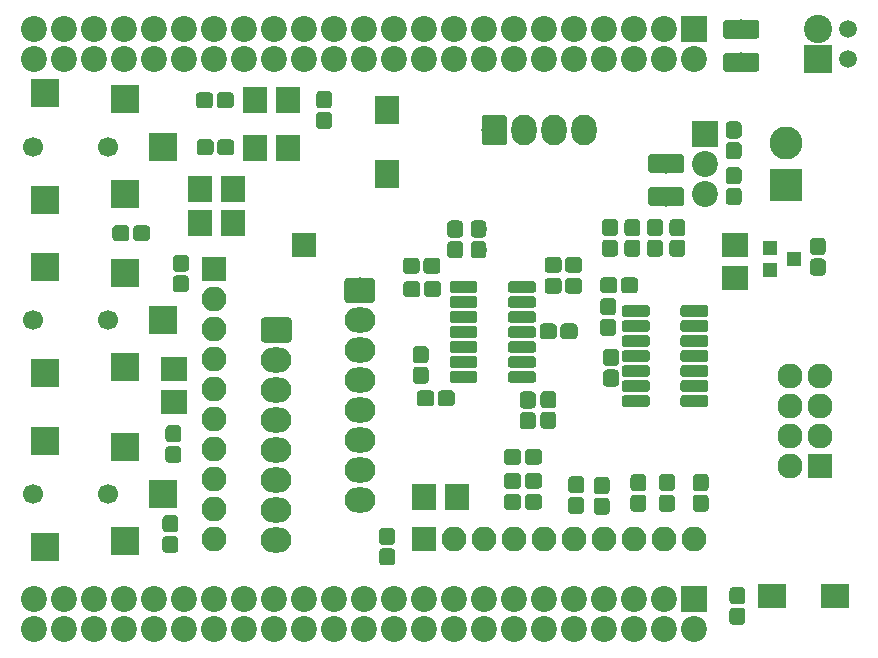
<source format=gbr>
G04 #@! TF.GenerationSoftware,KiCad,Pcbnew,(5.1.2-1)-1*
G04 #@! TF.CreationDate,2019-05-23T14:32:33+02:00*
G04 #@! TF.ProjectId,wearable_cape,77656172-6162-46c6-955f-636170652e6b,v02*
G04 #@! TF.SameCoordinates,Original*
G04 #@! TF.FileFunction,Soldermask,Top*
G04 #@! TF.FilePolarity,Negative*
%FSLAX46Y46*%
G04 Gerber Fmt 4.6, Leading zero omitted, Abs format (unit mm)*
G04 Created by KiCad (PCBNEW (5.1.2-1)-1) date 2019-05-23 14:32:33*
%MOMM*%
%LPD*%
G04 APERTURE LIST*
%ADD10C,1.500000*%
%ADD11C,2.400000*%
%ADD12R,2.400000X2.400000*%
%ADD13C,0.100000*%
%ADD14C,1.350000*%
%ADD15C,1.700000*%
%ADD16C,2.200000*%
%ADD17R,2.200000X2.200000*%
%ADD18R,2.203400X2.000200*%
%ADD19R,2.000200X2.203400*%
%ADD20C,1.650000*%
%ADD21O,2.100000X2.100000*%
%ADD22R,2.100000X2.100000*%
%ADD23O,2.127200X2.127200*%
%ADD24R,2.127200X2.127200*%
%ADD25C,2.800000*%
%ADD26R,2.800000X2.800000*%
%ADD27O,2.600000X2.140000*%
%ADD28C,2.140000*%
%ADD29O,2.140000X2.600000*%
%ADD30R,2.000000X2.400000*%
%ADD31R,2.400000X2.000000*%
%ADD32C,1.000000*%
%ADD33R,1.300000X1.200000*%
G04 APERTURE END LIST*
D10*
X103251000Y-20320000D03*
D11*
X100711000Y-20320000D03*
D10*
X103251000Y-22860000D03*
D12*
X100711000Y-22860000D03*
D13*
G36*
X82730081Y-59968625D02*
G01*
X82762843Y-59973485D01*
X82794971Y-59981533D01*
X82826156Y-59992691D01*
X82856096Y-60006852D01*
X82884505Y-60023879D01*
X82911108Y-60043609D01*
X82935649Y-60065851D01*
X82957891Y-60090392D01*
X82977621Y-60116995D01*
X82994648Y-60145404D01*
X83008809Y-60175344D01*
X83019967Y-60206529D01*
X83028015Y-60238657D01*
X83032875Y-60271419D01*
X83034500Y-60304500D01*
X83034500Y-61079500D01*
X83032875Y-61112581D01*
X83028015Y-61145343D01*
X83019967Y-61177471D01*
X83008809Y-61208656D01*
X82994648Y-61238596D01*
X82977621Y-61267005D01*
X82957891Y-61293608D01*
X82935649Y-61318149D01*
X82911108Y-61340391D01*
X82884505Y-61360121D01*
X82856096Y-61377148D01*
X82826156Y-61391309D01*
X82794971Y-61402467D01*
X82762843Y-61410515D01*
X82730081Y-61415375D01*
X82697000Y-61417000D01*
X82022000Y-61417000D01*
X81988919Y-61415375D01*
X81956157Y-61410515D01*
X81924029Y-61402467D01*
X81892844Y-61391309D01*
X81862904Y-61377148D01*
X81834495Y-61360121D01*
X81807892Y-61340391D01*
X81783351Y-61318149D01*
X81761109Y-61293608D01*
X81741379Y-61267005D01*
X81724352Y-61238596D01*
X81710191Y-61208656D01*
X81699033Y-61177471D01*
X81690985Y-61145343D01*
X81686125Y-61112581D01*
X81684500Y-61079500D01*
X81684500Y-60304500D01*
X81686125Y-60271419D01*
X81690985Y-60238657D01*
X81699033Y-60206529D01*
X81710191Y-60175344D01*
X81724352Y-60145404D01*
X81741379Y-60116995D01*
X81761109Y-60090392D01*
X81783351Y-60065851D01*
X81807892Y-60043609D01*
X81834495Y-60023879D01*
X81862904Y-60006852D01*
X81892844Y-59992691D01*
X81924029Y-59981533D01*
X81956157Y-59973485D01*
X81988919Y-59968625D01*
X82022000Y-59967000D01*
X82697000Y-59967000D01*
X82730081Y-59968625D01*
X82730081Y-59968625D01*
G37*
D14*
X82359500Y-60692000D03*
D13*
G36*
X82730081Y-58218625D02*
G01*
X82762843Y-58223485D01*
X82794971Y-58231533D01*
X82826156Y-58242691D01*
X82856096Y-58256852D01*
X82884505Y-58273879D01*
X82911108Y-58293609D01*
X82935649Y-58315851D01*
X82957891Y-58340392D01*
X82977621Y-58366995D01*
X82994648Y-58395404D01*
X83008809Y-58425344D01*
X83019967Y-58456529D01*
X83028015Y-58488657D01*
X83032875Y-58521419D01*
X83034500Y-58554500D01*
X83034500Y-59329500D01*
X83032875Y-59362581D01*
X83028015Y-59395343D01*
X83019967Y-59427471D01*
X83008809Y-59458656D01*
X82994648Y-59488596D01*
X82977621Y-59517005D01*
X82957891Y-59543608D01*
X82935649Y-59568149D01*
X82911108Y-59590391D01*
X82884505Y-59610121D01*
X82856096Y-59627148D01*
X82826156Y-59641309D01*
X82794971Y-59652467D01*
X82762843Y-59660515D01*
X82730081Y-59665375D01*
X82697000Y-59667000D01*
X82022000Y-59667000D01*
X81988919Y-59665375D01*
X81956157Y-59660515D01*
X81924029Y-59652467D01*
X81892844Y-59641309D01*
X81862904Y-59627148D01*
X81834495Y-59610121D01*
X81807892Y-59590391D01*
X81783351Y-59568149D01*
X81761109Y-59543608D01*
X81741379Y-59517005D01*
X81724352Y-59488596D01*
X81710191Y-59458656D01*
X81699033Y-59427471D01*
X81690985Y-59395343D01*
X81686125Y-59362581D01*
X81684500Y-59329500D01*
X81684500Y-58554500D01*
X81686125Y-58521419D01*
X81690985Y-58488657D01*
X81699033Y-58456529D01*
X81710191Y-58425344D01*
X81724352Y-58395404D01*
X81741379Y-58366995D01*
X81761109Y-58340392D01*
X81783351Y-58315851D01*
X81807892Y-58293609D01*
X81834495Y-58273879D01*
X81862904Y-58256852D01*
X81892844Y-58242691D01*
X81924029Y-58231533D01*
X81956157Y-58223485D01*
X81988919Y-58218625D01*
X82022000Y-58217000D01*
X82697000Y-58217000D01*
X82730081Y-58218625D01*
X82730081Y-58218625D01*
G37*
D14*
X82359500Y-58942000D03*
D15*
X40550000Y-30250000D03*
X34250000Y-30250000D03*
D12*
X35250000Y-25750000D03*
X35250000Y-34750000D03*
X42000000Y-26250000D03*
X45200000Y-30250000D03*
X42000000Y-34250000D03*
D16*
X34290000Y-71120000D03*
X34290000Y-68580000D03*
X36830000Y-71120000D03*
X36830000Y-68580000D03*
X39370000Y-71120000D03*
X39370000Y-68580000D03*
X41910000Y-71120000D03*
X41910000Y-68580000D03*
X44450000Y-71120000D03*
X44450000Y-68580000D03*
X46990000Y-71120000D03*
X46990000Y-68580000D03*
X49530000Y-71120000D03*
X49530000Y-68580000D03*
X52070000Y-71120000D03*
X52070000Y-68580000D03*
X54610000Y-71120000D03*
X54610000Y-68580000D03*
X57150000Y-71120000D03*
X57150000Y-68580000D03*
X59690000Y-71120000D03*
X59690000Y-68580000D03*
X62230000Y-71120000D03*
X62230000Y-68580000D03*
X64770000Y-71120000D03*
X64770000Y-68580000D03*
X67310000Y-71120000D03*
X67310000Y-68580000D03*
X69850000Y-71120000D03*
X69850000Y-68580000D03*
X72390000Y-71120000D03*
X72390000Y-68580000D03*
X74930000Y-71120000D03*
X74930000Y-68580000D03*
X77470000Y-71120000D03*
X77470000Y-68580000D03*
X80010000Y-71120000D03*
X80010000Y-68580000D03*
X82550000Y-71120000D03*
X82550000Y-68580000D03*
X85090000Y-71120000D03*
X85090000Y-68580000D03*
X87630000Y-71120000D03*
X87630000Y-68580000D03*
X90170000Y-71120000D03*
D17*
X90170000Y-68580000D03*
D16*
X34290000Y-22860000D03*
X34290000Y-20320000D03*
X36830000Y-22860000D03*
X36830000Y-20320000D03*
X39370000Y-22860000D03*
X39370000Y-20320000D03*
X41910000Y-22860000D03*
X41910000Y-20320000D03*
X44450000Y-22860000D03*
X44450000Y-20320000D03*
X46990000Y-22860000D03*
X46990000Y-20320000D03*
X49530000Y-22860000D03*
X49530000Y-20320000D03*
X52070000Y-22860000D03*
X52070000Y-20320000D03*
X54610000Y-22860000D03*
X54610000Y-20320000D03*
X57150000Y-22860000D03*
X57150000Y-20320000D03*
X59690000Y-22860000D03*
X59690000Y-20320000D03*
X62230000Y-22860000D03*
X62230000Y-20320000D03*
X64770000Y-22860000D03*
X64770000Y-20320000D03*
X67310000Y-22860000D03*
X67310000Y-20320000D03*
X69850000Y-22860000D03*
X69850000Y-20320000D03*
X72390000Y-22860000D03*
X72390000Y-20320000D03*
X74930000Y-22860000D03*
X74930000Y-20320000D03*
X77470000Y-22860000D03*
X77470000Y-20320000D03*
X80010000Y-22860000D03*
X80010000Y-20320000D03*
X82550000Y-22860000D03*
X82550000Y-20320000D03*
X85090000Y-22860000D03*
X85090000Y-20320000D03*
X87630000Y-22860000D03*
X87630000Y-20320000D03*
X90170000Y-22860000D03*
D17*
X90170000Y-20320000D03*
D15*
X40550000Y-44950000D03*
X34250000Y-44950000D03*
D12*
X35250000Y-40450000D03*
X35250000Y-49450000D03*
X42000000Y-40950000D03*
X45200000Y-44950000D03*
X42000000Y-48950000D03*
D15*
X40550000Y-59650000D03*
X34250000Y-59650000D03*
D12*
X35250000Y-55150000D03*
X35250000Y-64150000D03*
X42000000Y-55650000D03*
X45200000Y-59650000D03*
X42000000Y-63650000D03*
D13*
G36*
X85333581Y-36374625D02*
G01*
X85366343Y-36379485D01*
X85398471Y-36387533D01*
X85429656Y-36398691D01*
X85459596Y-36412852D01*
X85488005Y-36429879D01*
X85514608Y-36449609D01*
X85539149Y-36471851D01*
X85561391Y-36496392D01*
X85581121Y-36522995D01*
X85598148Y-36551404D01*
X85612309Y-36581344D01*
X85623467Y-36612529D01*
X85631515Y-36644657D01*
X85636375Y-36677419D01*
X85638000Y-36710500D01*
X85638000Y-37485500D01*
X85636375Y-37518581D01*
X85631515Y-37551343D01*
X85623467Y-37583471D01*
X85612309Y-37614656D01*
X85598148Y-37644596D01*
X85581121Y-37673005D01*
X85561391Y-37699608D01*
X85539149Y-37724149D01*
X85514608Y-37746391D01*
X85488005Y-37766121D01*
X85459596Y-37783148D01*
X85429656Y-37797309D01*
X85398471Y-37808467D01*
X85366343Y-37816515D01*
X85333581Y-37821375D01*
X85300500Y-37823000D01*
X84625500Y-37823000D01*
X84592419Y-37821375D01*
X84559657Y-37816515D01*
X84527529Y-37808467D01*
X84496344Y-37797309D01*
X84466404Y-37783148D01*
X84437995Y-37766121D01*
X84411392Y-37746391D01*
X84386851Y-37724149D01*
X84364609Y-37699608D01*
X84344879Y-37673005D01*
X84327852Y-37644596D01*
X84313691Y-37614656D01*
X84302533Y-37583471D01*
X84294485Y-37551343D01*
X84289625Y-37518581D01*
X84288000Y-37485500D01*
X84288000Y-36710500D01*
X84289625Y-36677419D01*
X84294485Y-36644657D01*
X84302533Y-36612529D01*
X84313691Y-36581344D01*
X84327852Y-36551404D01*
X84344879Y-36522995D01*
X84364609Y-36496392D01*
X84386851Y-36471851D01*
X84411392Y-36449609D01*
X84437995Y-36429879D01*
X84466404Y-36412852D01*
X84496344Y-36398691D01*
X84527529Y-36387533D01*
X84559657Y-36379485D01*
X84592419Y-36374625D01*
X84625500Y-36373000D01*
X85300500Y-36373000D01*
X85333581Y-36374625D01*
X85333581Y-36374625D01*
G37*
D14*
X84963000Y-37098000D03*
D13*
G36*
X85333581Y-38124625D02*
G01*
X85366343Y-38129485D01*
X85398471Y-38137533D01*
X85429656Y-38148691D01*
X85459596Y-38162852D01*
X85488005Y-38179879D01*
X85514608Y-38199609D01*
X85539149Y-38221851D01*
X85561391Y-38246392D01*
X85581121Y-38272995D01*
X85598148Y-38301404D01*
X85612309Y-38331344D01*
X85623467Y-38362529D01*
X85631515Y-38394657D01*
X85636375Y-38427419D01*
X85638000Y-38460500D01*
X85638000Y-39235500D01*
X85636375Y-39268581D01*
X85631515Y-39301343D01*
X85623467Y-39333471D01*
X85612309Y-39364656D01*
X85598148Y-39394596D01*
X85581121Y-39423005D01*
X85561391Y-39449608D01*
X85539149Y-39474149D01*
X85514608Y-39496391D01*
X85488005Y-39516121D01*
X85459596Y-39533148D01*
X85429656Y-39547309D01*
X85398471Y-39558467D01*
X85366343Y-39566515D01*
X85333581Y-39571375D01*
X85300500Y-39573000D01*
X84625500Y-39573000D01*
X84592419Y-39571375D01*
X84559657Y-39566515D01*
X84527529Y-39558467D01*
X84496344Y-39547309D01*
X84466404Y-39533148D01*
X84437995Y-39516121D01*
X84411392Y-39496391D01*
X84386851Y-39474149D01*
X84364609Y-39449608D01*
X84344879Y-39423005D01*
X84327852Y-39394596D01*
X84313691Y-39364656D01*
X84302533Y-39333471D01*
X84294485Y-39301343D01*
X84289625Y-39268581D01*
X84288000Y-39235500D01*
X84288000Y-38460500D01*
X84289625Y-38427419D01*
X84294485Y-38394657D01*
X84302533Y-38362529D01*
X84313691Y-38331344D01*
X84327852Y-38301404D01*
X84344879Y-38272995D01*
X84364609Y-38246392D01*
X84386851Y-38221851D01*
X84411392Y-38199609D01*
X84437995Y-38179879D01*
X84466404Y-38162852D01*
X84496344Y-38148691D01*
X84527529Y-38137533D01*
X84559657Y-38129485D01*
X84592419Y-38124625D01*
X84625500Y-38123000D01*
X85300500Y-38123000D01*
X85333581Y-38124625D01*
X85333581Y-38124625D01*
G37*
D14*
X84963000Y-38848000D03*
D13*
G36*
X83428581Y-36374625D02*
G01*
X83461343Y-36379485D01*
X83493471Y-36387533D01*
X83524656Y-36398691D01*
X83554596Y-36412852D01*
X83583005Y-36429879D01*
X83609608Y-36449609D01*
X83634149Y-36471851D01*
X83656391Y-36496392D01*
X83676121Y-36522995D01*
X83693148Y-36551404D01*
X83707309Y-36581344D01*
X83718467Y-36612529D01*
X83726515Y-36644657D01*
X83731375Y-36677419D01*
X83733000Y-36710500D01*
X83733000Y-37485500D01*
X83731375Y-37518581D01*
X83726515Y-37551343D01*
X83718467Y-37583471D01*
X83707309Y-37614656D01*
X83693148Y-37644596D01*
X83676121Y-37673005D01*
X83656391Y-37699608D01*
X83634149Y-37724149D01*
X83609608Y-37746391D01*
X83583005Y-37766121D01*
X83554596Y-37783148D01*
X83524656Y-37797309D01*
X83493471Y-37808467D01*
X83461343Y-37816515D01*
X83428581Y-37821375D01*
X83395500Y-37823000D01*
X82720500Y-37823000D01*
X82687419Y-37821375D01*
X82654657Y-37816515D01*
X82622529Y-37808467D01*
X82591344Y-37797309D01*
X82561404Y-37783148D01*
X82532995Y-37766121D01*
X82506392Y-37746391D01*
X82481851Y-37724149D01*
X82459609Y-37699608D01*
X82439879Y-37673005D01*
X82422852Y-37644596D01*
X82408691Y-37614656D01*
X82397533Y-37583471D01*
X82389485Y-37551343D01*
X82384625Y-37518581D01*
X82383000Y-37485500D01*
X82383000Y-36710500D01*
X82384625Y-36677419D01*
X82389485Y-36644657D01*
X82397533Y-36612529D01*
X82408691Y-36581344D01*
X82422852Y-36551404D01*
X82439879Y-36522995D01*
X82459609Y-36496392D01*
X82481851Y-36471851D01*
X82506392Y-36449609D01*
X82532995Y-36429879D01*
X82561404Y-36412852D01*
X82591344Y-36398691D01*
X82622529Y-36387533D01*
X82654657Y-36379485D01*
X82687419Y-36374625D01*
X82720500Y-36373000D01*
X83395500Y-36373000D01*
X83428581Y-36374625D01*
X83428581Y-36374625D01*
G37*
D14*
X83058000Y-37098000D03*
D13*
G36*
X83428581Y-38124625D02*
G01*
X83461343Y-38129485D01*
X83493471Y-38137533D01*
X83524656Y-38148691D01*
X83554596Y-38162852D01*
X83583005Y-38179879D01*
X83609608Y-38199609D01*
X83634149Y-38221851D01*
X83656391Y-38246392D01*
X83676121Y-38272995D01*
X83693148Y-38301404D01*
X83707309Y-38331344D01*
X83718467Y-38362529D01*
X83726515Y-38394657D01*
X83731375Y-38427419D01*
X83733000Y-38460500D01*
X83733000Y-39235500D01*
X83731375Y-39268581D01*
X83726515Y-39301343D01*
X83718467Y-39333471D01*
X83707309Y-39364656D01*
X83693148Y-39394596D01*
X83676121Y-39423005D01*
X83656391Y-39449608D01*
X83634149Y-39474149D01*
X83609608Y-39496391D01*
X83583005Y-39516121D01*
X83554596Y-39533148D01*
X83524656Y-39547309D01*
X83493471Y-39558467D01*
X83461343Y-39566515D01*
X83428581Y-39571375D01*
X83395500Y-39573000D01*
X82720500Y-39573000D01*
X82687419Y-39571375D01*
X82654657Y-39566515D01*
X82622529Y-39558467D01*
X82591344Y-39547309D01*
X82561404Y-39533148D01*
X82532995Y-39516121D01*
X82506392Y-39496391D01*
X82481851Y-39474149D01*
X82459609Y-39449608D01*
X82439879Y-39423005D01*
X82422852Y-39394596D01*
X82408691Y-39364656D01*
X82397533Y-39333471D01*
X82389485Y-39301343D01*
X82384625Y-39268581D01*
X82383000Y-39235500D01*
X82383000Y-38460500D01*
X82384625Y-38427419D01*
X82389485Y-38394657D01*
X82397533Y-38362529D01*
X82408691Y-38331344D01*
X82422852Y-38301404D01*
X82439879Y-38272995D01*
X82459609Y-38246392D01*
X82481851Y-38221851D01*
X82506392Y-38199609D01*
X82532995Y-38179879D01*
X82561404Y-38162852D01*
X82591344Y-38148691D01*
X82622529Y-38137533D01*
X82654657Y-38129485D01*
X82687419Y-38124625D01*
X82720500Y-38123000D01*
X83395500Y-38123000D01*
X83428581Y-38124625D01*
X83428581Y-38124625D01*
G37*
D14*
X83058000Y-38848000D03*
D13*
G36*
X76468981Y-52729625D02*
G01*
X76501743Y-52734485D01*
X76533871Y-52742533D01*
X76565056Y-52753691D01*
X76594996Y-52767852D01*
X76623405Y-52784879D01*
X76650008Y-52804609D01*
X76674549Y-52826851D01*
X76696791Y-52851392D01*
X76716521Y-52877995D01*
X76733548Y-52906404D01*
X76747709Y-52936344D01*
X76758867Y-52967529D01*
X76766915Y-52999657D01*
X76771775Y-53032419D01*
X76773400Y-53065500D01*
X76773400Y-53840500D01*
X76771775Y-53873581D01*
X76766915Y-53906343D01*
X76758867Y-53938471D01*
X76747709Y-53969656D01*
X76733548Y-53999596D01*
X76716521Y-54028005D01*
X76696791Y-54054608D01*
X76674549Y-54079149D01*
X76650008Y-54101391D01*
X76623405Y-54121121D01*
X76594996Y-54138148D01*
X76565056Y-54152309D01*
X76533871Y-54163467D01*
X76501743Y-54171515D01*
X76468981Y-54176375D01*
X76435900Y-54178000D01*
X75760900Y-54178000D01*
X75727819Y-54176375D01*
X75695057Y-54171515D01*
X75662929Y-54163467D01*
X75631744Y-54152309D01*
X75601804Y-54138148D01*
X75573395Y-54121121D01*
X75546792Y-54101391D01*
X75522251Y-54079149D01*
X75500009Y-54054608D01*
X75480279Y-54028005D01*
X75463252Y-53999596D01*
X75449091Y-53969656D01*
X75437933Y-53938471D01*
X75429885Y-53906343D01*
X75425025Y-53873581D01*
X75423400Y-53840500D01*
X75423400Y-53065500D01*
X75425025Y-53032419D01*
X75429885Y-52999657D01*
X75437933Y-52967529D01*
X75449091Y-52936344D01*
X75463252Y-52906404D01*
X75480279Y-52877995D01*
X75500009Y-52851392D01*
X75522251Y-52826851D01*
X75546792Y-52804609D01*
X75573395Y-52784879D01*
X75601804Y-52767852D01*
X75631744Y-52753691D01*
X75662929Y-52742533D01*
X75695057Y-52734485D01*
X75727819Y-52729625D01*
X75760900Y-52728000D01*
X76435900Y-52728000D01*
X76468981Y-52729625D01*
X76468981Y-52729625D01*
G37*
D14*
X76098400Y-53453000D03*
D13*
G36*
X76468981Y-50979625D02*
G01*
X76501743Y-50984485D01*
X76533871Y-50992533D01*
X76565056Y-51003691D01*
X76594996Y-51017852D01*
X76623405Y-51034879D01*
X76650008Y-51054609D01*
X76674549Y-51076851D01*
X76696791Y-51101392D01*
X76716521Y-51127995D01*
X76733548Y-51156404D01*
X76747709Y-51186344D01*
X76758867Y-51217529D01*
X76766915Y-51249657D01*
X76771775Y-51282419D01*
X76773400Y-51315500D01*
X76773400Y-52090500D01*
X76771775Y-52123581D01*
X76766915Y-52156343D01*
X76758867Y-52188471D01*
X76747709Y-52219656D01*
X76733548Y-52249596D01*
X76716521Y-52278005D01*
X76696791Y-52304608D01*
X76674549Y-52329149D01*
X76650008Y-52351391D01*
X76623405Y-52371121D01*
X76594996Y-52388148D01*
X76565056Y-52402309D01*
X76533871Y-52413467D01*
X76501743Y-52421515D01*
X76468981Y-52426375D01*
X76435900Y-52428000D01*
X75760900Y-52428000D01*
X75727819Y-52426375D01*
X75695057Y-52421515D01*
X75662929Y-52413467D01*
X75631744Y-52402309D01*
X75601804Y-52388148D01*
X75573395Y-52371121D01*
X75546792Y-52351391D01*
X75522251Y-52329149D01*
X75500009Y-52304608D01*
X75480279Y-52278005D01*
X75463252Y-52249596D01*
X75449091Y-52219656D01*
X75437933Y-52188471D01*
X75429885Y-52156343D01*
X75425025Y-52123581D01*
X75423400Y-52090500D01*
X75423400Y-51315500D01*
X75425025Y-51282419D01*
X75429885Y-51249657D01*
X75437933Y-51217529D01*
X75449091Y-51186344D01*
X75463252Y-51156404D01*
X75480279Y-51127995D01*
X75500009Y-51101392D01*
X75522251Y-51076851D01*
X75546792Y-51054609D01*
X75573395Y-51034879D01*
X75601804Y-51017852D01*
X75631744Y-51003691D01*
X75662929Y-50992533D01*
X75695057Y-50984485D01*
X75727819Y-50979625D01*
X75760900Y-50978000D01*
X76435900Y-50978000D01*
X76468981Y-50979625D01*
X76468981Y-50979625D01*
G37*
D14*
X76098400Y-51703000D03*
D13*
G36*
X80416581Y-39585625D02*
G01*
X80449343Y-39590485D01*
X80481471Y-39598533D01*
X80512656Y-39609691D01*
X80542596Y-39623852D01*
X80571005Y-39640879D01*
X80597608Y-39660609D01*
X80622149Y-39682851D01*
X80644391Y-39707392D01*
X80664121Y-39733995D01*
X80681148Y-39762404D01*
X80695309Y-39792344D01*
X80706467Y-39823529D01*
X80714515Y-39855657D01*
X80719375Y-39888419D01*
X80721000Y-39921500D01*
X80721000Y-40596500D01*
X80719375Y-40629581D01*
X80714515Y-40662343D01*
X80706467Y-40694471D01*
X80695309Y-40725656D01*
X80681148Y-40755596D01*
X80664121Y-40784005D01*
X80644391Y-40810608D01*
X80622149Y-40835149D01*
X80597608Y-40857391D01*
X80571005Y-40877121D01*
X80542596Y-40894148D01*
X80512656Y-40908309D01*
X80481471Y-40919467D01*
X80449343Y-40927515D01*
X80416581Y-40932375D01*
X80383500Y-40934000D01*
X79608500Y-40934000D01*
X79575419Y-40932375D01*
X79542657Y-40927515D01*
X79510529Y-40919467D01*
X79479344Y-40908309D01*
X79449404Y-40894148D01*
X79420995Y-40877121D01*
X79394392Y-40857391D01*
X79369851Y-40835149D01*
X79347609Y-40810608D01*
X79327879Y-40784005D01*
X79310852Y-40755596D01*
X79296691Y-40725656D01*
X79285533Y-40694471D01*
X79277485Y-40662343D01*
X79272625Y-40629581D01*
X79271000Y-40596500D01*
X79271000Y-39921500D01*
X79272625Y-39888419D01*
X79277485Y-39855657D01*
X79285533Y-39823529D01*
X79296691Y-39792344D01*
X79310852Y-39762404D01*
X79327879Y-39733995D01*
X79347609Y-39707392D01*
X79369851Y-39682851D01*
X79394392Y-39660609D01*
X79420995Y-39640879D01*
X79449404Y-39623852D01*
X79479344Y-39609691D01*
X79510529Y-39598533D01*
X79542657Y-39590485D01*
X79575419Y-39585625D01*
X79608500Y-39584000D01*
X80383500Y-39584000D01*
X80416581Y-39585625D01*
X80416581Y-39585625D01*
G37*
D14*
X79996000Y-40259000D03*
D13*
G36*
X78666581Y-39585625D02*
G01*
X78699343Y-39590485D01*
X78731471Y-39598533D01*
X78762656Y-39609691D01*
X78792596Y-39623852D01*
X78821005Y-39640879D01*
X78847608Y-39660609D01*
X78872149Y-39682851D01*
X78894391Y-39707392D01*
X78914121Y-39733995D01*
X78931148Y-39762404D01*
X78945309Y-39792344D01*
X78956467Y-39823529D01*
X78964515Y-39855657D01*
X78969375Y-39888419D01*
X78971000Y-39921500D01*
X78971000Y-40596500D01*
X78969375Y-40629581D01*
X78964515Y-40662343D01*
X78956467Y-40694471D01*
X78945309Y-40725656D01*
X78931148Y-40755596D01*
X78914121Y-40784005D01*
X78894391Y-40810608D01*
X78872149Y-40835149D01*
X78847608Y-40857391D01*
X78821005Y-40877121D01*
X78792596Y-40894148D01*
X78762656Y-40908309D01*
X78731471Y-40919467D01*
X78699343Y-40927515D01*
X78666581Y-40932375D01*
X78633500Y-40934000D01*
X77858500Y-40934000D01*
X77825419Y-40932375D01*
X77792657Y-40927515D01*
X77760529Y-40919467D01*
X77729344Y-40908309D01*
X77699404Y-40894148D01*
X77670995Y-40877121D01*
X77644392Y-40857391D01*
X77619851Y-40835149D01*
X77597609Y-40810608D01*
X77577879Y-40784005D01*
X77560852Y-40755596D01*
X77546691Y-40725656D01*
X77535533Y-40694471D01*
X77527485Y-40662343D01*
X77522625Y-40629581D01*
X77521000Y-40596500D01*
X77521000Y-39921500D01*
X77522625Y-39888419D01*
X77527485Y-39855657D01*
X77535533Y-39823529D01*
X77546691Y-39792344D01*
X77560852Y-39762404D01*
X77577879Y-39733995D01*
X77597609Y-39707392D01*
X77619851Y-39682851D01*
X77644392Y-39660609D01*
X77670995Y-39640879D01*
X77699404Y-39623852D01*
X77729344Y-39609691D01*
X77760529Y-39598533D01*
X77792657Y-39590485D01*
X77825419Y-39585625D01*
X77858500Y-39584000D01*
X78633500Y-39584000D01*
X78666581Y-39585625D01*
X78666581Y-39585625D01*
G37*
D14*
X78246000Y-40259000D03*
D13*
G36*
X80010181Y-45224425D02*
G01*
X80042943Y-45229285D01*
X80075071Y-45237333D01*
X80106256Y-45248491D01*
X80136196Y-45262652D01*
X80164605Y-45279679D01*
X80191208Y-45299409D01*
X80215749Y-45321651D01*
X80237991Y-45346192D01*
X80257721Y-45372795D01*
X80274748Y-45401204D01*
X80288909Y-45431144D01*
X80300067Y-45462329D01*
X80308115Y-45494457D01*
X80312975Y-45527219D01*
X80314600Y-45560300D01*
X80314600Y-46235300D01*
X80312975Y-46268381D01*
X80308115Y-46301143D01*
X80300067Y-46333271D01*
X80288909Y-46364456D01*
X80274748Y-46394396D01*
X80257721Y-46422805D01*
X80237991Y-46449408D01*
X80215749Y-46473949D01*
X80191208Y-46496191D01*
X80164605Y-46515921D01*
X80136196Y-46532948D01*
X80106256Y-46547109D01*
X80075071Y-46558267D01*
X80042943Y-46566315D01*
X80010181Y-46571175D01*
X79977100Y-46572800D01*
X79202100Y-46572800D01*
X79169019Y-46571175D01*
X79136257Y-46566315D01*
X79104129Y-46558267D01*
X79072944Y-46547109D01*
X79043004Y-46532948D01*
X79014595Y-46515921D01*
X78987992Y-46496191D01*
X78963451Y-46473949D01*
X78941209Y-46449408D01*
X78921479Y-46422805D01*
X78904452Y-46394396D01*
X78890291Y-46364456D01*
X78879133Y-46333271D01*
X78871085Y-46301143D01*
X78866225Y-46268381D01*
X78864600Y-46235300D01*
X78864600Y-45560300D01*
X78866225Y-45527219D01*
X78871085Y-45494457D01*
X78879133Y-45462329D01*
X78890291Y-45431144D01*
X78904452Y-45401204D01*
X78921479Y-45372795D01*
X78941209Y-45346192D01*
X78963451Y-45321651D01*
X78987992Y-45299409D01*
X79014595Y-45279679D01*
X79043004Y-45262652D01*
X79072944Y-45248491D01*
X79104129Y-45237333D01*
X79136257Y-45229285D01*
X79169019Y-45224425D01*
X79202100Y-45222800D01*
X79977100Y-45222800D01*
X80010181Y-45224425D01*
X80010181Y-45224425D01*
G37*
D14*
X79589600Y-45897800D03*
D13*
G36*
X78260181Y-45224425D02*
G01*
X78292943Y-45229285D01*
X78325071Y-45237333D01*
X78356256Y-45248491D01*
X78386196Y-45262652D01*
X78414605Y-45279679D01*
X78441208Y-45299409D01*
X78465749Y-45321651D01*
X78487991Y-45346192D01*
X78507721Y-45372795D01*
X78524748Y-45401204D01*
X78538909Y-45431144D01*
X78550067Y-45462329D01*
X78558115Y-45494457D01*
X78562975Y-45527219D01*
X78564600Y-45560300D01*
X78564600Y-46235300D01*
X78562975Y-46268381D01*
X78558115Y-46301143D01*
X78550067Y-46333271D01*
X78538909Y-46364456D01*
X78524748Y-46394396D01*
X78507721Y-46422805D01*
X78487991Y-46449408D01*
X78465749Y-46473949D01*
X78441208Y-46496191D01*
X78414605Y-46515921D01*
X78386196Y-46532948D01*
X78356256Y-46547109D01*
X78325071Y-46558267D01*
X78292943Y-46566315D01*
X78260181Y-46571175D01*
X78227100Y-46572800D01*
X77452100Y-46572800D01*
X77419019Y-46571175D01*
X77386257Y-46566315D01*
X77354129Y-46558267D01*
X77322944Y-46547109D01*
X77293004Y-46532948D01*
X77264595Y-46515921D01*
X77237992Y-46496191D01*
X77213451Y-46473949D01*
X77191209Y-46449408D01*
X77171479Y-46422805D01*
X77154452Y-46394396D01*
X77140291Y-46364456D01*
X77129133Y-46333271D01*
X77121085Y-46301143D01*
X77116225Y-46268381D01*
X77114600Y-46235300D01*
X77114600Y-45560300D01*
X77116225Y-45527219D01*
X77121085Y-45494457D01*
X77129133Y-45462329D01*
X77140291Y-45431144D01*
X77154452Y-45401204D01*
X77171479Y-45372795D01*
X77191209Y-45346192D01*
X77213451Y-45321651D01*
X77237992Y-45299409D01*
X77264595Y-45279679D01*
X77293004Y-45262652D01*
X77322944Y-45248491D01*
X77354129Y-45237333D01*
X77386257Y-45229285D01*
X77419019Y-45224425D01*
X77452100Y-45222800D01*
X78227100Y-45222800D01*
X78260181Y-45224425D01*
X78260181Y-45224425D01*
G37*
D14*
X77839600Y-45897800D03*
D18*
X46189900Y-51904900D03*
X46189900Y-49110900D03*
D19*
X53009800Y-30340300D03*
X55803800Y-30340300D03*
D13*
G36*
X70322181Y-36501625D02*
G01*
X70354943Y-36506485D01*
X70387071Y-36514533D01*
X70418256Y-36525691D01*
X70448196Y-36539852D01*
X70476605Y-36556879D01*
X70503208Y-36576609D01*
X70527749Y-36598851D01*
X70549991Y-36623392D01*
X70569721Y-36649995D01*
X70586748Y-36678404D01*
X70600909Y-36708344D01*
X70612067Y-36739529D01*
X70620115Y-36771657D01*
X70624975Y-36804419D01*
X70626600Y-36837500D01*
X70626600Y-37612500D01*
X70624975Y-37645581D01*
X70620115Y-37678343D01*
X70612067Y-37710471D01*
X70600909Y-37741656D01*
X70586748Y-37771596D01*
X70569721Y-37800005D01*
X70549991Y-37826608D01*
X70527749Y-37851149D01*
X70503208Y-37873391D01*
X70476605Y-37893121D01*
X70448196Y-37910148D01*
X70418256Y-37924309D01*
X70387071Y-37935467D01*
X70354943Y-37943515D01*
X70322181Y-37948375D01*
X70289100Y-37950000D01*
X69614100Y-37950000D01*
X69581019Y-37948375D01*
X69548257Y-37943515D01*
X69516129Y-37935467D01*
X69484944Y-37924309D01*
X69455004Y-37910148D01*
X69426595Y-37893121D01*
X69399992Y-37873391D01*
X69375451Y-37851149D01*
X69353209Y-37826608D01*
X69333479Y-37800005D01*
X69316452Y-37771596D01*
X69302291Y-37741656D01*
X69291133Y-37710471D01*
X69283085Y-37678343D01*
X69278225Y-37645581D01*
X69276600Y-37612500D01*
X69276600Y-36837500D01*
X69278225Y-36804419D01*
X69283085Y-36771657D01*
X69291133Y-36739529D01*
X69302291Y-36708344D01*
X69316452Y-36678404D01*
X69333479Y-36649995D01*
X69353209Y-36623392D01*
X69375451Y-36598851D01*
X69399992Y-36576609D01*
X69426595Y-36556879D01*
X69455004Y-36539852D01*
X69484944Y-36525691D01*
X69516129Y-36514533D01*
X69548257Y-36506485D01*
X69581019Y-36501625D01*
X69614100Y-36500000D01*
X70289100Y-36500000D01*
X70322181Y-36501625D01*
X70322181Y-36501625D01*
G37*
D14*
X69951600Y-37225000D03*
D13*
G36*
X70322181Y-38251625D02*
G01*
X70354943Y-38256485D01*
X70387071Y-38264533D01*
X70418256Y-38275691D01*
X70448196Y-38289852D01*
X70476605Y-38306879D01*
X70503208Y-38326609D01*
X70527749Y-38348851D01*
X70549991Y-38373392D01*
X70569721Y-38399995D01*
X70586748Y-38428404D01*
X70600909Y-38458344D01*
X70612067Y-38489529D01*
X70620115Y-38521657D01*
X70624975Y-38554419D01*
X70626600Y-38587500D01*
X70626600Y-39362500D01*
X70624975Y-39395581D01*
X70620115Y-39428343D01*
X70612067Y-39460471D01*
X70600909Y-39491656D01*
X70586748Y-39521596D01*
X70569721Y-39550005D01*
X70549991Y-39576608D01*
X70527749Y-39601149D01*
X70503208Y-39623391D01*
X70476605Y-39643121D01*
X70448196Y-39660148D01*
X70418256Y-39674309D01*
X70387071Y-39685467D01*
X70354943Y-39693515D01*
X70322181Y-39698375D01*
X70289100Y-39700000D01*
X69614100Y-39700000D01*
X69581019Y-39698375D01*
X69548257Y-39693515D01*
X69516129Y-39685467D01*
X69484944Y-39674309D01*
X69455004Y-39660148D01*
X69426595Y-39643121D01*
X69399992Y-39623391D01*
X69375451Y-39601149D01*
X69353209Y-39576608D01*
X69333479Y-39550005D01*
X69316452Y-39521596D01*
X69302291Y-39491656D01*
X69291133Y-39460471D01*
X69283085Y-39428343D01*
X69278225Y-39395581D01*
X69276600Y-39362500D01*
X69276600Y-38587500D01*
X69278225Y-38554419D01*
X69283085Y-38521657D01*
X69291133Y-38489529D01*
X69302291Y-38458344D01*
X69316452Y-38428404D01*
X69333479Y-38399995D01*
X69353209Y-38373392D01*
X69375451Y-38348851D01*
X69399992Y-38326609D01*
X69426595Y-38306879D01*
X69455004Y-38289852D01*
X69484944Y-38275691D01*
X69516129Y-38264533D01*
X69548257Y-38256485D01*
X69581019Y-38251625D01*
X69614100Y-38250000D01*
X70289100Y-38250000D01*
X70322181Y-38251625D01*
X70322181Y-38251625D01*
G37*
D14*
X69951600Y-38975000D03*
D13*
G36*
X72303381Y-36501625D02*
G01*
X72336143Y-36506485D01*
X72368271Y-36514533D01*
X72399456Y-36525691D01*
X72429396Y-36539852D01*
X72457805Y-36556879D01*
X72484408Y-36576609D01*
X72508949Y-36598851D01*
X72531191Y-36623392D01*
X72550921Y-36649995D01*
X72567948Y-36678404D01*
X72582109Y-36708344D01*
X72593267Y-36739529D01*
X72601315Y-36771657D01*
X72606175Y-36804419D01*
X72607800Y-36837500D01*
X72607800Y-37612500D01*
X72606175Y-37645581D01*
X72601315Y-37678343D01*
X72593267Y-37710471D01*
X72582109Y-37741656D01*
X72567948Y-37771596D01*
X72550921Y-37800005D01*
X72531191Y-37826608D01*
X72508949Y-37851149D01*
X72484408Y-37873391D01*
X72457805Y-37893121D01*
X72429396Y-37910148D01*
X72399456Y-37924309D01*
X72368271Y-37935467D01*
X72336143Y-37943515D01*
X72303381Y-37948375D01*
X72270300Y-37950000D01*
X71595300Y-37950000D01*
X71562219Y-37948375D01*
X71529457Y-37943515D01*
X71497329Y-37935467D01*
X71466144Y-37924309D01*
X71436204Y-37910148D01*
X71407795Y-37893121D01*
X71381192Y-37873391D01*
X71356651Y-37851149D01*
X71334409Y-37826608D01*
X71314679Y-37800005D01*
X71297652Y-37771596D01*
X71283491Y-37741656D01*
X71272333Y-37710471D01*
X71264285Y-37678343D01*
X71259425Y-37645581D01*
X71257800Y-37612500D01*
X71257800Y-36837500D01*
X71259425Y-36804419D01*
X71264285Y-36771657D01*
X71272333Y-36739529D01*
X71283491Y-36708344D01*
X71297652Y-36678404D01*
X71314679Y-36649995D01*
X71334409Y-36623392D01*
X71356651Y-36598851D01*
X71381192Y-36576609D01*
X71407795Y-36556879D01*
X71436204Y-36539852D01*
X71466144Y-36525691D01*
X71497329Y-36514533D01*
X71529457Y-36506485D01*
X71562219Y-36501625D01*
X71595300Y-36500000D01*
X72270300Y-36500000D01*
X72303381Y-36501625D01*
X72303381Y-36501625D01*
G37*
D14*
X71932800Y-37225000D03*
D13*
G36*
X72303381Y-38251625D02*
G01*
X72336143Y-38256485D01*
X72368271Y-38264533D01*
X72399456Y-38275691D01*
X72429396Y-38289852D01*
X72457805Y-38306879D01*
X72484408Y-38326609D01*
X72508949Y-38348851D01*
X72531191Y-38373392D01*
X72550921Y-38399995D01*
X72567948Y-38428404D01*
X72582109Y-38458344D01*
X72593267Y-38489529D01*
X72601315Y-38521657D01*
X72606175Y-38554419D01*
X72607800Y-38587500D01*
X72607800Y-39362500D01*
X72606175Y-39395581D01*
X72601315Y-39428343D01*
X72593267Y-39460471D01*
X72582109Y-39491656D01*
X72567948Y-39521596D01*
X72550921Y-39550005D01*
X72531191Y-39576608D01*
X72508949Y-39601149D01*
X72484408Y-39623391D01*
X72457805Y-39643121D01*
X72429396Y-39660148D01*
X72399456Y-39674309D01*
X72368271Y-39685467D01*
X72336143Y-39693515D01*
X72303381Y-39698375D01*
X72270300Y-39700000D01*
X71595300Y-39700000D01*
X71562219Y-39698375D01*
X71529457Y-39693515D01*
X71497329Y-39685467D01*
X71466144Y-39674309D01*
X71436204Y-39660148D01*
X71407795Y-39643121D01*
X71381192Y-39623391D01*
X71356651Y-39601149D01*
X71334409Y-39576608D01*
X71314679Y-39550005D01*
X71297652Y-39521596D01*
X71283491Y-39491656D01*
X71272333Y-39460471D01*
X71264285Y-39428343D01*
X71259425Y-39395581D01*
X71257800Y-39362500D01*
X71257800Y-38587500D01*
X71259425Y-38554419D01*
X71264285Y-38521657D01*
X71272333Y-38489529D01*
X71283491Y-38458344D01*
X71297652Y-38428404D01*
X71314679Y-38399995D01*
X71334409Y-38373392D01*
X71356651Y-38348851D01*
X71381192Y-38326609D01*
X71407795Y-38306879D01*
X71436204Y-38289852D01*
X71466144Y-38275691D01*
X71497329Y-38264533D01*
X71529457Y-38256485D01*
X71562219Y-38251625D01*
X71595300Y-38250000D01*
X72270300Y-38250000D01*
X72303381Y-38251625D01*
X72303381Y-38251625D01*
G37*
D14*
X71932800Y-38975000D03*
D13*
G36*
X66652381Y-39661825D02*
G01*
X66685143Y-39666685D01*
X66717271Y-39674733D01*
X66748456Y-39685891D01*
X66778396Y-39700052D01*
X66806805Y-39717079D01*
X66833408Y-39736809D01*
X66857949Y-39759051D01*
X66880191Y-39783592D01*
X66899921Y-39810195D01*
X66916948Y-39838604D01*
X66931109Y-39868544D01*
X66942267Y-39899729D01*
X66950315Y-39931857D01*
X66955175Y-39964619D01*
X66956800Y-39997700D01*
X66956800Y-40672700D01*
X66955175Y-40705781D01*
X66950315Y-40738543D01*
X66942267Y-40770671D01*
X66931109Y-40801856D01*
X66916948Y-40831796D01*
X66899921Y-40860205D01*
X66880191Y-40886808D01*
X66857949Y-40911349D01*
X66833408Y-40933591D01*
X66806805Y-40953321D01*
X66778396Y-40970348D01*
X66748456Y-40984509D01*
X66717271Y-40995667D01*
X66685143Y-41003715D01*
X66652381Y-41008575D01*
X66619300Y-41010200D01*
X65844300Y-41010200D01*
X65811219Y-41008575D01*
X65778457Y-41003715D01*
X65746329Y-40995667D01*
X65715144Y-40984509D01*
X65685204Y-40970348D01*
X65656795Y-40953321D01*
X65630192Y-40933591D01*
X65605651Y-40911349D01*
X65583409Y-40886808D01*
X65563679Y-40860205D01*
X65546652Y-40831796D01*
X65532491Y-40801856D01*
X65521333Y-40770671D01*
X65513285Y-40738543D01*
X65508425Y-40705781D01*
X65506800Y-40672700D01*
X65506800Y-39997700D01*
X65508425Y-39964619D01*
X65513285Y-39931857D01*
X65521333Y-39899729D01*
X65532491Y-39868544D01*
X65546652Y-39838604D01*
X65563679Y-39810195D01*
X65583409Y-39783592D01*
X65605651Y-39759051D01*
X65630192Y-39736809D01*
X65656795Y-39717079D01*
X65685204Y-39700052D01*
X65715144Y-39685891D01*
X65746329Y-39674733D01*
X65778457Y-39666685D01*
X65811219Y-39661825D01*
X65844300Y-39660200D01*
X66619300Y-39660200D01*
X66652381Y-39661825D01*
X66652381Y-39661825D01*
G37*
D14*
X66231800Y-40335200D03*
D13*
G36*
X68402381Y-39661825D02*
G01*
X68435143Y-39666685D01*
X68467271Y-39674733D01*
X68498456Y-39685891D01*
X68528396Y-39700052D01*
X68556805Y-39717079D01*
X68583408Y-39736809D01*
X68607949Y-39759051D01*
X68630191Y-39783592D01*
X68649921Y-39810195D01*
X68666948Y-39838604D01*
X68681109Y-39868544D01*
X68692267Y-39899729D01*
X68700315Y-39931857D01*
X68705175Y-39964619D01*
X68706800Y-39997700D01*
X68706800Y-40672700D01*
X68705175Y-40705781D01*
X68700315Y-40738543D01*
X68692267Y-40770671D01*
X68681109Y-40801856D01*
X68666948Y-40831796D01*
X68649921Y-40860205D01*
X68630191Y-40886808D01*
X68607949Y-40911349D01*
X68583408Y-40933591D01*
X68556805Y-40953321D01*
X68528396Y-40970348D01*
X68498456Y-40984509D01*
X68467271Y-40995667D01*
X68435143Y-41003715D01*
X68402381Y-41008575D01*
X68369300Y-41010200D01*
X67594300Y-41010200D01*
X67561219Y-41008575D01*
X67528457Y-41003715D01*
X67496329Y-40995667D01*
X67465144Y-40984509D01*
X67435204Y-40970348D01*
X67406795Y-40953321D01*
X67380192Y-40933591D01*
X67355651Y-40911349D01*
X67333409Y-40886808D01*
X67313679Y-40860205D01*
X67296652Y-40831796D01*
X67282491Y-40801856D01*
X67271333Y-40770671D01*
X67263285Y-40738543D01*
X67258425Y-40705781D01*
X67256800Y-40672700D01*
X67256800Y-39997700D01*
X67258425Y-39964619D01*
X67263285Y-39931857D01*
X67271333Y-39899729D01*
X67282491Y-39868544D01*
X67296652Y-39838604D01*
X67313679Y-39810195D01*
X67333409Y-39783592D01*
X67355651Y-39759051D01*
X67380192Y-39736809D01*
X67406795Y-39717079D01*
X67435204Y-39700052D01*
X67465144Y-39685891D01*
X67496329Y-39674733D01*
X67528457Y-39666685D01*
X67561219Y-39661825D01*
X67594300Y-39660200D01*
X68369300Y-39660200D01*
X68402381Y-39661825D01*
X68402381Y-39661825D01*
G37*
D14*
X67981800Y-40335200D03*
D13*
G36*
X69621581Y-50888625D02*
G01*
X69654343Y-50893485D01*
X69686471Y-50901533D01*
X69717656Y-50912691D01*
X69747596Y-50926852D01*
X69776005Y-50943879D01*
X69802608Y-50963609D01*
X69827149Y-50985851D01*
X69849391Y-51010392D01*
X69869121Y-51036995D01*
X69886148Y-51065404D01*
X69900309Y-51095344D01*
X69911467Y-51126529D01*
X69919515Y-51158657D01*
X69924375Y-51191419D01*
X69926000Y-51224500D01*
X69926000Y-51899500D01*
X69924375Y-51932581D01*
X69919515Y-51965343D01*
X69911467Y-51997471D01*
X69900309Y-52028656D01*
X69886148Y-52058596D01*
X69869121Y-52087005D01*
X69849391Y-52113608D01*
X69827149Y-52138149D01*
X69802608Y-52160391D01*
X69776005Y-52180121D01*
X69747596Y-52197148D01*
X69717656Y-52211309D01*
X69686471Y-52222467D01*
X69654343Y-52230515D01*
X69621581Y-52235375D01*
X69588500Y-52237000D01*
X68813500Y-52237000D01*
X68780419Y-52235375D01*
X68747657Y-52230515D01*
X68715529Y-52222467D01*
X68684344Y-52211309D01*
X68654404Y-52197148D01*
X68625995Y-52180121D01*
X68599392Y-52160391D01*
X68574851Y-52138149D01*
X68552609Y-52113608D01*
X68532879Y-52087005D01*
X68515852Y-52058596D01*
X68501691Y-52028656D01*
X68490533Y-51997471D01*
X68482485Y-51965343D01*
X68477625Y-51932581D01*
X68476000Y-51899500D01*
X68476000Y-51224500D01*
X68477625Y-51191419D01*
X68482485Y-51158657D01*
X68490533Y-51126529D01*
X68501691Y-51095344D01*
X68515852Y-51065404D01*
X68532879Y-51036995D01*
X68552609Y-51010392D01*
X68574851Y-50985851D01*
X68599392Y-50963609D01*
X68625995Y-50943879D01*
X68654404Y-50926852D01*
X68684344Y-50912691D01*
X68715529Y-50901533D01*
X68747657Y-50893485D01*
X68780419Y-50888625D01*
X68813500Y-50887000D01*
X69588500Y-50887000D01*
X69621581Y-50888625D01*
X69621581Y-50888625D01*
G37*
D14*
X69201000Y-51562000D03*
D13*
G36*
X67871581Y-50888625D02*
G01*
X67904343Y-50893485D01*
X67936471Y-50901533D01*
X67967656Y-50912691D01*
X67997596Y-50926852D01*
X68026005Y-50943879D01*
X68052608Y-50963609D01*
X68077149Y-50985851D01*
X68099391Y-51010392D01*
X68119121Y-51036995D01*
X68136148Y-51065404D01*
X68150309Y-51095344D01*
X68161467Y-51126529D01*
X68169515Y-51158657D01*
X68174375Y-51191419D01*
X68176000Y-51224500D01*
X68176000Y-51899500D01*
X68174375Y-51932581D01*
X68169515Y-51965343D01*
X68161467Y-51997471D01*
X68150309Y-52028656D01*
X68136148Y-52058596D01*
X68119121Y-52087005D01*
X68099391Y-52113608D01*
X68077149Y-52138149D01*
X68052608Y-52160391D01*
X68026005Y-52180121D01*
X67997596Y-52197148D01*
X67967656Y-52211309D01*
X67936471Y-52222467D01*
X67904343Y-52230515D01*
X67871581Y-52235375D01*
X67838500Y-52237000D01*
X67063500Y-52237000D01*
X67030419Y-52235375D01*
X66997657Y-52230515D01*
X66965529Y-52222467D01*
X66934344Y-52211309D01*
X66904404Y-52197148D01*
X66875995Y-52180121D01*
X66849392Y-52160391D01*
X66824851Y-52138149D01*
X66802609Y-52113608D01*
X66782879Y-52087005D01*
X66765852Y-52058596D01*
X66751691Y-52028656D01*
X66740533Y-51997471D01*
X66732485Y-51965343D01*
X66727625Y-51932581D01*
X66726000Y-51899500D01*
X66726000Y-51224500D01*
X66727625Y-51191419D01*
X66732485Y-51158657D01*
X66740533Y-51126529D01*
X66751691Y-51095344D01*
X66765852Y-51065404D01*
X66782879Y-51036995D01*
X66802609Y-51010392D01*
X66824851Y-50985851D01*
X66849392Y-50963609D01*
X66875995Y-50943879D01*
X66904404Y-50926852D01*
X66934344Y-50912691D01*
X66965529Y-50901533D01*
X66997657Y-50893485D01*
X67030419Y-50888625D01*
X67063500Y-50887000D01*
X67838500Y-50887000D01*
X67871581Y-50888625D01*
X67871581Y-50888625D01*
G37*
D14*
X67451000Y-51562000D03*
D19*
X48361600Y-36728400D03*
X51155600Y-36728400D03*
X48361600Y-33832800D03*
X51155600Y-33832800D03*
D13*
G36*
X87238581Y-36374625D02*
G01*
X87271343Y-36379485D01*
X87303471Y-36387533D01*
X87334656Y-36398691D01*
X87364596Y-36412852D01*
X87393005Y-36429879D01*
X87419608Y-36449609D01*
X87444149Y-36471851D01*
X87466391Y-36496392D01*
X87486121Y-36522995D01*
X87503148Y-36551404D01*
X87517309Y-36581344D01*
X87528467Y-36612529D01*
X87536515Y-36644657D01*
X87541375Y-36677419D01*
X87543000Y-36710500D01*
X87543000Y-37485500D01*
X87541375Y-37518581D01*
X87536515Y-37551343D01*
X87528467Y-37583471D01*
X87517309Y-37614656D01*
X87503148Y-37644596D01*
X87486121Y-37673005D01*
X87466391Y-37699608D01*
X87444149Y-37724149D01*
X87419608Y-37746391D01*
X87393005Y-37766121D01*
X87364596Y-37783148D01*
X87334656Y-37797309D01*
X87303471Y-37808467D01*
X87271343Y-37816515D01*
X87238581Y-37821375D01*
X87205500Y-37823000D01*
X86530500Y-37823000D01*
X86497419Y-37821375D01*
X86464657Y-37816515D01*
X86432529Y-37808467D01*
X86401344Y-37797309D01*
X86371404Y-37783148D01*
X86342995Y-37766121D01*
X86316392Y-37746391D01*
X86291851Y-37724149D01*
X86269609Y-37699608D01*
X86249879Y-37673005D01*
X86232852Y-37644596D01*
X86218691Y-37614656D01*
X86207533Y-37583471D01*
X86199485Y-37551343D01*
X86194625Y-37518581D01*
X86193000Y-37485500D01*
X86193000Y-36710500D01*
X86194625Y-36677419D01*
X86199485Y-36644657D01*
X86207533Y-36612529D01*
X86218691Y-36581344D01*
X86232852Y-36551404D01*
X86249879Y-36522995D01*
X86269609Y-36496392D01*
X86291851Y-36471851D01*
X86316392Y-36449609D01*
X86342995Y-36429879D01*
X86371404Y-36412852D01*
X86401344Y-36398691D01*
X86432529Y-36387533D01*
X86464657Y-36379485D01*
X86497419Y-36374625D01*
X86530500Y-36373000D01*
X87205500Y-36373000D01*
X87238581Y-36374625D01*
X87238581Y-36374625D01*
G37*
D14*
X86868000Y-37098000D03*
D13*
G36*
X87238581Y-38124625D02*
G01*
X87271343Y-38129485D01*
X87303471Y-38137533D01*
X87334656Y-38148691D01*
X87364596Y-38162852D01*
X87393005Y-38179879D01*
X87419608Y-38199609D01*
X87444149Y-38221851D01*
X87466391Y-38246392D01*
X87486121Y-38272995D01*
X87503148Y-38301404D01*
X87517309Y-38331344D01*
X87528467Y-38362529D01*
X87536515Y-38394657D01*
X87541375Y-38427419D01*
X87543000Y-38460500D01*
X87543000Y-39235500D01*
X87541375Y-39268581D01*
X87536515Y-39301343D01*
X87528467Y-39333471D01*
X87517309Y-39364656D01*
X87503148Y-39394596D01*
X87486121Y-39423005D01*
X87466391Y-39449608D01*
X87444149Y-39474149D01*
X87419608Y-39496391D01*
X87393005Y-39516121D01*
X87364596Y-39533148D01*
X87334656Y-39547309D01*
X87303471Y-39558467D01*
X87271343Y-39566515D01*
X87238581Y-39571375D01*
X87205500Y-39573000D01*
X86530500Y-39573000D01*
X86497419Y-39571375D01*
X86464657Y-39566515D01*
X86432529Y-39558467D01*
X86401344Y-39547309D01*
X86371404Y-39533148D01*
X86342995Y-39516121D01*
X86316392Y-39496391D01*
X86291851Y-39474149D01*
X86269609Y-39449608D01*
X86249879Y-39423005D01*
X86232852Y-39394596D01*
X86218691Y-39364656D01*
X86207533Y-39333471D01*
X86199485Y-39301343D01*
X86194625Y-39268581D01*
X86193000Y-39235500D01*
X86193000Y-38460500D01*
X86194625Y-38427419D01*
X86199485Y-38394657D01*
X86207533Y-38362529D01*
X86218691Y-38331344D01*
X86232852Y-38301404D01*
X86249879Y-38272995D01*
X86269609Y-38246392D01*
X86291851Y-38221851D01*
X86316392Y-38199609D01*
X86342995Y-38179879D01*
X86371404Y-38162852D01*
X86401344Y-38148691D01*
X86432529Y-38137533D01*
X86464657Y-38129485D01*
X86497419Y-38124625D01*
X86530500Y-38123000D01*
X87205500Y-38123000D01*
X87238581Y-38124625D01*
X87238581Y-38124625D01*
G37*
D14*
X86868000Y-38848000D03*
D13*
G36*
X89143581Y-36374625D02*
G01*
X89176343Y-36379485D01*
X89208471Y-36387533D01*
X89239656Y-36398691D01*
X89269596Y-36412852D01*
X89298005Y-36429879D01*
X89324608Y-36449609D01*
X89349149Y-36471851D01*
X89371391Y-36496392D01*
X89391121Y-36522995D01*
X89408148Y-36551404D01*
X89422309Y-36581344D01*
X89433467Y-36612529D01*
X89441515Y-36644657D01*
X89446375Y-36677419D01*
X89448000Y-36710500D01*
X89448000Y-37485500D01*
X89446375Y-37518581D01*
X89441515Y-37551343D01*
X89433467Y-37583471D01*
X89422309Y-37614656D01*
X89408148Y-37644596D01*
X89391121Y-37673005D01*
X89371391Y-37699608D01*
X89349149Y-37724149D01*
X89324608Y-37746391D01*
X89298005Y-37766121D01*
X89269596Y-37783148D01*
X89239656Y-37797309D01*
X89208471Y-37808467D01*
X89176343Y-37816515D01*
X89143581Y-37821375D01*
X89110500Y-37823000D01*
X88435500Y-37823000D01*
X88402419Y-37821375D01*
X88369657Y-37816515D01*
X88337529Y-37808467D01*
X88306344Y-37797309D01*
X88276404Y-37783148D01*
X88247995Y-37766121D01*
X88221392Y-37746391D01*
X88196851Y-37724149D01*
X88174609Y-37699608D01*
X88154879Y-37673005D01*
X88137852Y-37644596D01*
X88123691Y-37614656D01*
X88112533Y-37583471D01*
X88104485Y-37551343D01*
X88099625Y-37518581D01*
X88098000Y-37485500D01*
X88098000Y-36710500D01*
X88099625Y-36677419D01*
X88104485Y-36644657D01*
X88112533Y-36612529D01*
X88123691Y-36581344D01*
X88137852Y-36551404D01*
X88154879Y-36522995D01*
X88174609Y-36496392D01*
X88196851Y-36471851D01*
X88221392Y-36449609D01*
X88247995Y-36429879D01*
X88276404Y-36412852D01*
X88306344Y-36398691D01*
X88337529Y-36387533D01*
X88369657Y-36379485D01*
X88402419Y-36374625D01*
X88435500Y-36373000D01*
X89110500Y-36373000D01*
X89143581Y-36374625D01*
X89143581Y-36374625D01*
G37*
D14*
X88773000Y-37098000D03*
D13*
G36*
X89143581Y-38124625D02*
G01*
X89176343Y-38129485D01*
X89208471Y-38137533D01*
X89239656Y-38148691D01*
X89269596Y-38162852D01*
X89298005Y-38179879D01*
X89324608Y-38199609D01*
X89349149Y-38221851D01*
X89371391Y-38246392D01*
X89391121Y-38272995D01*
X89408148Y-38301404D01*
X89422309Y-38331344D01*
X89433467Y-38362529D01*
X89441515Y-38394657D01*
X89446375Y-38427419D01*
X89448000Y-38460500D01*
X89448000Y-39235500D01*
X89446375Y-39268581D01*
X89441515Y-39301343D01*
X89433467Y-39333471D01*
X89422309Y-39364656D01*
X89408148Y-39394596D01*
X89391121Y-39423005D01*
X89371391Y-39449608D01*
X89349149Y-39474149D01*
X89324608Y-39496391D01*
X89298005Y-39516121D01*
X89269596Y-39533148D01*
X89239656Y-39547309D01*
X89208471Y-39558467D01*
X89176343Y-39566515D01*
X89143581Y-39571375D01*
X89110500Y-39573000D01*
X88435500Y-39573000D01*
X88402419Y-39571375D01*
X88369657Y-39566515D01*
X88337529Y-39558467D01*
X88306344Y-39547309D01*
X88276404Y-39533148D01*
X88247995Y-39516121D01*
X88221392Y-39496391D01*
X88196851Y-39474149D01*
X88174609Y-39449608D01*
X88154879Y-39423005D01*
X88137852Y-39394596D01*
X88123691Y-39364656D01*
X88112533Y-39333471D01*
X88104485Y-39301343D01*
X88099625Y-39268581D01*
X88098000Y-39235500D01*
X88098000Y-38460500D01*
X88099625Y-38427419D01*
X88104485Y-38394657D01*
X88112533Y-38362529D01*
X88123691Y-38331344D01*
X88137852Y-38301404D01*
X88154879Y-38272995D01*
X88174609Y-38246392D01*
X88196851Y-38221851D01*
X88221392Y-38199609D01*
X88247995Y-38179879D01*
X88276404Y-38162852D01*
X88306344Y-38148691D01*
X88337529Y-38137533D01*
X88369657Y-38129485D01*
X88402419Y-38124625D01*
X88435500Y-38123000D01*
X89110500Y-38123000D01*
X89143581Y-38124625D01*
X89143581Y-38124625D01*
G37*
D14*
X88773000Y-38848000D03*
D13*
G36*
X83390981Y-41312825D02*
G01*
X83423743Y-41317685D01*
X83455871Y-41325733D01*
X83487056Y-41336891D01*
X83516996Y-41351052D01*
X83545405Y-41368079D01*
X83572008Y-41387809D01*
X83596549Y-41410051D01*
X83618791Y-41434592D01*
X83638521Y-41461195D01*
X83655548Y-41489604D01*
X83669709Y-41519544D01*
X83680867Y-41550729D01*
X83688915Y-41582857D01*
X83693775Y-41615619D01*
X83695400Y-41648700D01*
X83695400Y-42323700D01*
X83693775Y-42356781D01*
X83688915Y-42389543D01*
X83680867Y-42421671D01*
X83669709Y-42452856D01*
X83655548Y-42482796D01*
X83638521Y-42511205D01*
X83618791Y-42537808D01*
X83596549Y-42562349D01*
X83572008Y-42584591D01*
X83545405Y-42604321D01*
X83516996Y-42621348D01*
X83487056Y-42635509D01*
X83455871Y-42646667D01*
X83423743Y-42654715D01*
X83390981Y-42659575D01*
X83357900Y-42661200D01*
X82582900Y-42661200D01*
X82549819Y-42659575D01*
X82517057Y-42654715D01*
X82484929Y-42646667D01*
X82453744Y-42635509D01*
X82423804Y-42621348D01*
X82395395Y-42604321D01*
X82368792Y-42584591D01*
X82344251Y-42562349D01*
X82322009Y-42537808D01*
X82302279Y-42511205D01*
X82285252Y-42482796D01*
X82271091Y-42452856D01*
X82259933Y-42421671D01*
X82251885Y-42389543D01*
X82247025Y-42356781D01*
X82245400Y-42323700D01*
X82245400Y-41648700D01*
X82247025Y-41615619D01*
X82251885Y-41582857D01*
X82259933Y-41550729D01*
X82271091Y-41519544D01*
X82285252Y-41489604D01*
X82302279Y-41461195D01*
X82322009Y-41434592D01*
X82344251Y-41410051D01*
X82368792Y-41387809D01*
X82395395Y-41368079D01*
X82423804Y-41351052D01*
X82453744Y-41336891D01*
X82484929Y-41325733D01*
X82517057Y-41317685D01*
X82549819Y-41312825D01*
X82582900Y-41311200D01*
X83357900Y-41311200D01*
X83390981Y-41312825D01*
X83390981Y-41312825D01*
G37*
D14*
X82970400Y-41986200D03*
D13*
G36*
X85140981Y-41312825D02*
G01*
X85173743Y-41317685D01*
X85205871Y-41325733D01*
X85237056Y-41336891D01*
X85266996Y-41351052D01*
X85295405Y-41368079D01*
X85322008Y-41387809D01*
X85346549Y-41410051D01*
X85368791Y-41434592D01*
X85388521Y-41461195D01*
X85405548Y-41489604D01*
X85419709Y-41519544D01*
X85430867Y-41550729D01*
X85438915Y-41582857D01*
X85443775Y-41615619D01*
X85445400Y-41648700D01*
X85445400Y-42323700D01*
X85443775Y-42356781D01*
X85438915Y-42389543D01*
X85430867Y-42421671D01*
X85419709Y-42452856D01*
X85405548Y-42482796D01*
X85388521Y-42511205D01*
X85368791Y-42537808D01*
X85346549Y-42562349D01*
X85322008Y-42584591D01*
X85295405Y-42604321D01*
X85266996Y-42621348D01*
X85237056Y-42635509D01*
X85205871Y-42646667D01*
X85173743Y-42654715D01*
X85140981Y-42659575D01*
X85107900Y-42661200D01*
X84332900Y-42661200D01*
X84299819Y-42659575D01*
X84267057Y-42654715D01*
X84234929Y-42646667D01*
X84203744Y-42635509D01*
X84173804Y-42621348D01*
X84145395Y-42604321D01*
X84118792Y-42584591D01*
X84094251Y-42562349D01*
X84072009Y-42537808D01*
X84052279Y-42511205D01*
X84035252Y-42482796D01*
X84021091Y-42452856D01*
X84009933Y-42421671D01*
X84001885Y-42389543D01*
X83997025Y-42356781D01*
X83995400Y-42323700D01*
X83995400Y-41648700D01*
X83997025Y-41615619D01*
X84001885Y-41582857D01*
X84009933Y-41550729D01*
X84021091Y-41519544D01*
X84035252Y-41489604D01*
X84052279Y-41461195D01*
X84072009Y-41434592D01*
X84094251Y-41410051D01*
X84118792Y-41387809D01*
X84145395Y-41368079D01*
X84173804Y-41351052D01*
X84203744Y-41336891D01*
X84234929Y-41325733D01*
X84267057Y-41317685D01*
X84299819Y-41312825D01*
X84332900Y-41311200D01*
X85107900Y-41311200D01*
X85140981Y-41312825D01*
X85140981Y-41312825D01*
G37*
D14*
X84720400Y-41986200D03*
D13*
G36*
X76987581Y-55841625D02*
G01*
X77020343Y-55846485D01*
X77052471Y-55854533D01*
X77083656Y-55865691D01*
X77113596Y-55879852D01*
X77142005Y-55896879D01*
X77168608Y-55916609D01*
X77193149Y-55938851D01*
X77215391Y-55963392D01*
X77235121Y-55989995D01*
X77252148Y-56018404D01*
X77266309Y-56048344D01*
X77277467Y-56079529D01*
X77285515Y-56111657D01*
X77290375Y-56144419D01*
X77292000Y-56177500D01*
X77292000Y-56852500D01*
X77290375Y-56885581D01*
X77285515Y-56918343D01*
X77277467Y-56950471D01*
X77266309Y-56981656D01*
X77252148Y-57011596D01*
X77235121Y-57040005D01*
X77215391Y-57066608D01*
X77193149Y-57091149D01*
X77168608Y-57113391D01*
X77142005Y-57133121D01*
X77113596Y-57150148D01*
X77083656Y-57164309D01*
X77052471Y-57175467D01*
X77020343Y-57183515D01*
X76987581Y-57188375D01*
X76954500Y-57190000D01*
X76179500Y-57190000D01*
X76146419Y-57188375D01*
X76113657Y-57183515D01*
X76081529Y-57175467D01*
X76050344Y-57164309D01*
X76020404Y-57150148D01*
X75991995Y-57133121D01*
X75965392Y-57113391D01*
X75940851Y-57091149D01*
X75918609Y-57066608D01*
X75898879Y-57040005D01*
X75881852Y-57011596D01*
X75867691Y-56981656D01*
X75856533Y-56950471D01*
X75848485Y-56918343D01*
X75843625Y-56885581D01*
X75842000Y-56852500D01*
X75842000Y-56177500D01*
X75843625Y-56144419D01*
X75848485Y-56111657D01*
X75856533Y-56079529D01*
X75867691Y-56048344D01*
X75881852Y-56018404D01*
X75898879Y-55989995D01*
X75918609Y-55963392D01*
X75940851Y-55938851D01*
X75965392Y-55916609D01*
X75991995Y-55896879D01*
X76020404Y-55879852D01*
X76050344Y-55865691D01*
X76081529Y-55854533D01*
X76113657Y-55846485D01*
X76146419Y-55841625D01*
X76179500Y-55840000D01*
X76954500Y-55840000D01*
X76987581Y-55841625D01*
X76987581Y-55841625D01*
G37*
D14*
X76567000Y-56515000D03*
D13*
G36*
X75237581Y-55841625D02*
G01*
X75270343Y-55846485D01*
X75302471Y-55854533D01*
X75333656Y-55865691D01*
X75363596Y-55879852D01*
X75392005Y-55896879D01*
X75418608Y-55916609D01*
X75443149Y-55938851D01*
X75465391Y-55963392D01*
X75485121Y-55989995D01*
X75502148Y-56018404D01*
X75516309Y-56048344D01*
X75527467Y-56079529D01*
X75535515Y-56111657D01*
X75540375Y-56144419D01*
X75542000Y-56177500D01*
X75542000Y-56852500D01*
X75540375Y-56885581D01*
X75535515Y-56918343D01*
X75527467Y-56950471D01*
X75516309Y-56981656D01*
X75502148Y-57011596D01*
X75485121Y-57040005D01*
X75465391Y-57066608D01*
X75443149Y-57091149D01*
X75418608Y-57113391D01*
X75392005Y-57133121D01*
X75363596Y-57150148D01*
X75333656Y-57164309D01*
X75302471Y-57175467D01*
X75270343Y-57183515D01*
X75237581Y-57188375D01*
X75204500Y-57190000D01*
X74429500Y-57190000D01*
X74396419Y-57188375D01*
X74363657Y-57183515D01*
X74331529Y-57175467D01*
X74300344Y-57164309D01*
X74270404Y-57150148D01*
X74241995Y-57133121D01*
X74215392Y-57113391D01*
X74190851Y-57091149D01*
X74168609Y-57066608D01*
X74148879Y-57040005D01*
X74131852Y-57011596D01*
X74117691Y-56981656D01*
X74106533Y-56950471D01*
X74098485Y-56918343D01*
X74093625Y-56885581D01*
X74092000Y-56852500D01*
X74092000Y-56177500D01*
X74093625Y-56144419D01*
X74098485Y-56111657D01*
X74106533Y-56079529D01*
X74117691Y-56048344D01*
X74131852Y-56018404D01*
X74148879Y-55989995D01*
X74168609Y-55963392D01*
X74190851Y-55938851D01*
X74215392Y-55916609D01*
X74241995Y-55896879D01*
X74270404Y-55879852D01*
X74300344Y-55865691D01*
X74331529Y-55854533D01*
X74363657Y-55846485D01*
X74396419Y-55841625D01*
X74429500Y-55840000D01*
X75204500Y-55840000D01*
X75237581Y-55841625D01*
X75237581Y-55841625D01*
G37*
D14*
X74817000Y-56515000D03*
D19*
X53009800Y-26327100D03*
X55803800Y-26327100D03*
X67322700Y-59918600D03*
X70116700Y-59918600D03*
D13*
G36*
X83530181Y-49122825D02*
G01*
X83562943Y-49127685D01*
X83595071Y-49135733D01*
X83626256Y-49146891D01*
X83656196Y-49161052D01*
X83684605Y-49178079D01*
X83711208Y-49197809D01*
X83735749Y-49220051D01*
X83757991Y-49244592D01*
X83777721Y-49271195D01*
X83794748Y-49299604D01*
X83808909Y-49329544D01*
X83820067Y-49360729D01*
X83828115Y-49392857D01*
X83832975Y-49425619D01*
X83834600Y-49458700D01*
X83834600Y-50233700D01*
X83832975Y-50266781D01*
X83828115Y-50299543D01*
X83820067Y-50331671D01*
X83808909Y-50362856D01*
X83794748Y-50392796D01*
X83777721Y-50421205D01*
X83757991Y-50447808D01*
X83735749Y-50472349D01*
X83711208Y-50494591D01*
X83684605Y-50514321D01*
X83656196Y-50531348D01*
X83626256Y-50545509D01*
X83595071Y-50556667D01*
X83562943Y-50564715D01*
X83530181Y-50569575D01*
X83497100Y-50571200D01*
X82822100Y-50571200D01*
X82789019Y-50569575D01*
X82756257Y-50564715D01*
X82724129Y-50556667D01*
X82692944Y-50545509D01*
X82663004Y-50531348D01*
X82634595Y-50514321D01*
X82607992Y-50494591D01*
X82583451Y-50472349D01*
X82561209Y-50447808D01*
X82541479Y-50421205D01*
X82524452Y-50392796D01*
X82510291Y-50362856D01*
X82499133Y-50331671D01*
X82491085Y-50299543D01*
X82486225Y-50266781D01*
X82484600Y-50233700D01*
X82484600Y-49458700D01*
X82486225Y-49425619D01*
X82491085Y-49392857D01*
X82499133Y-49360729D01*
X82510291Y-49329544D01*
X82524452Y-49299604D01*
X82541479Y-49271195D01*
X82561209Y-49244592D01*
X82583451Y-49220051D01*
X82607992Y-49197809D01*
X82634595Y-49178079D01*
X82663004Y-49161052D01*
X82692944Y-49146891D01*
X82724129Y-49135733D01*
X82756257Y-49127685D01*
X82789019Y-49122825D01*
X82822100Y-49121200D01*
X83497100Y-49121200D01*
X83530181Y-49122825D01*
X83530181Y-49122825D01*
G37*
D14*
X83159600Y-49846200D03*
D13*
G36*
X83530181Y-47372825D02*
G01*
X83562943Y-47377685D01*
X83595071Y-47385733D01*
X83626256Y-47396891D01*
X83656196Y-47411052D01*
X83684605Y-47428079D01*
X83711208Y-47447809D01*
X83735749Y-47470051D01*
X83757991Y-47494592D01*
X83777721Y-47521195D01*
X83794748Y-47549604D01*
X83808909Y-47579544D01*
X83820067Y-47610729D01*
X83828115Y-47642857D01*
X83832975Y-47675619D01*
X83834600Y-47708700D01*
X83834600Y-48483700D01*
X83832975Y-48516781D01*
X83828115Y-48549543D01*
X83820067Y-48581671D01*
X83808909Y-48612856D01*
X83794748Y-48642796D01*
X83777721Y-48671205D01*
X83757991Y-48697808D01*
X83735749Y-48722349D01*
X83711208Y-48744591D01*
X83684605Y-48764321D01*
X83656196Y-48781348D01*
X83626256Y-48795509D01*
X83595071Y-48806667D01*
X83562943Y-48814715D01*
X83530181Y-48819575D01*
X83497100Y-48821200D01*
X82822100Y-48821200D01*
X82789019Y-48819575D01*
X82756257Y-48814715D01*
X82724129Y-48806667D01*
X82692944Y-48795509D01*
X82663004Y-48781348D01*
X82634595Y-48764321D01*
X82607992Y-48744591D01*
X82583451Y-48722349D01*
X82561209Y-48697808D01*
X82541479Y-48671205D01*
X82524452Y-48642796D01*
X82510291Y-48612856D01*
X82499133Y-48581671D01*
X82491085Y-48549543D01*
X82486225Y-48516781D01*
X82484600Y-48483700D01*
X82484600Y-47708700D01*
X82486225Y-47675619D01*
X82491085Y-47642857D01*
X82499133Y-47610729D01*
X82510291Y-47579544D01*
X82524452Y-47549604D01*
X82541479Y-47521195D01*
X82561209Y-47494592D01*
X82583451Y-47470051D01*
X82607992Y-47447809D01*
X82634595Y-47428079D01*
X82663004Y-47411052D01*
X82692944Y-47396891D01*
X82724129Y-47385733D01*
X82756257Y-47377685D01*
X82789019Y-47372825D01*
X82822100Y-47371200D01*
X83497100Y-47371200D01*
X83530181Y-47372825D01*
X83530181Y-47372825D01*
G37*
D14*
X83159600Y-48096200D03*
D13*
G36*
X95397846Y-22293589D02*
G01*
X95429880Y-22298341D01*
X95461294Y-22306210D01*
X95491786Y-22317120D01*
X95521061Y-22330966D01*
X95548838Y-22347615D01*
X95574850Y-22366907D01*
X95598845Y-22388655D01*
X95620593Y-22412650D01*
X95639885Y-22438662D01*
X95656534Y-22466439D01*
X95670380Y-22495714D01*
X95681290Y-22526206D01*
X95689159Y-22557620D01*
X95693911Y-22589654D01*
X95695500Y-22622000D01*
X95695500Y-23612000D01*
X95693911Y-23644346D01*
X95689159Y-23676380D01*
X95681290Y-23707794D01*
X95670380Y-23738286D01*
X95656534Y-23767561D01*
X95639885Y-23795338D01*
X95620593Y-23821350D01*
X95598845Y-23845345D01*
X95574850Y-23867093D01*
X95548838Y-23886385D01*
X95521061Y-23903034D01*
X95491786Y-23916880D01*
X95461294Y-23927790D01*
X95429880Y-23935659D01*
X95397846Y-23940411D01*
X95365500Y-23942000D01*
X92975500Y-23942000D01*
X92943154Y-23940411D01*
X92911120Y-23935659D01*
X92879706Y-23927790D01*
X92849214Y-23916880D01*
X92819939Y-23903034D01*
X92792162Y-23886385D01*
X92766150Y-23867093D01*
X92742155Y-23845345D01*
X92720407Y-23821350D01*
X92701115Y-23795338D01*
X92684466Y-23767561D01*
X92670620Y-23738286D01*
X92659710Y-23707794D01*
X92651841Y-23676380D01*
X92647089Y-23644346D01*
X92645500Y-23612000D01*
X92645500Y-22622000D01*
X92647089Y-22589654D01*
X92651841Y-22557620D01*
X92659710Y-22526206D01*
X92670620Y-22495714D01*
X92684466Y-22466439D01*
X92701115Y-22438662D01*
X92720407Y-22412650D01*
X92742155Y-22388655D01*
X92766150Y-22366907D01*
X92792162Y-22347615D01*
X92819939Y-22330966D01*
X92849214Y-22317120D01*
X92879706Y-22306210D01*
X92911120Y-22298341D01*
X92943154Y-22293589D01*
X92975500Y-22292000D01*
X95365500Y-22292000D01*
X95397846Y-22293589D01*
X95397846Y-22293589D01*
G37*
D20*
X94170500Y-23117000D03*
D13*
G36*
X95397846Y-19493589D02*
G01*
X95429880Y-19498341D01*
X95461294Y-19506210D01*
X95491786Y-19517120D01*
X95521061Y-19530966D01*
X95548838Y-19547615D01*
X95574850Y-19566907D01*
X95598845Y-19588655D01*
X95620593Y-19612650D01*
X95639885Y-19638662D01*
X95656534Y-19666439D01*
X95670380Y-19695714D01*
X95681290Y-19726206D01*
X95689159Y-19757620D01*
X95693911Y-19789654D01*
X95695500Y-19822000D01*
X95695500Y-20812000D01*
X95693911Y-20844346D01*
X95689159Y-20876380D01*
X95681290Y-20907794D01*
X95670380Y-20938286D01*
X95656534Y-20967561D01*
X95639885Y-20995338D01*
X95620593Y-21021350D01*
X95598845Y-21045345D01*
X95574850Y-21067093D01*
X95548838Y-21086385D01*
X95521061Y-21103034D01*
X95491786Y-21116880D01*
X95461294Y-21127790D01*
X95429880Y-21135659D01*
X95397846Y-21140411D01*
X95365500Y-21142000D01*
X92975500Y-21142000D01*
X92943154Y-21140411D01*
X92911120Y-21135659D01*
X92879706Y-21127790D01*
X92849214Y-21116880D01*
X92819939Y-21103034D01*
X92792162Y-21086385D01*
X92766150Y-21067093D01*
X92742155Y-21045345D01*
X92720407Y-21021350D01*
X92701115Y-20995338D01*
X92684466Y-20967561D01*
X92670620Y-20938286D01*
X92659710Y-20907794D01*
X92651841Y-20876380D01*
X92647089Y-20844346D01*
X92645500Y-20812000D01*
X92645500Y-19822000D01*
X92647089Y-19789654D01*
X92651841Y-19757620D01*
X92659710Y-19726206D01*
X92670620Y-19695714D01*
X92684466Y-19666439D01*
X92701115Y-19638662D01*
X92720407Y-19612650D01*
X92742155Y-19588655D01*
X92766150Y-19566907D01*
X92792162Y-19547615D01*
X92819939Y-19530966D01*
X92849214Y-19517120D01*
X92879706Y-19506210D01*
X92911120Y-19498341D01*
X92943154Y-19493589D01*
X92975500Y-19492000D01*
X95365500Y-19492000D01*
X95397846Y-19493589D01*
X95397846Y-19493589D01*
G37*
D20*
X94170500Y-20317000D03*
D13*
G36*
X89047846Y-30860089D02*
G01*
X89079880Y-30864841D01*
X89111294Y-30872710D01*
X89141786Y-30883620D01*
X89171061Y-30897466D01*
X89198838Y-30914115D01*
X89224850Y-30933407D01*
X89248845Y-30955155D01*
X89270593Y-30979150D01*
X89289885Y-31005162D01*
X89306534Y-31032939D01*
X89320380Y-31062214D01*
X89331290Y-31092706D01*
X89339159Y-31124120D01*
X89343911Y-31156154D01*
X89345500Y-31188500D01*
X89345500Y-32178500D01*
X89343911Y-32210846D01*
X89339159Y-32242880D01*
X89331290Y-32274294D01*
X89320380Y-32304786D01*
X89306534Y-32334061D01*
X89289885Y-32361838D01*
X89270593Y-32387850D01*
X89248845Y-32411845D01*
X89224850Y-32433593D01*
X89198838Y-32452885D01*
X89171061Y-32469534D01*
X89141786Y-32483380D01*
X89111294Y-32494290D01*
X89079880Y-32502159D01*
X89047846Y-32506911D01*
X89015500Y-32508500D01*
X86625500Y-32508500D01*
X86593154Y-32506911D01*
X86561120Y-32502159D01*
X86529706Y-32494290D01*
X86499214Y-32483380D01*
X86469939Y-32469534D01*
X86442162Y-32452885D01*
X86416150Y-32433593D01*
X86392155Y-32411845D01*
X86370407Y-32387850D01*
X86351115Y-32361838D01*
X86334466Y-32334061D01*
X86320620Y-32304786D01*
X86309710Y-32274294D01*
X86301841Y-32242880D01*
X86297089Y-32210846D01*
X86295500Y-32178500D01*
X86295500Y-31188500D01*
X86297089Y-31156154D01*
X86301841Y-31124120D01*
X86309710Y-31092706D01*
X86320620Y-31062214D01*
X86334466Y-31032939D01*
X86351115Y-31005162D01*
X86370407Y-30979150D01*
X86392155Y-30955155D01*
X86416150Y-30933407D01*
X86442162Y-30914115D01*
X86469939Y-30897466D01*
X86499214Y-30883620D01*
X86529706Y-30872710D01*
X86561120Y-30864841D01*
X86593154Y-30860089D01*
X86625500Y-30858500D01*
X89015500Y-30858500D01*
X89047846Y-30860089D01*
X89047846Y-30860089D01*
G37*
D20*
X87820500Y-31683500D03*
D13*
G36*
X89047846Y-33660089D02*
G01*
X89079880Y-33664841D01*
X89111294Y-33672710D01*
X89141786Y-33683620D01*
X89171061Y-33697466D01*
X89198838Y-33714115D01*
X89224850Y-33733407D01*
X89248845Y-33755155D01*
X89270593Y-33779150D01*
X89289885Y-33805162D01*
X89306534Y-33832939D01*
X89320380Y-33862214D01*
X89331290Y-33892706D01*
X89339159Y-33924120D01*
X89343911Y-33956154D01*
X89345500Y-33988500D01*
X89345500Y-34978500D01*
X89343911Y-35010846D01*
X89339159Y-35042880D01*
X89331290Y-35074294D01*
X89320380Y-35104786D01*
X89306534Y-35134061D01*
X89289885Y-35161838D01*
X89270593Y-35187850D01*
X89248845Y-35211845D01*
X89224850Y-35233593D01*
X89198838Y-35252885D01*
X89171061Y-35269534D01*
X89141786Y-35283380D01*
X89111294Y-35294290D01*
X89079880Y-35302159D01*
X89047846Y-35306911D01*
X89015500Y-35308500D01*
X86625500Y-35308500D01*
X86593154Y-35306911D01*
X86561120Y-35302159D01*
X86529706Y-35294290D01*
X86499214Y-35283380D01*
X86469939Y-35269534D01*
X86442162Y-35252885D01*
X86416150Y-35233593D01*
X86392155Y-35211845D01*
X86370407Y-35187850D01*
X86351115Y-35161838D01*
X86334466Y-35134061D01*
X86320620Y-35104786D01*
X86309710Y-35074294D01*
X86301841Y-35042880D01*
X86297089Y-35010846D01*
X86295500Y-34978500D01*
X86295500Y-33988500D01*
X86297089Y-33956154D01*
X86301841Y-33924120D01*
X86309710Y-33892706D01*
X86320620Y-33862214D01*
X86334466Y-33832939D01*
X86351115Y-33805162D01*
X86370407Y-33779150D01*
X86392155Y-33755155D01*
X86416150Y-33733407D01*
X86442162Y-33714115D01*
X86469939Y-33697466D01*
X86499214Y-33683620D01*
X86529706Y-33672710D01*
X86561120Y-33664841D01*
X86593154Y-33660089D01*
X86625500Y-33658500D01*
X89015500Y-33658500D01*
X89047846Y-33660089D01*
X89047846Y-33660089D01*
G37*
D20*
X87820500Y-34483500D03*
D13*
G36*
X93906081Y-29869625D02*
G01*
X93938843Y-29874485D01*
X93970971Y-29882533D01*
X94002156Y-29893691D01*
X94032096Y-29907852D01*
X94060505Y-29924879D01*
X94087108Y-29944609D01*
X94111649Y-29966851D01*
X94133891Y-29991392D01*
X94153621Y-30017995D01*
X94170648Y-30046404D01*
X94184809Y-30076344D01*
X94195967Y-30107529D01*
X94204015Y-30139657D01*
X94208875Y-30172419D01*
X94210500Y-30205500D01*
X94210500Y-30980500D01*
X94208875Y-31013581D01*
X94204015Y-31046343D01*
X94195967Y-31078471D01*
X94184809Y-31109656D01*
X94170648Y-31139596D01*
X94153621Y-31168005D01*
X94133891Y-31194608D01*
X94111649Y-31219149D01*
X94087108Y-31241391D01*
X94060505Y-31261121D01*
X94032096Y-31278148D01*
X94002156Y-31292309D01*
X93970971Y-31303467D01*
X93938843Y-31311515D01*
X93906081Y-31316375D01*
X93873000Y-31318000D01*
X93198000Y-31318000D01*
X93164919Y-31316375D01*
X93132157Y-31311515D01*
X93100029Y-31303467D01*
X93068844Y-31292309D01*
X93038904Y-31278148D01*
X93010495Y-31261121D01*
X92983892Y-31241391D01*
X92959351Y-31219149D01*
X92937109Y-31194608D01*
X92917379Y-31168005D01*
X92900352Y-31139596D01*
X92886191Y-31109656D01*
X92875033Y-31078471D01*
X92866985Y-31046343D01*
X92862125Y-31013581D01*
X92860500Y-30980500D01*
X92860500Y-30205500D01*
X92862125Y-30172419D01*
X92866985Y-30139657D01*
X92875033Y-30107529D01*
X92886191Y-30076344D01*
X92900352Y-30046404D01*
X92917379Y-30017995D01*
X92937109Y-29991392D01*
X92959351Y-29966851D01*
X92983892Y-29944609D01*
X93010495Y-29924879D01*
X93038904Y-29907852D01*
X93068844Y-29893691D01*
X93100029Y-29882533D01*
X93132157Y-29874485D01*
X93164919Y-29869625D01*
X93198000Y-29868000D01*
X93873000Y-29868000D01*
X93906081Y-29869625D01*
X93906081Y-29869625D01*
G37*
D14*
X93535500Y-30593000D03*
D13*
G36*
X93906081Y-28119625D02*
G01*
X93938843Y-28124485D01*
X93970971Y-28132533D01*
X94002156Y-28143691D01*
X94032096Y-28157852D01*
X94060505Y-28174879D01*
X94087108Y-28194609D01*
X94111649Y-28216851D01*
X94133891Y-28241392D01*
X94153621Y-28267995D01*
X94170648Y-28296404D01*
X94184809Y-28326344D01*
X94195967Y-28357529D01*
X94204015Y-28389657D01*
X94208875Y-28422419D01*
X94210500Y-28455500D01*
X94210500Y-29230500D01*
X94208875Y-29263581D01*
X94204015Y-29296343D01*
X94195967Y-29328471D01*
X94184809Y-29359656D01*
X94170648Y-29389596D01*
X94153621Y-29418005D01*
X94133891Y-29444608D01*
X94111649Y-29469149D01*
X94087108Y-29491391D01*
X94060505Y-29511121D01*
X94032096Y-29528148D01*
X94002156Y-29542309D01*
X93970971Y-29553467D01*
X93938843Y-29561515D01*
X93906081Y-29566375D01*
X93873000Y-29568000D01*
X93198000Y-29568000D01*
X93164919Y-29566375D01*
X93132157Y-29561515D01*
X93100029Y-29553467D01*
X93068844Y-29542309D01*
X93038904Y-29528148D01*
X93010495Y-29511121D01*
X92983892Y-29491391D01*
X92959351Y-29469149D01*
X92937109Y-29444608D01*
X92917379Y-29418005D01*
X92900352Y-29389596D01*
X92886191Y-29359656D01*
X92875033Y-29328471D01*
X92866985Y-29296343D01*
X92862125Y-29263581D01*
X92860500Y-29230500D01*
X92860500Y-28455500D01*
X92862125Y-28422419D01*
X92866985Y-28389657D01*
X92875033Y-28357529D01*
X92886191Y-28326344D01*
X92900352Y-28296404D01*
X92917379Y-28267995D01*
X92937109Y-28241392D01*
X92959351Y-28216851D01*
X92983892Y-28194609D01*
X93010495Y-28174879D01*
X93038904Y-28157852D01*
X93068844Y-28143691D01*
X93100029Y-28132533D01*
X93132157Y-28124485D01*
X93164919Y-28119625D01*
X93198000Y-28118000D01*
X93873000Y-28118000D01*
X93906081Y-28119625D01*
X93906081Y-28119625D01*
G37*
D14*
X93535500Y-28843000D03*
D13*
G36*
X93906081Y-31993125D02*
G01*
X93938843Y-31997985D01*
X93970971Y-32006033D01*
X94002156Y-32017191D01*
X94032096Y-32031352D01*
X94060505Y-32048379D01*
X94087108Y-32068109D01*
X94111649Y-32090351D01*
X94133891Y-32114892D01*
X94153621Y-32141495D01*
X94170648Y-32169904D01*
X94184809Y-32199844D01*
X94195967Y-32231029D01*
X94204015Y-32263157D01*
X94208875Y-32295919D01*
X94210500Y-32329000D01*
X94210500Y-33104000D01*
X94208875Y-33137081D01*
X94204015Y-33169843D01*
X94195967Y-33201971D01*
X94184809Y-33233156D01*
X94170648Y-33263096D01*
X94153621Y-33291505D01*
X94133891Y-33318108D01*
X94111649Y-33342649D01*
X94087108Y-33364891D01*
X94060505Y-33384621D01*
X94032096Y-33401648D01*
X94002156Y-33415809D01*
X93970971Y-33426967D01*
X93938843Y-33435015D01*
X93906081Y-33439875D01*
X93873000Y-33441500D01*
X93198000Y-33441500D01*
X93164919Y-33439875D01*
X93132157Y-33435015D01*
X93100029Y-33426967D01*
X93068844Y-33415809D01*
X93038904Y-33401648D01*
X93010495Y-33384621D01*
X92983892Y-33364891D01*
X92959351Y-33342649D01*
X92937109Y-33318108D01*
X92917379Y-33291505D01*
X92900352Y-33263096D01*
X92886191Y-33233156D01*
X92875033Y-33201971D01*
X92866985Y-33169843D01*
X92862125Y-33137081D01*
X92860500Y-33104000D01*
X92860500Y-32329000D01*
X92862125Y-32295919D01*
X92866985Y-32263157D01*
X92875033Y-32231029D01*
X92886191Y-32199844D01*
X92900352Y-32169904D01*
X92917379Y-32141495D01*
X92937109Y-32114892D01*
X92959351Y-32090351D01*
X92983892Y-32068109D01*
X93010495Y-32048379D01*
X93038904Y-32031352D01*
X93068844Y-32017191D01*
X93100029Y-32006033D01*
X93132157Y-31997985D01*
X93164919Y-31993125D01*
X93198000Y-31991500D01*
X93873000Y-31991500D01*
X93906081Y-31993125D01*
X93906081Y-31993125D01*
G37*
D14*
X93535500Y-32716500D03*
D13*
G36*
X93906081Y-33743125D02*
G01*
X93938843Y-33747985D01*
X93970971Y-33756033D01*
X94002156Y-33767191D01*
X94032096Y-33781352D01*
X94060505Y-33798379D01*
X94087108Y-33818109D01*
X94111649Y-33840351D01*
X94133891Y-33864892D01*
X94153621Y-33891495D01*
X94170648Y-33919904D01*
X94184809Y-33949844D01*
X94195967Y-33981029D01*
X94204015Y-34013157D01*
X94208875Y-34045919D01*
X94210500Y-34079000D01*
X94210500Y-34854000D01*
X94208875Y-34887081D01*
X94204015Y-34919843D01*
X94195967Y-34951971D01*
X94184809Y-34983156D01*
X94170648Y-35013096D01*
X94153621Y-35041505D01*
X94133891Y-35068108D01*
X94111649Y-35092649D01*
X94087108Y-35114891D01*
X94060505Y-35134621D01*
X94032096Y-35151648D01*
X94002156Y-35165809D01*
X93970971Y-35176967D01*
X93938843Y-35185015D01*
X93906081Y-35189875D01*
X93873000Y-35191500D01*
X93198000Y-35191500D01*
X93164919Y-35189875D01*
X93132157Y-35185015D01*
X93100029Y-35176967D01*
X93068844Y-35165809D01*
X93038904Y-35151648D01*
X93010495Y-35134621D01*
X92983892Y-35114891D01*
X92959351Y-35092649D01*
X92937109Y-35068108D01*
X92917379Y-35041505D01*
X92900352Y-35013096D01*
X92886191Y-34983156D01*
X92875033Y-34951971D01*
X92866985Y-34919843D01*
X92862125Y-34887081D01*
X92860500Y-34854000D01*
X92860500Y-34079000D01*
X92862125Y-34045919D01*
X92866985Y-34013157D01*
X92875033Y-33981029D01*
X92886191Y-33949844D01*
X92900352Y-33919904D01*
X92917379Y-33891495D01*
X92937109Y-33864892D01*
X92959351Y-33840351D01*
X92983892Y-33818109D01*
X93010495Y-33798379D01*
X93038904Y-33781352D01*
X93068844Y-33767191D01*
X93100029Y-33756033D01*
X93132157Y-33747985D01*
X93164919Y-33743125D01*
X93198000Y-33741500D01*
X93873000Y-33741500D01*
X93906081Y-33743125D01*
X93906081Y-33743125D01*
G37*
D14*
X93535500Y-34466500D03*
D13*
G36*
X101030781Y-39724825D02*
G01*
X101063543Y-39729685D01*
X101095671Y-39737733D01*
X101126856Y-39748891D01*
X101156796Y-39763052D01*
X101185205Y-39780079D01*
X101211808Y-39799809D01*
X101236349Y-39822051D01*
X101258591Y-39846592D01*
X101278321Y-39873195D01*
X101295348Y-39901604D01*
X101309509Y-39931544D01*
X101320667Y-39962729D01*
X101328715Y-39994857D01*
X101333575Y-40027619D01*
X101335200Y-40060700D01*
X101335200Y-40835700D01*
X101333575Y-40868781D01*
X101328715Y-40901543D01*
X101320667Y-40933671D01*
X101309509Y-40964856D01*
X101295348Y-40994796D01*
X101278321Y-41023205D01*
X101258591Y-41049808D01*
X101236349Y-41074349D01*
X101211808Y-41096591D01*
X101185205Y-41116321D01*
X101156796Y-41133348D01*
X101126856Y-41147509D01*
X101095671Y-41158667D01*
X101063543Y-41166715D01*
X101030781Y-41171575D01*
X100997700Y-41173200D01*
X100322700Y-41173200D01*
X100289619Y-41171575D01*
X100256857Y-41166715D01*
X100224729Y-41158667D01*
X100193544Y-41147509D01*
X100163604Y-41133348D01*
X100135195Y-41116321D01*
X100108592Y-41096591D01*
X100084051Y-41074349D01*
X100061809Y-41049808D01*
X100042079Y-41023205D01*
X100025052Y-40994796D01*
X100010891Y-40964856D01*
X99999733Y-40933671D01*
X99991685Y-40901543D01*
X99986825Y-40868781D01*
X99985200Y-40835700D01*
X99985200Y-40060700D01*
X99986825Y-40027619D01*
X99991685Y-39994857D01*
X99999733Y-39962729D01*
X100010891Y-39931544D01*
X100025052Y-39901604D01*
X100042079Y-39873195D01*
X100061809Y-39846592D01*
X100084051Y-39822051D01*
X100108592Y-39799809D01*
X100135195Y-39780079D01*
X100163604Y-39763052D01*
X100193544Y-39748891D01*
X100224729Y-39737733D01*
X100256857Y-39729685D01*
X100289619Y-39724825D01*
X100322700Y-39723200D01*
X100997700Y-39723200D01*
X101030781Y-39724825D01*
X101030781Y-39724825D01*
G37*
D14*
X100660200Y-40448200D03*
D13*
G36*
X101030781Y-37974825D02*
G01*
X101063543Y-37979685D01*
X101095671Y-37987733D01*
X101126856Y-37998891D01*
X101156796Y-38013052D01*
X101185205Y-38030079D01*
X101211808Y-38049809D01*
X101236349Y-38072051D01*
X101258591Y-38096592D01*
X101278321Y-38123195D01*
X101295348Y-38151604D01*
X101309509Y-38181544D01*
X101320667Y-38212729D01*
X101328715Y-38244857D01*
X101333575Y-38277619D01*
X101335200Y-38310700D01*
X101335200Y-39085700D01*
X101333575Y-39118781D01*
X101328715Y-39151543D01*
X101320667Y-39183671D01*
X101309509Y-39214856D01*
X101295348Y-39244796D01*
X101278321Y-39273205D01*
X101258591Y-39299808D01*
X101236349Y-39324349D01*
X101211808Y-39346591D01*
X101185205Y-39366321D01*
X101156796Y-39383348D01*
X101126856Y-39397509D01*
X101095671Y-39408667D01*
X101063543Y-39416715D01*
X101030781Y-39421575D01*
X100997700Y-39423200D01*
X100322700Y-39423200D01*
X100289619Y-39421575D01*
X100256857Y-39416715D01*
X100224729Y-39408667D01*
X100193544Y-39397509D01*
X100163604Y-39383348D01*
X100135195Y-39366321D01*
X100108592Y-39346591D01*
X100084051Y-39324349D01*
X100061809Y-39299808D01*
X100042079Y-39273205D01*
X100025052Y-39244796D01*
X100010891Y-39214856D01*
X99999733Y-39183671D01*
X99991685Y-39151543D01*
X99986825Y-39118781D01*
X99985200Y-39085700D01*
X99985200Y-38310700D01*
X99986825Y-38277619D01*
X99991685Y-38244857D01*
X99999733Y-38212729D01*
X100010891Y-38181544D01*
X100025052Y-38151604D01*
X100042079Y-38123195D01*
X100061809Y-38096592D01*
X100084051Y-38072051D01*
X100108592Y-38049809D01*
X100135195Y-38030079D01*
X100163604Y-38013052D01*
X100193544Y-37998891D01*
X100224729Y-37987733D01*
X100256857Y-37979685D01*
X100289619Y-37974825D01*
X100322700Y-37973200D01*
X100997700Y-37973200D01*
X101030781Y-37974825D01*
X101030781Y-37974825D01*
G37*
D14*
X100660200Y-38698200D03*
D18*
X93675200Y-38582600D03*
X93675200Y-41376600D03*
D13*
G36*
X64556381Y-64261225D02*
G01*
X64589143Y-64266085D01*
X64621271Y-64274133D01*
X64652456Y-64285291D01*
X64682396Y-64299452D01*
X64710805Y-64316479D01*
X64737408Y-64336209D01*
X64761949Y-64358451D01*
X64784191Y-64382992D01*
X64803921Y-64409595D01*
X64820948Y-64438004D01*
X64835109Y-64467944D01*
X64846267Y-64499129D01*
X64854315Y-64531257D01*
X64859175Y-64564019D01*
X64860800Y-64597100D01*
X64860800Y-65372100D01*
X64859175Y-65405181D01*
X64854315Y-65437943D01*
X64846267Y-65470071D01*
X64835109Y-65501256D01*
X64820948Y-65531196D01*
X64803921Y-65559605D01*
X64784191Y-65586208D01*
X64761949Y-65610749D01*
X64737408Y-65632991D01*
X64710805Y-65652721D01*
X64682396Y-65669748D01*
X64652456Y-65683909D01*
X64621271Y-65695067D01*
X64589143Y-65703115D01*
X64556381Y-65707975D01*
X64523300Y-65709600D01*
X63848300Y-65709600D01*
X63815219Y-65707975D01*
X63782457Y-65703115D01*
X63750329Y-65695067D01*
X63719144Y-65683909D01*
X63689204Y-65669748D01*
X63660795Y-65652721D01*
X63634192Y-65632991D01*
X63609651Y-65610749D01*
X63587409Y-65586208D01*
X63567679Y-65559605D01*
X63550652Y-65531196D01*
X63536491Y-65501256D01*
X63525333Y-65470071D01*
X63517285Y-65437943D01*
X63512425Y-65405181D01*
X63510800Y-65372100D01*
X63510800Y-64597100D01*
X63512425Y-64564019D01*
X63517285Y-64531257D01*
X63525333Y-64499129D01*
X63536491Y-64467944D01*
X63550652Y-64438004D01*
X63567679Y-64409595D01*
X63587409Y-64382992D01*
X63609651Y-64358451D01*
X63634192Y-64336209D01*
X63660795Y-64316479D01*
X63689204Y-64299452D01*
X63719144Y-64285291D01*
X63750329Y-64274133D01*
X63782457Y-64266085D01*
X63815219Y-64261225D01*
X63848300Y-64259600D01*
X64523300Y-64259600D01*
X64556381Y-64261225D01*
X64556381Y-64261225D01*
G37*
D14*
X64185800Y-64984600D03*
D13*
G36*
X64556381Y-62511225D02*
G01*
X64589143Y-62516085D01*
X64621271Y-62524133D01*
X64652456Y-62535291D01*
X64682396Y-62549452D01*
X64710805Y-62566479D01*
X64737408Y-62586209D01*
X64761949Y-62608451D01*
X64784191Y-62632992D01*
X64803921Y-62659595D01*
X64820948Y-62688004D01*
X64835109Y-62717944D01*
X64846267Y-62749129D01*
X64854315Y-62781257D01*
X64859175Y-62814019D01*
X64860800Y-62847100D01*
X64860800Y-63622100D01*
X64859175Y-63655181D01*
X64854315Y-63687943D01*
X64846267Y-63720071D01*
X64835109Y-63751256D01*
X64820948Y-63781196D01*
X64803921Y-63809605D01*
X64784191Y-63836208D01*
X64761949Y-63860749D01*
X64737408Y-63882991D01*
X64710805Y-63902721D01*
X64682396Y-63919748D01*
X64652456Y-63933909D01*
X64621271Y-63945067D01*
X64589143Y-63953115D01*
X64556381Y-63957975D01*
X64523300Y-63959600D01*
X63848300Y-63959600D01*
X63815219Y-63957975D01*
X63782457Y-63953115D01*
X63750329Y-63945067D01*
X63719144Y-63933909D01*
X63689204Y-63919748D01*
X63660795Y-63902721D01*
X63634192Y-63882991D01*
X63609651Y-63860749D01*
X63587409Y-63836208D01*
X63567679Y-63809605D01*
X63550652Y-63781196D01*
X63536491Y-63751256D01*
X63525333Y-63720071D01*
X63517285Y-63687943D01*
X63512425Y-63655181D01*
X63510800Y-63622100D01*
X63510800Y-62847100D01*
X63512425Y-62814019D01*
X63517285Y-62781257D01*
X63525333Y-62749129D01*
X63536491Y-62717944D01*
X63550652Y-62688004D01*
X63567679Y-62659595D01*
X63587409Y-62632992D01*
X63609651Y-62608451D01*
X63634192Y-62586209D01*
X63660795Y-62566479D01*
X63689204Y-62549452D01*
X63719144Y-62535291D01*
X63750329Y-62524133D01*
X63782457Y-62516085D01*
X63815219Y-62511225D01*
X63848300Y-62509600D01*
X64523300Y-62509600D01*
X64556381Y-62511225D01*
X64556381Y-62511225D01*
G37*
D14*
X64185800Y-63234600D03*
D21*
X49530000Y-63500000D03*
X49530000Y-60960000D03*
X49530000Y-58420000D03*
X49530000Y-55880000D03*
X49530000Y-53340000D03*
X49530000Y-50800000D03*
X49530000Y-48260000D03*
X49530000Y-45720000D03*
X49530000Y-43180000D03*
D22*
X49530000Y-40640000D03*
D23*
X98298000Y-49682400D03*
X100838000Y-49682400D03*
X98298000Y-52222400D03*
X100838000Y-52222400D03*
X98298000Y-54762400D03*
X100838000Y-54762400D03*
X98298000Y-57302400D03*
D24*
X100838000Y-57302400D03*
D25*
X97980500Y-29964500D03*
D26*
X97980500Y-33464500D03*
D21*
X90170000Y-63500000D03*
X87630000Y-63500000D03*
X85090000Y-63500000D03*
X82550000Y-63500000D03*
X80010000Y-63500000D03*
X77470000Y-63500000D03*
X74930000Y-63500000D03*
X72390000Y-63500000D03*
X69850000Y-63500000D03*
D22*
X67310000Y-63500000D03*
D27*
X61874400Y-60198000D03*
X61874400Y-57658000D03*
X61874400Y-55118000D03*
X61874400Y-52578000D03*
X61874400Y-50038000D03*
X61874400Y-47498000D03*
X61874400Y-44958000D03*
D13*
G36*
X62897067Y-41349481D02*
G01*
X62926914Y-41353908D01*
X62956184Y-41361240D01*
X62984594Y-41371405D01*
X63011870Y-41384306D01*
X63037751Y-41399818D01*
X63061987Y-41417792D01*
X63084344Y-41438056D01*
X63104608Y-41460413D01*
X63122582Y-41484649D01*
X63138094Y-41510530D01*
X63150995Y-41537806D01*
X63161160Y-41566216D01*
X63168492Y-41595486D01*
X63172919Y-41625333D01*
X63174400Y-41655470D01*
X63174400Y-43180530D01*
X63172919Y-43210667D01*
X63168492Y-43240514D01*
X63161160Y-43269784D01*
X63150995Y-43298194D01*
X63138094Y-43325470D01*
X63122582Y-43351351D01*
X63104608Y-43375587D01*
X63084344Y-43397944D01*
X63061987Y-43418208D01*
X63037751Y-43436182D01*
X63011870Y-43451694D01*
X62984594Y-43464595D01*
X62956184Y-43474760D01*
X62926914Y-43482092D01*
X62897067Y-43486519D01*
X62866930Y-43488000D01*
X60881870Y-43488000D01*
X60851733Y-43486519D01*
X60821886Y-43482092D01*
X60792616Y-43474760D01*
X60764206Y-43464595D01*
X60736930Y-43451694D01*
X60711049Y-43436182D01*
X60686813Y-43418208D01*
X60664456Y-43397944D01*
X60644192Y-43375587D01*
X60626218Y-43351351D01*
X60610706Y-43325470D01*
X60597805Y-43298194D01*
X60587640Y-43269784D01*
X60580308Y-43240514D01*
X60575881Y-43210667D01*
X60574400Y-43180530D01*
X60574400Y-41655470D01*
X60575881Y-41625333D01*
X60580308Y-41595486D01*
X60587640Y-41566216D01*
X60597805Y-41537806D01*
X60610706Y-41510530D01*
X60626218Y-41484649D01*
X60644192Y-41460413D01*
X60664456Y-41438056D01*
X60686813Y-41417792D01*
X60711049Y-41399818D01*
X60736930Y-41384306D01*
X60764206Y-41371405D01*
X60792616Y-41361240D01*
X60821886Y-41353908D01*
X60851733Y-41349481D01*
X60881870Y-41348000D01*
X62866930Y-41348000D01*
X62897067Y-41349481D01*
X62897067Y-41349481D01*
G37*
D28*
X61874400Y-42418000D03*
D27*
X54813200Y-63550800D03*
X54813200Y-61010800D03*
X54813200Y-58470800D03*
X54813200Y-55930800D03*
X54813200Y-53390800D03*
X54813200Y-50850800D03*
X54813200Y-48310800D03*
D13*
G36*
X55835867Y-44702281D02*
G01*
X55865714Y-44706708D01*
X55894984Y-44714040D01*
X55923394Y-44724205D01*
X55950670Y-44737106D01*
X55976551Y-44752618D01*
X56000787Y-44770592D01*
X56023144Y-44790856D01*
X56043408Y-44813213D01*
X56061382Y-44837449D01*
X56076894Y-44863330D01*
X56089795Y-44890606D01*
X56099960Y-44919016D01*
X56107292Y-44948286D01*
X56111719Y-44978133D01*
X56113200Y-45008270D01*
X56113200Y-46533330D01*
X56111719Y-46563467D01*
X56107292Y-46593314D01*
X56099960Y-46622584D01*
X56089795Y-46650994D01*
X56076894Y-46678270D01*
X56061382Y-46704151D01*
X56043408Y-46728387D01*
X56023144Y-46750744D01*
X56000787Y-46771008D01*
X55976551Y-46788982D01*
X55950670Y-46804494D01*
X55923394Y-46817395D01*
X55894984Y-46827560D01*
X55865714Y-46834892D01*
X55835867Y-46839319D01*
X55805730Y-46840800D01*
X53820670Y-46840800D01*
X53790533Y-46839319D01*
X53760686Y-46834892D01*
X53731416Y-46827560D01*
X53703006Y-46817395D01*
X53675730Y-46804494D01*
X53649849Y-46788982D01*
X53625613Y-46771008D01*
X53603256Y-46750744D01*
X53582992Y-46728387D01*
X53565018Y-46704151D01*
X53549506Y-46678270D01*
X53536605Y-46650994D01*
X53526440Y-46622584D01*
X53519108Y-46593314D01*
X53514681Y-46563467D01*
X53513200Y-46533330D01*
X53513200Y-45008270D01*
X53514681Y-44978133D01*
X53519108Y-44948286D01*
X53526440Y-44919016D01*
X53536605Y-44890606D01*
X53549506Y-44863330D01*
X53565018Y-44837449D01*
X53582992Y-44813213D01*
X53603256Y-44790856D01*
X53625613Y-44770592D01*
X53649849Y-44752618D01*
X53675730Y-44737106D01*
X53703006Y-44724205D01*
X53731416Y-44714040D01*
X53760686Y-44706708D01*
X53790533Y-44702281D01*
X53820670Y-44700800D01*
X55805730Y-44700800D01*
X55835867Y-44702281D01*
X55835867Y-44702281D01*
G37*
D28*
X54813200Y-45770800D03*
D29*
X80899000Y-28854400D03*
X78359000Y-28854400D03*
X75819000Y-28854400D03*
D13*
G36*
X74071667Y-27555881D02*
G01*
X74101514Y-27560308D01*
X74130784Y-27567640D01*
X74159194Y-27577805D01*
X74186470Y-27590706D01*
X74212351Y-27606218D01*
X74236587Y-27624192D01*
X74258944Y-27644456D01*
X74279208Y-27666813D01*
X74297182Y-27691049D01*
X74312694Y-27716930D01*
X74325595Y-27744206D01*
X74335760Y-27772616D01*
X74343092Y-27801886D01*
X74347519Y-27831733D01*
X74349000Y-27861870D01*
X74349000Y-29846930D01*
X74347519Y-29877067D01*
X74343092Y-29906914D01*
X74335760Y-29936184D01*
X74325595Y-29964594D01*
X74312694Y-29991870D01*
X74297182Y-30017751D01*
X74279208Y-30041987D01*
X74258944Y-30064344D01*
X74236587Y-30084608D01*
X74212351Y-30102582D01*
X74186470Y-30118094D01*
X74159194Y-30130995D01*
X74130784Y-30141160D01*
X74101514Y-30148492D01*
X74071667Y-30152919D01*
X74041530Y-30154400D01*
X72516470Y-30154400D01*
X72486333Y-30152919D01*
X72456486Y-30148492D01*
X72427216Y-30141160D01*
X72398806Y-30130995D01*
X72371530Y-30118094D01*
X72345649Y-30102582D01*
X72321413Y-30084608D01*
X72299056Y-30064344D01*
X72278792Y-30041987D01*
X72260818Y-30017751D01*
X72245306Y-29991870D01*
X72232405Y-29964594D01*
X72222240Y-29936184D01*
X72214908Y-29906914D01*
X72210481Y-29877067D01*
X72209000Y-29846930D01*
X72209000Y-27861870D01*
X72210481Y-27831733D01*
X72214908Y-27801886D01*
X72222240Y-27772616D01*
X72232405Y-27744206D01*
X72245306Y-27716930D01*
X72260818Y-27691049D01*
X72278792Y-27666813D01*
X72299056Y-27644456D01*
X72321413Y-27624192D01*
X72345649Y-27606218D01*
X72371530Y-27590706D01*
X72398806Y-27577805D01*
X72427216Y-27567640D01*
X72456486Y-27560308D01*
X72486333Y-27555881D01*
X72516470Y-27554400D01*
X74041530Y-27554400D01*
X74071667Y-27555881D01*
X74071667Y-27555881D01*
G37*
D28*
X73279000Y-28854400D03*
D22*
X57150000Y-38620700D03*
D13*
G36*
X59222381Y-27304225D02*
G01*
X59255143Y-27309085D01*
X59287271Y-27317133D01*
X59318456Y-27328291D01*
X59348396Y-27342452D01*
X59376805Y-27359479D01*
X59403408Y-27379209D01*
X59427949Y-27401451D01*
X59450191Y-27425992D01*
X59469921Y-27452595D01*
X59486948Y-27481004D01*
X59501109Y-27510944D01*
X59512267Y-27542129D01*
X59520315Y-27574257D01*
X59525175Y-27607019D01*
X59526800Y-27640100D01*
X59526800Y-28415100D01*
X59525175Y-28448181D01*
X59520315Y-28480943D01*
X59512267Y-28513071D01*
X59501109Y-28544256D01*
X59486948Y-28574196D01*
X59469921Y-28602605D01*
X59450191Y-28629208D01*
X59427949Y-28653749D01*
X59403408Y-28675991D01*
X59376805Y-28695721D01*
X59348396Y-28712748D01*
X59318456Y-28726909D01*
X59287271Y-28738067D01*
X59255143Y-28746115D01*
X59222381Y-28750975D01*
X59189300Y-28752600D01*
X58514300Y-28752600D01*
X58481219Y-28750975D01*
X58448457Y-28746115D01*
X58416329Y-28738067D01*
X58385144Y-28726909D01*
X58355204Y-28712748D01*
X58326795Y-28695721D01*
X58300192Y-28675991D01*
X58275651Y-28653749D01*
X58253409Y-28629208D01*
X58233679Y-28602605D01*
X58216652Y-28574196D01*
X58202491Y-28544256D01*
X58191333Y-28513071D01*
X58183285Y-28480943D01*
X58178425Y-28448181D01*
X58176800Y-28415100D01*
X58176800Y-27640100D01*
X58178425Y-27607019D01*
X58183285Y-27574257D01*
X58191333Y-27542129D01*
X58202491Y-27510944D01*
X58216652Y-27481004D01*
X58233679Y-27452595D01*
X58253409Y-27425992D01*
X58275651Y-27401451D01*
X58300192Y-27379209D01*
X58326795Y-27359479D01*
X58355204Y-27342452D01*
X58385144Y-27328291D01*
X58416329Y-27317133D01*
X58448457Y-27309085D01*
X58481219Y-27304225D01*
X58514300Y-27302600D01*
X59189300Y-27302600D01*
X59222381Y-27304225D01*
X59222381Y-27304225D01*
G37*
D14*
X58851800Y-28027600D03*
D13*
G36*
X59222381Y-25554225D02*
G01*
X59255143Y-25559085D01*
X59287271Y-25567133D01*
X59318456Y-25578291D01*
X59348396Y-25592452D01*
X59376805Y-25609479D01*
X59403408Y-25629209D01*
X59427949Y-25651451D01*
X59450191Y-25675992D01*
X59469921Y-25702595D01*
X59486948Y-25731004D01*
X59501109Y-25760944D01*
X59512267Y-25792129D01*
X59520315Y-25824257D01*
X59525175Y-25857019D01*
X59526800Y-25890100D01*
X59526800Y-26665100D01*
X59525175Y-26698181D01*
X59520315Y-26730943D01*
X59512267Y-26763071D01*
X59501109Y-26794256D01*
X59486948Y-26824196D01*
X59469921Y-26852605D01*
X59450191Y-26879208D01*
X59427949Y-26903749D01*
X59403408Y-26925991D01*
X59376805Y-26945721D01*
X59348396Y-26962748D01*
X59318456Y-26976909D01*
X59287271Y-26988067D01*
X59255143Y-26996115D01*
X59222381Y-27000975D01*
X59189300Y-27002600D01*
X58514300Y-27002600D01*
X58481219Y-27000975D01*
X58448457Y-26996115D01*
X58416329Y-26988067D01*
X58385144Y-26976909D01*
X58355204Y-26962748D01*
X58326795Y-26945721D01*
X58300192Y-26925991D01*
X58275651Y-26903749D01*
X58253409Y-26879208D01*
X58233679Y-26852605D01*
X58216652Y-26824196D01*
X58202491Y-26794256D01*
X58191333Y-26763071D01*
X58183285Y-26730943D01*
X58178425Y-26698181D01*
X58176800Y-26665100D01*
X58176800Y-25890100D01*
X58178425Y-25857019D01*
X58183285Y-25824257D01*
X58191333Y-25792129D01*
X58202491Y-25760944D01*
X58216652Y-25731004D01*
X58233679Y-25702595D01*
X58253409Y-25675992D01*
X58275651Y-25651451D01*
X58300192Y-25629209D01*
X58326795Y-25609479D01*
X58355204Y-25592452D01*
X58385144Y-25578291D01*
X58416329Y-25567133D01*
X58448457Y-25559085D01*
X58481219Y-25554225D01*
X58514300Y-25552600D01*
X59189300Y-25552600D01*
X59222381Y-25554225D01*
X59222381Y-25554225D01*
G37*
D14*
X58851800Y-26277600D03*
D13*
G36*
X85841581Y-59714625D02*
G01*
X85874343Y-59719485D01*
X85906471Y-59727533D01*
X85937656Y-59738691D01*
X85967596Y-59752852D01*
X85996005Y-59769879D01*
X86022608Y-59789609D01*
X86047149Y-59811851D01*
X86069391Y-59836392D01*
X86089121Y-59862995D01*
X86106148Y-59891404D01*
X86120309Y-59921344D01*
X86131467Y-59952529D01*
X86139515Y-59984657D01*
X86144375Y-60017419D01*
X86146000Y-60050500D01*
X86146000Y-60825500D01*
X86144375Y-60858581D01*
X86139515Y-60891343D01*
X86131467Y-60923471D01*
X86120309Y-60954656D01*
X86106148Y-60984596D01*
X86089121Y-61013005D01*
X86069391Y-61039608D01*
X86047149Y-61064149D01*
X86022608Y-61086391D01*
X85996005Y-61106121D01*
X85967596Y-61123148D01*
X85937656Y-61137309D01*
X85906471Y-61148467D01*
X85874343Y-61156515D01*
X85841581Y-61161375D01*
X85808500Y-61163000D01*
X85133500Y-61163000D01*
X85100419Y-61161375D01*
X85067657Y-61156515D01*
X85035529Y-61148467D01*
X85004344Y-61137309D01*
X84974404Y-61123148D01*
X84945995Y-61106121D01*
X84919392Y-61086391D01*
X84894851Y-61064149D01*
X84872609Y-61039608D01*
X84852879Y-61013005D01*
X84835852Y-60984596D01*
X84821691Y-60954656D01*
X84810533Y-60923471D01*
X84802485Y-60891343D01*
X84797625Y-60858581D01*
X84796000Y-60825500D01*
X84796000Y-60050500D01*
X84797625Y-60017419D01*
X84802485Y-59984657D01*
X84810533Y-59952529D01*
X84821691Y-59921344D01*
X84835852Y-59891404D01*
X84852879Y-59862995D01*
X84872609Y-59836392D01*
X84894851Y-59811851D01*
X84919392Y-59789609D01*
X84945995Y-59769879D01*
X84974404Y-59752852D01*
X85004344Y-59738691D01*
X85035529Y-59727533D01*
X85067657Y-59719485D01*
X85100419Y-59714625D01*
X85133500Y-59713000D01*
X85808500Y-59713000D01*
X85841581Y-59714625D01*
X85841581Y-59714625D01*
G37*
D14*
X85471000Y-60438000D03*
D13*
G36*
X85841581Y-57964625D02*
G01*
X85874343Y-57969485D01*
X85906471Y-57977533D01*
X85937656Y-57988691D01*
X85967596Y-58002852D01*
X85996005Y-58019879D01*
X86022608Y-58039609D01*
X86047149Y-58061851D01*
X86069391Y-58086392D01*
X86089121Y-58112995D01*
X86106148Y-58141404D01*
X86120309Y-58171344D01*
X86131467Y-58202529D01*
X86139515Y-58234657D01*
X86144375Y-58267419D01*
X86146000Y-58300500D01*
X86146000Y-59075500D01*
X86144375Y-59108581D01*
X86139515Y-59141343D01*
X86131467Y-59173471D01*
X86120309Y-59204656D01*
X86106148Y-59234596D01*
X86089121Y-59263005D01*
X86069391Y-59289608D01*
X86047149Y-59314149D01*
X86022608Y-59336391D01*
X85996005Y-59356121D01*
X85967596Y-59373148D01*
X85937656Y-59387309D01*
X85906471Y-59398467D01*
X85874343Y-59406515D01*
X85841581Y-59411375D01*
X85808500Y-59413000D01*
X85133500Y-59413000D01*
X85100419Y-59411375D01*
X85067657Y-59406515D01*
X85035529Y-59398467D01*
X85004344Y-59387309D01*
X84974404Y-59373148D01*
X84945995Y-59356121D01*
X84919392Y-59336391D01*
X84894851Y-59314149D01*
X84872609Y-59289608D01*
X84852879Y-59263005D01*
X84835852Y-59234596D01*
X84821691Y-59204656D01*
X84810533Y-59173471D01*
X84802485Y-59141343D01*
X84797625Y-59108581D01*
X84796000Y-59075500D01*
X84796000Y-58300500D01*
X84797625Y-58267419D01*
X84802485Y-58234657D01*
X84810533Y-58202529D01*
X84821691Y-58171344D01*
X84835852Y-58141404D01*
X84852879Y-58112995D01*
X84872609Y-58086392D01*
X84894851Y-58061851D01*
X84919392Y-58039609D01*
X84945995Y-58019879D01*
X84974404Y-58002852D01*
X85004344Y-57988691D01*
X85035529Y-57977533D01*
X85067657Y-57969485D01*
X85100419Y-57964625D01*
X85133500Y-57963000D01*
X85808500Y-57963000D01*
X85841581Y-57964625D01*
X85841581Y-57964625D01*
G37*
D14*
X85471000Y-58688000D03*
D13*
G36*
X78221581Y-52704225D02*
G01*
X78254343Y-52709085D01*
X78286471Y-52717133D01*
X78317656Y-52728291D01*
X78347596Y-52742452D01*
X78376005Y-52759479D01*
X78402608Y-52779209D01*
X78427149Y-52801451D01*
X78449391Y-52825992D01*
X78469121Y-52852595D01*
X78486148Y-52881004D01*
X78500309Y-52910944D01*
X78511467Y-52942129D01*
X78519515Y-52974257D01*
X78524375Y-53007019D01*
X78526000Y-53040100D01*
X78526000Y-53815100D01*
X78524375Y-53848181D01*
X78519515Y-53880943D01*
X78511467Y-53913071D01*
X78500309Y-53944256D01*
X78486148Y-53974196D01*
X78469121Y-54002605D01*
X78449391Y-54029208D01*
X78427149Y-54053749D01*
X78402608Y-54075991D01*
X78376005Y-54095721D01*
X78347596Y-54112748D01*
X78317656Y-54126909D01*
X78286471Y-54138067D01*
X78254343Y-54146115D01*
X78221581Y-54150975D01*
X78188500Y-54152600D01*
X77513500Y-54152600D01*
X77480419Y-54150975D01*
X77447657Y-54146115D01*
X77415529Y-54138067D01*
X77384344Y-54126909D01*
X77354404Y-54112748D01*
X77325995Y-54095721D01*
X77299392Y-54075991D01*
X77274851Y-54053749D01*
X77252609Y-54029208D01*
X77232879Y-54002605D01*
X77215852Y-53974196D01*
X77201691Y-53944256D01*
X77190533Y-53913071D01*
X77182485Y-53880943D01*
X77177625Y-53848181D01*
X77176000Y-53815100D01*
X77176000Y-53040100D01*
X77177625Y-53007019D01*
X77182485Y-52974257D01*
X77190533Y-52942129D01*
X77201691Y-52910944D01*
X77215852Y-52881004D01*
X77232879Y-52852595D01*
X77252609Y-52825992D01*
X77274851Y-52801451D01*
X77299392Y-52779209D01*
X77325995Y-52759479D01*
X77354404Y-52742452D01*
X77384344Y-52728291D01*
X77415529Y-52717133D01*
X77447657Y-52709085D01*
X77480419Y-52704225D01*
X77513500Y-52702600D01*
X78188500Y-52702600D01*
X78221581Y-52704225D01*
X78221581Y-52704225D01*
G37*
D14*
X77851000Y-53427600D03*
D13*
G36*
X78221581Y-50954225D02*
G01*
X78254343Y-50959085D01*
X78286471Y-50967133D01*
X78317656Y-50978291D01*
X78347596Y-50992452D01*
X78376005Y-51009479D01*
X78402608Y-51029209D01*
X78427149Y-51051451D01*
X78449391Y-51075992D01*
X78469121Y-51102595D01*
X78486148Y-51131004D01*
X78500309Y-51160944D01*
X78511467Y-51192129D01*
X78519515Y-51224257D01*
X78524375Y-51257019D01*
X78526000Y-51290100D01*
X78526000Y-52065100D01*
X78524375Y-52098181D01*
X78519515Y-52130943D01*
X78511467Y-52163071D01*
X78500309Y-52194256D01*
X78486148Y-52224196D01*
X78469121Y-52252605D01*
X78449391Y-52279208D01*
X78427149Y-52303749D01*
X78402608Y-52325991D01*
X78376005Y-52345721D01*
X78347596Y-52362748D01*
X78317656Y-52376909D01*
X78286471Y-52388067D01*
X78254343Y-52396115D01*
X78221581Y-52400975D01*
X78188500Y-52402600D01*
X77513500Y-52402600D01*
X77480419Y-52400975D01*
X77447657Y-52396115D01*
X77415529Y-52388067D01*
X77384344Y-52376909D01*
X77354404Y-52362748D01*
X77325995Y-52345721D01*
X77299392Y-52325991D01*
X77274851Y-52303749D01*
X77252609Y-52279208D01*
X77232879Y-52252605D01*
X77215852Y-52224196D01*
X77201691Y-52194256D01*
X77190533Y-52163071D01*
X77182485Y-52130943D01*
X77177625Y-52098181D01*
X77176000Y-52065100D01*
X77176000Y-51290100D01*
X77177625Y-51257019D01*
X77182485Y-51224257D01*
X77190533Y-51192129D01*
X77201691Y-51160944D01*
X77215852Y-51131004D01*
X77232879Y-51102595D01*
X77252609Y-51075992D01*
X77274851Y-51051451D01*
X77299392Y-51029209D01*
X77325995Y-51009479D01*
X77354404Y-50992452D01*
X77384344Y-50978291D01*
X77415529Y-50967133D01*
X77447657Y-50959085D01*
X77480419Y-50954225D01*
X77513500Y-50952600D01*
X78188500Y-50952600D01*
X78221581Y-50954225D01*
X78221581Y-50954225D01*
G37*
D14*
X77851000Y-51677600D03*
D13*
G36*
X80416581Y-41363625D02*
G01*
X80449343Y-41368485D01*
X80481471Y-41376533D01*
X80512656Y-41387691D01*
X80542596Y-41401852D01*
X80571005Y-41418879D01*
X80597608Y-41438609D01*
X80622149Y-41460851D01*
X80644391Y-41485392D01*
X80664121Y-41511995D01*
X80681148Y-41540404D01*
X80695309Y-41570344D01*
X80706467Y-41601529D01*
X80714515Y-41633657D01*
X80719375Y-41666419D01*
X80721000Y-41699500D01*
X80721000Y-42374500D01*
X80719375Y-42407581D01*
X80714515Y-42440343D01*
X80706467Y-42472471D01*
X80695309Y-42503656D01*
X80681148Y-42533596D01*
X80664121Y-42562005D01*
X80644391Y-42588608D01*
X80622149Y-42613149D01*
X80597608Y-42635391D01*
X80571005Y-42655121D01*
X80542596Y-42672148D01*
X80512656Y-42686309D01*
X80481471Y-42697467D01*
X80449343Y-42705515D01*
X80416581Y-42710375D01*
X80383500Y-42712000D01*
X79608500Y-42712000D01*
X79575419Y-42710375D01*
X79542657Y-42705515D01*
X79510529Y-42697467D01*
X79479344Y-42686309D01*
X79449404Y-42672148D01*
X79420995Y-42655121D01*
X79394392Y-42635391D01*
X79369851Y-42613149D01*
X79347609Y-42588608D01*
X79327879Y-42562005D01*
X79310852Y-42533596D01*
X79296691Y-42503656D01*
X79285533Y-42472471D01*
X79277485Y-42440343D01*
X79272625Y-42407581D01*
X79271000Y-42374500D01*
X79271000Y-41699500D01*
X79272625Y-41666419D01*
X79277485Y-41633657D01*
X79285533Y-41601529D01*
X79296691Y-41570344D01*
X79310852Y-41540404D01*
X79327879Y-41511995D01*
X79347609Y-41485392D01*
X79369851Y-41460851D01*
X79394392Y-41438609D01*
X79420995Y-41418879D01*
X79449404Y-41401852D01*
X79479344Y-41387691D01*
X79510529Y-41376533D01*
X79542657Y-41368485D01*
X79575419Y-41363625D01*
X79608500Y-41362000D01*
X80383500Y-41362000D01*
X80416581Y-41363625D01*
X80416581Y-41363625D01*
G37*
D14*
X79996000Y-42037000D03*
D13*
G36*
X78666581Y-41363625D02*
G01*
X78699343Y-41368485D01*
X78731471Y-41376533D01*
X78762656Y-41387691D01*
X78792596Y-41401852D01*
X78821005Y-41418879D01*
X78847608Y-41438609D01*
X78872149Y-41460851D01*
X78894391Y-41485392D01*
X78914121Y-41511995D01*
X78931148Y-41540404D01*
X78945309Y-41570344D01*
X78956467Y-41601529D01*
X78964515Y-41633657D01*
X78969375Y-41666419D01*
X78971000Y-41699500D01*
X78971000Y-42374500D01*
X78969375Y-42407581D01*
X78964515Y-42440343D01*
X78956467Y-42472471D01*
X78945309Y-42503656D01*
X78931148Y-42533596D01*
X78914121Y-42562005D01*
X78894391Y-42588608D01*
X78872149Y-42613149D01*
X78847608Y-42635391D01*
X78821005Y-42655121D01*
X78792596Y-42672148D01*
X78762656Y-42686309D01*
X78731471Y-42697467D01*
X78699343Y-42705515D01*
X78666581Y-42710375D01*
X78633500Y-42712000D01*
X77858500Y-42712000D01*
X77825419Y-42710375D01*
X77792657Y-42705515D01*
X77760529Y-42697467D01*
X77729344Y-42686309D01*
X77699404Y-42672148D01*
X77670995Y-42655121D01*
X77644392Y-42635391D01*
X77619851Y-42613149D01*
X77597609Y-42588608D01*
X77577879Y-42562005D01*
X77560852Y-42533596D01*
X77546691Y-42503656D01*
X77535533Y-42472471D01*
X77527485Y-42440343D01*
X77522625Y-42407581D01*
X77521000Y-42374500D01*
X77521000Y-41699500D01*
X77522625Y-41666419D01*
X77527485Y-41633657D01*
X77535533Y-41601529D01*
X77546691Y-41570344D01*
X77560852Y-41540404D01*
X77577879Y-41511995D01*
X77597609Y-41485392D01*
X77619851Y-41460851D01*
X77644392Y-41438609D01*
X77670995Y-41418879D01*
X77699404Y-41401852D01*
X77729344Y-41387691D01*
X77760529Y-41376533D01*
X77792657Y-41368485D01*
X77825419Y-41363625D01*
X77858500Y-41362000D01*
X78633500Y-41362000D01*
X78666581Y-41363625D01*
X78666581Y-41363625D01*
G37*
D14*
X78246000Y-42037000D03*
D13*
G36*
X88254581Y-59714625D02*
G01*
X88287343Y-59719485D01*
X88319471Y-59727533D01*
X88350656Y-59738691D01*
X88380596Y-59752852D01*
X88409005Y-59769879D01*
X88435608Y-59789609D01*
X88460149Y-59811851D01*
X88482391Y-59836392D01*
X88502121Y-59862995D01*
X88519148Y-59891404D01*
X88533309Y-59921344D01*
X88544467Y-59952529D01*
X88552515Y-59984657D01*
X88557375Y-60017419D01*
X88559000Y-60050500D01*
X88559000Y-60825500D01*
X88557375Y-60858581D01*
X88552515Y-60891343D01*
X88544467Y-60923471D01*
X88533309Y-60954656D01*
X88519148Y-60984596D01*
X88502121Y-61013005D01*
X88482391Y-61039608D01*
X88460149Y-61064149D01*
X88435608Y-61086391D01*
X88409005Y-61106121D01*
X88380596Y-61123148D01*
X88350656Y-61137309D01*
X88319471Y-61148467D01*
X88287343Y-61156515D01*
X88254581Y-61161375D01*
X88221500Y-61163000D01*
X87546500Y-61163000D01*
X87513419Y-61161375D01*
X87480657Y-61156515D01*
X87448529Y-61148467D01*
X87417344Y-61137309D01*
X87387404Y-61123148D01*
X87358995Y-61106121D01*
X87332392Y-61086391D01*
X87307851Y-61064149D01*
X87285609Y-61039608D01*
X87265879Y-61013005D01*
X87248852Y-60984596D01*
X87234691Y-60954656D01*
X87223533Y-60923471D01*
X87215485Y-60891343D01*
X87210625Y-60858581D01*
X87209000Y-60825500D01*
X87209000Y-60050500D01*
X87210625Y-60017419D01*
X87215485Y-59984657D01*
X87223533Y-59952529D01*
X87234691Y-59921344D01*
X87248852Y-59891404D01*
X87265879Y-59862995D01*
X87285609Y-59836392D01*
X87307851Y-59811851D01*
X87332392Y-59789609D01*
X87358995Y-59769879D01*
X87387404Y-59752852D01*
X87417344Y-59738691D01*
X87448529Y-59727533D01*
X87480657Y-59719485D01*
X87513419Y-59714625D01*
X87546500Y-59713000D01*
X88221500Y-59713000D01*
X88254581Y-59714625D01*
X88254581Y-59714625D01*
G37*
D14*
X87884000Y-60438000D03*
D13*
G36*
X88254581Y-57964625D02*
G01*
X88287343Y-57969485D01*
X88319471Y-57977533D01*
X88350656Y-57988691D01*
X88380596Y-58002852D01*
X88409005Y-58019879D01*
X88435608Y-58039609D01*
X88460149Y-58061851D01*
X88482391Y-58086392D01*
X88502121Y-58112995D01*
X88519148Y-58141404D01*
X88533309Y-58171344D01*
X88544467Y-58202529D01*
X88552515Y-58234657D01*
X88557375Y-58267419D01*
X88559000Y-58300500D01*
X88559000Y-59075500D01*
X88557375Y-59108581D01*
X88552515Y-59141343D01*
X88544467Y-59173471D01*
X88533309Y-59204656D01*
X88519148Y-59234596D01*
X88502121Y-59263005D01*
X88482391Y-59289608D01*
X88460149Y-59314149D01*
X88435608Y-59336391D01*
X88409005Y-59356121D01*
X88380596Y-59373148D01*
X88350656Y-59387309D01*
X88319471Y-59398467D01*
X88287343Y-59406515D01*
X88254581Y-59411375D01*
X88221500Y-59413000D01*
X87546500Y-59413000D01*
X87513419Y-59411375D01*
X87480657Y-59406515D01*
X87448529Y-59398467D01*
X87417344Y-59387309D01*
X87387404Y-59373148D01*
X87358995Y-59356121D01*
X87332392Y-59336391D01*
X87307851Y-59314149D01*
X87285609Y-59289608D01*
X87265879Y-59263005D01*
X87248852Y-59234596D01*
X87234691Y-59204656D01*
X87223533Y-59173471D01*
X87215485Y-59141343D01*
X87210625Y-59108581D01*
X87209000Y-59075500D01*
X87209000Y-58300500D01*
X87210625Y-58267419D01*
X87215485Y-58234657D01*
X87223533Y-58202529D01*
X87234691Y-58171344D01*
X87248852Y-58141404D01*
X87265879Y-58112995D01*
X87285609Y-58086392D01*
X87307851Y-58061851D01*
X87332392Y-58039609D01*
X87358995Y-58019879D01*
X87387404Y-58002852D01*
X87417344Y-57988691D01*
X87448529Y-57977533D01*
X87480657Y-57969485D01*
X87513419Y-57964625D01*
X87546500Y-57963000D01*
X88221500Y-57963000D01*
X88254581Y-57964625D01*
X88254581Y-57964625D01*
G37*
D14*
X87884000Y-58688000D03*
D13*
G36*
X91112081Y-59714625D02*
G01*
X91144843Y-59719485D01*
X91176971Y-59727533D01*
X91208156Y-59738691D01*
X91238096Y-59752852D01*
X91266505Y-59769879D01*
X91293108Y-59789609D01*
X91317649Y-59811851D01*
X91339891Y-59836392D01*
X91359621Y-59862995D01*
X91376648Y-59891404D01*
X91390809Y-59921344D01*
X91401967Y-59952529D01*
X91410015Y-59984657D01*
X91414875Y-60017419D01*
X91416500Y-60050500D01*
X91416500Y-60825500D01*
X91414875Y-60858581D01*
X91410015Y-60891343D01*
X91401967Y-60923471D01*
X91390809Y-60954656D01*
X91376648Y-60984596D01*
X91359621Y-61013005D01*
X91339891Y-61039608D01*
X91317649Y-61064149D01*
X91293108Y-61086391D01*
X91266505Y-61106121D01*
X91238096Y-61123148D01*
X91208156Y-61137309D01*
X91176971Y-61148467D01*
X91144843Y-61156515D01*
X91112081Y-61161375D01*
X91079000Y-61163000D01*
X90404000Y-61163000D01*
X90370919Y-61161375D01*
X90338157Y-61156515D01*
X90306029Y-61148467D01*
X90274844Y-61137309D01*
X90244904Y-61123148D01*
X90216495Y-61106121D01*
X90189892Y-61086391D01*
X90165351Y-61064149D01*
X90143109Y-61039608D01*
X90123379Y-61013005D01*
X90106352Y-60984596D01*
X90092191Y-60954656D01*
X90081033Y-60923471D01*
X90072985Y-60891343D01*
X90068125Y-60858581D01*
X90066500Y-60825500D01*
X90066500Y-60050500D01*
X90068125Y-60017419D01*
X90072985Y-59984657D01*
X90081033Y-59952529D01*
X90092191Y-59921344D01*
X90106352Y-59891404D01*
X90123379Y-59862995D01*
X90143109Y-59836392D01*
X90165351Y-59811851D01*
X90189892Y-59789609D01*
X90216495Y-59769879D01*
X90244904Y-59752852D01*
X90274844Y-59738691D01*
X90306029Y-59727533D01*
X90338157Y-59719485D01*
X90370919Y-59714625D01*
X90404000Y-59713000D01*
X91079000Y-59713000D01*
X91112081Y-59714625D01*
X91112081Y-59714625D01*
G37*
D14*
X90741500Y-60438000D03*
D13*
G36*
X91112081Y-57964625D02*
G01*
X91144843Y-57969485D01*
X91176971Y-57977533D01*
X91208156Y-57988691D01*
X91238096Y-58002852D01*
X91266505Y-58019879D01*
X91293108Y-58039609D01*
X91317649Y-58061851D01*
X91339891Y-58086392D01*
X91359621Y-58112995D01*
X91376648Y-58141404D01*
X91390809Y-58171344D01*
X91401967Y-58202529D01*
X91410015Y-58234657D01*
X91414875Y-58267419D01*
X91416500Y-58300500D01*
X91416500Y-59075500D01*
X91414875Y-59108581D01*
X91410015Y-59141343D01*
X91401967Y-59173471D01*
X91390809Y-59204656D01*
X91376648Y-59234596D01*
X91359621Y-59263005D01*
X91339891Y-59289608D01*
X91317649Y-59314149D01*
X91293108Y-59336391D01*
X91266505Y-59356121D01*
X91238096Y-59373148D01*
X91208156Y-59387309D01*
X91176971Y-59398467D01*
X91144843Y-59406515D01*
X91112081Y-59411375D01*
X91079000Y-59413000D01*
X90404000Y-59413000D01*
X90370919Y-59411375D01*
X90338157Y-59406515D01*
X90306029Y-59398467D01*
X90274844Y-59387309D01*
X90244904Y-59373148D01*
X90216495Y-59356121D01*
X90189892Y-59336391D01*
X90165351Y-59314149D01*
X90143109Y-59289608D01*
X90123379Y-59263005D01*
X90106352Y-59234596D01*
X90092191Y-59204656D01*
X90081033Y-59173471D01*
X90072985Y-59141343D01*
X90068125Y-59108581D01*
X90066500Y-59075500D01*
X90066500Y-58300500D01*
X90068125Y-58267419D01*
X90072985Y-58234657D01*
X90081033Y-58202529D01*
X90092191Y-58171344D01*
X90106352Y-58141404D01*
X90123379Y-58112995D01*
X90143109Y-58086392D01*
X90165351Y-58061851D01*
X90189892Y-58039609D01*
X90216495Y-58019879D01*
X90244904Y-58002852D01*
X90274844Y-57988691D01*
X90306029Y-57977533D01*
X90338157Y-57969485D01*
X90370919Y-57964625D01*
X90404000Y-57963000D01*
X91079000Y-57963000D01*
X91112081Y-57964625D01*
X91112081Y-57964625D01*
G37*
D14*
X90741500Y-58688000D03*
D13*
G36*
X66703181Y-41643025D02*
G01*
X66735943Y-41647885D01*
X66768071Y-41655933D01*
X66799256Y-41667091D01*
X66829196Y-41681252D01*
X66857605Y-41698279D01*
X66884208Y-41718009D01*
X66908749Y-41740251D01*
X66930991Y-41764792D01*
X66950721Y-41791395D01*
X66967748Y-41819804D01*
X66981909Y-41849744D01*
X66993067Y-41880929D01*
X67001115Y-41913057D01*
X67005975Y-41945819D01*
X67007600Y-41978900D01*
X67007600Y-42653900D01*
X67005975Y-42686981D01*
X67001115Y-42719743D01*
X66993067Y-42751871D01*
X66981909Y-42783056D01*
X66967748Y-42812996D01*
X66950721Y-42841405D01*
X66930991Y-42868008D01*
X66908749Y-42892549D01*
X66884208Y-42914791D01*
X66857605Y-42934521D01*
X66829196Y-42951548D01*
X66799256Y-42965709D01*
X66768071Y-42976867D01*
X66735943Y-42984915D01*
X66703181Y-42989775D01*
X66670100Y-42991400D01*
X65895100Y-42991400D01*
X65862019Y-42989775D01*
X65829257Y-42984915D01*
X65797129Y-42976867D01*
X65765944Y-42965709D01*
X65736004Y-42951548D01*
X65707595Y-42934521D01*
X65680992Y-42914791D01*
X65656451Y-42892549D01*
X65634209Y-42868008D01*
X65614479Y-42841405D01*
X65597452Y-42812996D01*
X65583291Y-42783056D01*
X65572133Y-42751871D01*
X65564085Y-42719743D01*
X65559225Y-42686981D01*
X65557600Y-42653900D01*
X65557600Y-41978900D01*
X65559225Y-41945819D01*
X65564085Y-41913057D01*
X65572133Y-41880929D01*
X65583291Y-41849744D01*
X65597452Y-41819804D01*
X65614479Y-41791395D01*
X65634209Y-41764792D01*
X65656451Y-41740251D01*
X65680992Y-41718009D01*
X65707595Y-41698279D01*
X65736004Y-41681252D01*
X65765944Y-41667091D01*
X65797129Y-41655933D01*
X65829257Y-41647885D01*
X65862019Y-41643025D01*
X65895100Y-41641400D01*
X66670100Y-41641400D01*
X66703181Y-41643025D01*
X66703181Y-41643025D01*
G37*
D14*
X66282600Y-42316400D03*
D13*
G36*
X68453181Y-41643025D02*
G01*
X68485943Y-41647885D01*
X68518071Y-41655933D01*
X68549256Y-41667091D01*
X68579196Y-41681252D01*
X68607605Y-41698279D01*
X68634208Y-41718009D01*
X68658749Y-41740251D01*
X68680991Y-41764792D01*
X68700721Y-41791395D01*
X68717748Y-41819804D01*
X68731909Y-41849744D01*
X68743067Y-41880929D01*
X68751115Y-41913057D01*
X68755975Y-41945819D01*
X68757600Y-41978900D01*
X68757600Y-42653900D01*
X68755975Y-42686981D01*
X68751115Y-42719743D01*
X68743067Y-42751871D01*
X68731909Y-42783056D01*
X68717748Y-42812996D01*
X68700721Y-42841405D01*
X68680991Y-42868008D01*
X68658749Y-42892549D01*
X68634208Y-42914791D01*
X68607605Y-42934521D01*
X68579196Y-42951548D01*
X68549256Y-42965709D01*
X68518071Y-42976867D01*
X68485943Y-42984915D01*
X68453181Y-42989775D01*
X68420100Y-42991400D01*
X67645100Y-42991400D01*
X67612019Y-42989775D01*
X67579257Y-42984915D01*
X67547129Y-42976867D01*
X67515944Y-42965709D01*
X67486004Y-42951548D01*
X67457595Y-42934521D01*
X67430992Y-42914791D01*
X67406451Y-42892549D01*
X67384209Y-42868008D01*
X67364479Y-42841405D01*
X67347452Y-42812996D01*
X67333291Y-42783056D01*
X67322133Y-42751871D01*
X67314085Y-42719743D01*
X67309225Y-42686981D01*
X67307600Y-42653900D01*
X67307600Y-41978900D01*
X67309225Y-41945819D01*
X67314085Y-41913057D01*
X67322133Y-41880929D01*
X67333291Y-41849744D01*
X67347452Y-41819804D01*
X67364479Y-41791395D01*
X67384209Y-41764792D01*
X67406451Y-41740251D01*
X67430992Y-41718009D01*
X67457595Y-41698279D01*
X67486004Y-41681252D01*
X67515944Y-41667091D01*
X67547129Y-41655933D01*
X67579257Y-41647885D01*
X67612019Y-41643025D01*
X67645100Y-41641400D01*
X68420100Y-41641400D01*
X68453181Y-41643025D01*
X68453181Y-41643025D01*
G37*
D14*
X68032600Y-42316400D03*
D13*
G36*
X67401181Y-47144225D02*
G01*
X67433943Y-47149085D01*
X67466071Y-47157133D01*
X67497256Y-47168291D01*
X67527196Y-47182452D01*
X67555605Y-47199479D01*
X67582208Y-47219209D01*
X67606749Y-47241451D01*
X67628991Y-47265992D01*
X67648721Y-47292595D01*
X67665748Y-47321004D01*
X67679909Y-47350944D01*
X67691067Y-47382129D01*
X67699115Y-47414257D01*
X67703975Y-47447019D01*
X67705600Y-47480100D01*
X67705600Y-48255100D01*
X67703975Y-48288181D01*
X67699115Y-48320943D01*
X67691067Y-48353071D01*
X67679909Y-48384256D01*
X67665748Y-48414196D01*
X67648721Y-48442605D01*
X67628991Y-48469208D01*
X67606749Y-48493749D01*
X67582208Y-48515991D01*
X67555605Y-48535721D01*
X67527196Y-48552748D01*
X67497256Y-48566909D01*
X67466071Y-48578067D01*
X67433943Y-48586115D01*
X67401181Y-48590975D01*
X67368100Y-48592600D01*
X66693100Y-48592600D01*
X66660019Y-48590975D01*
X66627257Y-48586115D01*
X66595129Y-48578067D01*
X66563944Y-48566909D01*
X66534004Y-48552748D01*
X66505595Y-48535721D01*
X66478992Y-48515991D01*
X66454451Y-48493749D01*
X66432209Y-48469208D01*
X66412479Y-48442605D01*
X66395452Y-48414196D01*
X66381291Y-48384256D01*
X66370133Y-48353071D01*
X66362085Y-48320943D01*
X66357225Y-48288181D01*
X66355600Y-48255100D01*
X66355600Y-47480100D01*
X66357225Y-47447019D01*
X66362085Y-47414257D01*
X66370133Y-47382129D01*
X66381291Y-47350944D01*
X66395452Y-47321004D01*
X66412479Y-47292595D01*
X66432209Y-47265992D01*
X66454451Y-47241451D01*
X66478992Y-47219209D01*
X66505595Y-47199479D01*
X66534004Y-47182452D01*
X66563944Y-47168291D01*
X66595129Y-47157133D01*
X66627257Y-47149085D01*
X66660019Y-47144225D01*
X66693100Y-47142600D01*
X67368100Y-47142600D01*
X67401181Y-47144225D01*
X67401181Y-47144225D01*
G37*
D14*
X67030600Y-47867600D03*
D13*
G36*
X67401181Y-48894225D02*
G01*
X67433943Y-48899085D01*
X67466071Y-48907133D01*
X67497256Y-48918291D01*
X67527196Y-48932452D01*
X67555605Y-48949479D01*
X67582208Y-48969209D01*
X67606749Y-48991451D01*
X67628991Y-49015992D01*
X67648721Y-49042595D01*
X67665748Y-49071004D01*
X67679909Y-49100944D01*
X67691067Y-49132129D01*
X67699115Y-49164257D01*
X67703975Y-49197019D01*
X67705600Y-49230100D01*
X67705600Y-50005100D01*
X67703975Y-50038181D01*
X67699115Y-50070943D01*
X67691067Y-50103071D01*
X67679909Y-50134256D01*
X67665748Y-50164196D01*
X67648721Y-50192605D01*
X67628991Y-50219208D01*
X67606749Y-50243749D01*
X67582208Y-50265991D01*
X67555605Y-50285721D01*
X67527196Y-50302748D01*
X67497256Y-50316909D01*
X67466071Y-50328067D01*
X67433943Y-50336115D01*
X67401181Y-50340975D01*
X67368100Y-50342600D01*
X66693100Y-50342600D01*
X66660019Y-50340975D01*
X66627257Y-50336115D01*
X66595129Y-50328067D01*
X66563944Y-50316909D01*
X66534004Y-50302748D01*
X66505595Y-50285721D01*
X66478992Y-50265991D01*
X66454451Y-50243749D01*
X66432209Y-50219208D01*
X66412479Y-50192605D01*
X66395452Y-50164196D01*
X66381291Y-50134256D01*
X66370133Y-50103071D01*
X66362085Y-50070943D01*
X66357225Y-50038181D01*
X66355600Y-50005100D01*
X66355600Y-49230100D01*
X66357225Y-49197019D01*
X66362085Y-49164257D01*
X66370133Y-49132129D01*
X66381291Y-49100944D01*
X66395452Y-49071004D01*
X66412479Y-49042595D01*
X66432209Y-49015992D01*
X66454451Y-48991451D01*
X66478992Y-48969209D01*
X66505595Y-48949479D01*
X66534004Y-48932452D01*
X66563944Y-48918291D01*
X66595129Y-48907133D01*
X66627257Y-48899085D01*
X66660019Y-48894225D01*
X66693100Y-48892600D01*
X67368100Y-48892600D01*
X67401181Y-48894225D01*
X67401181Y-48894225D01*
G37*
D14*
X67030600Y-49617600D03*
D13*
G36*
X94223581Y-67540425D02*
G01*
X94256343Y-67545285D01*
X94288471Y-67553333D01*
X94319656Y-67564491D01*
X94349596Y-67578652D01*
X94378005Y-67595679D01*
X94404608Y-67615409D01*
X94429149Y-67637651D01*
X94451391Y-67662192D01*
X94471121Y-67688795D01*
X94488148Y-67717204D01*
X94502309Y-67747144D01*
X94513467Y-67778329D01*
X94521515Y-67810457D01*
X94526375Y-67843219D01*
X94528000Y-67876300D01*
X94528000Y-68651300D01*
X94526375Y-68684381D01*
X94521515Y-68717143D01*
X94513467Y-68749271D01*
X94502309Y-68780456D01*
X94488148Y-68810396D01*
X94471121Y-68838805D01*
X94451391Y-68865408D01*
X94429149Y-68889949D01*
X94404608Y-68912191D01*
X94378005Y-68931921D01*
X94349596Y-68948948D01*
X94319656Y-68963109D01*
X94288471Y-68974267D01*
X94256343Y-68982315D01*
X94223581Y-68987175D01*
X94190500Y-68988800D01*
X93515500Y-68988800D01*
X93482419Y-68987175D01*
X93449657Y-68982315D01*
X93417529Y-68974267D01*
X93386344Y-68963109D01*
X93356404Y-68948948D01*
X93327995Y-68931921D01*
X93301392Y-68912191D01*
X93276851Y-68889949D01*
X93254609Y-68865408D01*
X93234879Y-68838805D01*
X93217852Y-68810396D01*
X93203691Y-68780456D01*
X93192533Y-68749271D01*
X93184485Y-68717143D01*
X93179625Y-68684381D01*
X93178000Y-68651300D01*
X93178000Y-67876300D01*
X93179625Y-67843219D01*
X93184485Y-67810457D01*
X93192533Y-67778329D01*
X93203691Y-67747144D01*
X93217852Y-67717204D01*
X93234879Y-67688795D01*
X93254609Y-67662192D01*
X93276851Y-67637651D01*
X93301392Y-67615409D01*
X93327995Y-67595679D01*
X93356404Y-67578652D01*
X93386344Y-67564491D01*
X93417529Y-67553333D01*
X93449657Y-67545285D01*
X93482419Y-67540425D01*
X93515500Y-67538800D01*
X94190500Y-67538800D01*
X94223581Y-67540425D01*
X94223581Y-67540425D01*
G37*
D14*
X93853000Y-68263800D03*
D13*
G36*
X94223581Y-69290425D02*
G01*
X94256343Y-69295285D01*
X94288471Y-69303333D01*
X94319656Y-69314491D01*
X94349596Y-69328652D01*
X94378005Y-69345679D01*
X94404608Y-69365409D01*
X94429149Y-69387651D01*
X94451391Y-69412192D01*
X94471121Y-69438795D01*
X94488148Y-69467204D01*
X94502309Y-69497144D01*
X94513467Y-69528329D01*
X94521515Y-69560457D01*
X94526375Y-69593219D01*
X94528000Y-69626300D01*
X94528000Y-70401300D01*
X94526375Y-70434381D01*
X94521515Y-70467143D01*
X94513467Y-70499271D01*
X94502309Y-70530456D01*
X94488148Y-70560396D01*
X94471121Y-70588805D01*
X94451391Y-70615408D01*
X94429149Y-70639949D01*
X94404608Y-70662191D01*
X94378005Y-70681921D01*
X94349596Y-70698948D01*
X94319656Y-70713109D01*
X94288471Y-70724267D01*
X94256343Y-70732315D01*
X94223581Y-70737175D01*
X94190500Y-70738800D01*
X93515500Y-70738800D01*
X93482419Y-70737175D01*
X93449657Y-70732315D01*
X93417529Y-70724267D01*
X93386344Y-70713109D01*
X93356404Y-70698948D01*
X93327995Y-70681921D01*
X93301392Y-70662191D01*
X93276851Y-70639949D01*
X93254609Y-70615408D01*
X93234879Y-70588805D01*
X93217852Y-70560396D01*
X93203691Y-70530456D01*
X93192533Y-70499271D01*
X93184485Y-70467143D01*
X93179625Y-70434381D01*
X93178000Y-70401300D01*
X93178000Y-69626300D01*
X93179625Y-69593219D01*
X93184485Y-69560457D01*
X93192533Y-69528329D01*
X93203691Y-69497144D01*
X93217852Y-69467204D01*
X93234879Y-69438795D01*
X93254609Y-69412192D01*
X93276851Y-69387651D01*
X93301392Y-69365409D01*
X93327995Y-69345679D01*
X93356404Y-69328652D01*
X93386344Y-69314491D01*
X93417529Y-69303333D01*
X93449657Y-69295285D01*
X93482419Y-69290425D01*
X93515500Y-69288800D01*
X94190500Y-69288800D01*
X94223581Y-69290425D01*
X94223581Y-69290425D01*
G37*
D14*
X93853000Y-70013800D03*
D13*
G36*
X80571081Y-59905125D02*
G01*
X80603843Y-59909985D01*
X80635971Y-59918033D01*
X80667156Y-59929191D01*
X80697096Y-59943352D01*
X80725505Y-59960379D01*
X80752108Y-59980109D01*
X80776649Y-60002351D01*
X80798891Y-60026892D01*
X80818621Y-60053495D01*
X80835648Y-60081904D01*
X80849809Y-60111844D01*
X80860967Y-60143029D01*
X80869015Y-60175157D01*
X80873875Y-60207919D01*
X80875500Y-60241000D01*
X80875500Y-61016000D01*
X80873875Y-61049081D01*
X80869015Y-61081843D01*
X80860967Y-61113971D01*
X80849809Y-61145156D01*
X80835648Y-61175096D01*
X80818621Y-61203505D01*
X80798891Y-61230108D01*
X80776649Y-61254649D01*
X80752108Y-61276891D01*
X80725505Y-61296621D01*
X80697096Y-61313648D01*
X80667156Y-61327809D01*
X80635971Y-61338967D01*
X80603843Y-61347015D01*
X80571081Y-61351875D01*
X80538000Y-61353500D01*
X79863000Y-61353500D01*
X79829919Y-61351875D01*
X79797157Y-61347015D01*
X79765029Y-61338967D01*
X79733844Y-61327809D01*
X79703904Y-61313648D01*
X79675495Y-61296621D01*
X79648892Y-61276891D01*
X79624351Y-61254649D01*
X79602109Y-61230108D01*
X79582379Y-61203505D01*
X79565352Y-61175096D01*
X79551191Y-61145156D01*
X79540033Y-61113971D01*
X79531985Y-61081843D01*
X79527125Y-61049081D01*
X79525500Y-61016000D01*
X79525500Y-60241000D01*
X79527125Y-60207919D01*
X79531985Y-60175157D01*
X79540033Y-60143029D01*
X79551191Y-60111844D01*
X79565352Y-60081904D01*
X79582379Y-60053495D01*
X79602109Y-60026892D01*
X79624351Y-60002351D01*
X79648892Y-59980109D01*
X79675495Y-59960379D01*
X79703904Y-59943352D01*
X79733844Y-59929191D01*
X79765029Y-59918033D01*
X79797157Y-59909985D01*
X79829919Y-59905125D01*
X79863000Y-59903500D01*
X80538000Y-59903500D01*
X80571081Y-59905125D01*
X80571081Y-59905125D01*
G37*
D14*
X80200500Y-60628500D03*
D13*
G36*
X80571081Y-58155125D02*
G01*
X80603843Y-58159985D01*
X80635971Y-58168033D01*
X80667156Y-58179191D01*
X80697096Y-58193352D01*
X80725505Y-58210379D01*
X80752108Y-58230109D01*
X80776649Y-58252351D01*
X80798891Y-58276892D01*
X80818621Y-58303495D01*
X80835648Y-58331904D01*
X80849809Y-58361844D01*
X80860967Y-58393029D01*
X80869015Y-58425157D01*
X80873875Y-58457919D01*
X80875500Y-58491000D01*
X80875500Y-59266000D01*
X80873875Y-59299081D01*
X80869015Y-59331843D01*
X80860967Y-59363971D01*
X80849809Y-59395156D01*
X80835648Y-59425096D01*
X80818621Y-59453505D01*
X80798891Y-59480108D01*
X80776649Y-59504649D01*
X80752108Y-59526891D01*
X80725505Y-59546621D01*
X80697096Y-59563648D01*
X80667156Y-59577809D01*
X80635971Y-59588967D01*
X80603843Y-59597015D01*
X80571081Y-59601875D01*
X80538000Y-59603500D01*
X79863000Y-59603500D01*
X79829919Y-59601875D01*
X79797157Y-59597015D01*
X79765029Y-59588967D01*
X79733844Y-59577809D01*
X79703904Y-59563648D01*
X79675495Y-59546621D01*
X79648892Y-59526891D01*
X79624351Y-59504649D01*
X79602109Y-59480108D01*
X79582379Y-59453505D01*
X79565352Y-59425096D01*
X79551191Y-59395156D01*
X79540033Y-59363971D01*
X79531985Y-59331843D01*
X79527125Y-59299081D01*
X79525500Y-59266000D01*
X79525500Y-58491000D01*
X79527125Y-58457919D01*
X79531985Y-58425157D01*
X79540033Y-58393029D01*
X79551191Y-58361844D01*
X79565352Y-58331904D01*
X79582379Y-58303495D01*
X79602109Y-58276892D01*
X79624351Y-58252351D01*
X79648892Y-58230109D01*
X79675495Y-58210379D01*
X79703904Y-58193352D01*
X79733844Y-58179191D01*
X79765029Y-58168033D01*
X79797157Y-58159985D01*
X79829919Y-58155125D01*
X79863000Y-58153500D01*
X80538000Y-58153500D01*
X80571081Y-58155125D01*
X80571081Y-58155125D01*
G37*
D14*
X80200500Y-58878500D03*
D13*
G36*
X76987581Y-59651625D02*
G01*
X77020343Y-59656485D01*
X77052471Y-59664533D01*
X77083656Y-59675691D01*
X77113596Y-59689852D01*
X77142005Y-59706879D01*
X77168608Y-59726609D01*
X77193149Y-59748851D01*
X77215391Y-59773392D01*
X77235121Y-59799995D01*
X77252148Y-59828404D01*
X77266309Y-59858344D01*
X77277467Y-59889529D01*
X77285515Y-59921657D01*
X77290375Y-59954419D01*
X77292000Y-59987500D01*
X77292000Y-60662500D01*
X77290375Y-60695581D01*
X77285515Y-60728343D01*
X77277467Y-60760471D01*
X77266309Y-60791656D01*
X77252148Y-60821596D01*
X77235121Y-60850005D01*
X77215391Y-60876608D01*
X77193149Y-60901149D01*
X77168608Y-60923391D01*
X77142005Y-60943121D01*
X77113596Y-60960148D01*
X77083656Y-60974309D01*
X77052471Y-60985467D01*
X77020343Y-60993515D01*
X76987581Y-60998375D01*
X76954500Y-61000000D01*
X76179500Y-61000000D01*
X76146419Y-60998375D01*
X76113657Y-60993515D01*
X76081529Y-60985467D01*
X76050344Y-60974309D01*
X76020404Y-60960148D01*
X75991995Y-60943121D01*
X75965392Y-60923391D01*
X75940851Y-60901149D01*
X75918609Y-60876608D01*
X75898879Y-60850005D01*
X75881852Y-60821596D01*
X75867691Y-60791656D01*
X75856533Y-60760471D01*
X75848485Y-60728343D01*
X75843625Y-60695581D01*
X75842000Y-60662500D01*
X75842000Y-59987500D01*
X75843625Y-59954419D01*
X75848485Y-59921657D01*
X75856533Y-59889529D01*
X75867691Y-59858344D01*
X75881852Y-59828404D01*
X75898879Y-59799995D01*
X75918609Y-59773392D01*
X75940851Y-59748851D01*
X75965392Y-59726609D01*
X75991995Y-59706879D01*
X76020404Y-59689852D01*
X76050344Y-59675691D01*
X76081529Y-59664533D01*
X76113657Y-59656485D01*
X76146419Y-59651625D01*
X76179500Y-59650000D01*
X76954500Y-59650000D01*
X76987581Y-59651625D01*
X76987581Y-59651625D01*
G37*
D14*
X76567000Y-60325000D03*
D13*
G36*
X75237581Y-59651625D02*
G01*
X75270343Y-59656485D01*
X75302471Y-59664533D01*
X75333656Y-59675691D01*
X75363596Y-59689852D01*
X75392005Y-59706879D01*
X75418608Y-59726609D01*
X75443149Y-59748851D01*
X75465391Y-59773392D01*
X75485121Y-59799995D01*
X75502148Y-59828404D01*
X75516309Y-59858344D01*
X75527467Y-59889529D01*
X75535515Y-59921657D01*
X75540375Y-59954419D01*
X75542000Y-59987500D01*
X75542000Y-60662500D01*
X75540375Y-60695581D01*
X75535515Y-60728343D01*
X75527467Y-60760471D01*
X75516309Y-60791656D01*
X75502148Y-60821596D01*
X75485121Y-60850005D01*
X75465391Y-60876608D01*
X75443149Y-60901149D01*
X75418608Y-60923391D01*
X75392005Y-60943121D01*
X75363596Y-60960148D01*
X75333656Y-60974309D01*
X75302471Y-60985467D01*
X75270343Y-60993515D01*
X75237581Y-60998375D01*
X75204500Y-61000000D01*
X74429500Y-61000000D01*
X74396419Y-60998375D01*
X74363657Y-60993515D01*
X74331529Y-60985467D01*
X74300344Y-60974309D01*
X74270404Y-60960148D01*
X74241995Y-60943121D01*
X74215392Y-60923391D01*
X74190851Y-60901149D01*
X74168609Y-60876608D01*
X74148879Y-60850005D01*
X74131852Y-60821596D01*
X74117691Y-60791656D01*
X74106533Y-60760471D01*
X74098485Y-60728343D01*
X74093625Y-60695581D01*
X74092000Y-60662500D01*
X74092000Y-59987500D01*
X74093625Y-59954419D01*
X74098485Y-59921657D01*
X74106533Y-59889529D01*
X74117691Y-59858344D01*
X74131852Y-59828404D01*
X74148879Y-59799995D01*
X74168609Y-59773392D01*
X74190851Y-59748851D01*
X74215392Y-59726609D01*
X74241995Y-59706879D01*
X74270404Y-59689852D01*
X74300344Y-59675691D01*
X74331529Y-59664533D01*
X74363657Y-59656485D01*
X74396419Y-59651625D01*
X74429500Y-59650000D01*
X75204500Y-59650000D01*
X75237581Y-59651625D01*
X75237581Y-59651625D01*
G37*
D14*
X74817000Y-60325000D03*
D13*
G36*
X83276181Y-43080225D02*
G01*
X83308943Y-43085085D01*
X83341071Y-43093133D01*
X83372256Y-43104291D01*
X83402196Y-43118452D01*
X83430605Y-43135479D01*
X83457208Y-43155209D01*
X83481749Y-43177451D01*
X83503991Y-43201992D01*
X83523721Y-43228595D01*
X83540748Y-43257004D01*
X83554909Y-43286944D01*
X83566067Y-43318129D01*
X83574115Y-43350257D01*
X83578975Y-43383019D01*
X83580600Y-43416100D01*
X83580600Y-44191100D01*
X83578975Y-44224181D01*
X83574115Y-44256943D01*
X83566067Y-44289071D01*
X83554909Y-44320256D01*
X83540748Y-44350196D01*
X83523721Y-44378605D01*
X83503991Y-44405208D01*
X83481749Y-44429749D01*
X83457208Y-44451991D01*
X83430605Y-44471721D01*
X83402196Y-44488748D01*
X83372256Y-44502909D01*
X83341071Y-44514067D01*
X83308943Y-44522115D01*
X83276181Y-44526975D01*
X83243100Y-44528600D01*
X82568100Y-44528600D01*
X82535019Y-44526975D01*
X82502257Y-44522115D01*
X82470129Y-44514067D01*
X82438944Y-44502909D01*
X82409004Y-44488748D01*
X82380595Y-44471721D01*
X82353992Y-44451991D01*
X82329451Y-44429749D01*
X82307209Y-44405208D01*
X82287479Y-44378605D01*
X82270452Y-44350196D01*
X82256291Y-44320256D01*
X82245133Y-44289071D01*
X82237085Y-44256943D01*
X82232225Y-44224181D01*
X82230600Y-44191100D01*
X82230600Y-43416100D01*
X82232225Y-43383019D01*
X82237085Y-43350257D01*
X82245133Y-43318129D01*
X82256291Y-43286944D01*
X82270452Y-43257004D01*
X82287479Y-43228595D01*
X82307209Y-43201992D01*
X82329451Y-43177451D01*
X82353992Y-43155209D01*
X82380595Y-43135479D01*
X82409004Y-43118452D01*
X82438944Y-43104291D01*
X82470129Y-43093133D01*
X82502257Y-43085085D01*
X82535019Y-43080225D01*
X82568100Y-43078600D01*
X83243100Y-43078600D01*
X83276181Y-43080225D01*
X83276181Y-43080225D01*
G37*
D14*
X82905600Y-43803600D03*
D13*
G36*
X83276181Y-44830225D02*
G01*
X83308943Y-44835085D01*
X83341071Y-44843133D01*
X83372256Y-44854291D01*
X83402196Y-44868452D01*
X83430605Y-44885479D01*
X83457208Y-44905209D01*
X83481749Y-44927451D01*
X83503991Y-44951992D01*
X83523721Y-44978595D01*
X83540748Y-45007004D01*
X83554909Y-45036944D01*
X83566067Y-45068129D01*
X83574115Y-45100257D01*
X83578975Y-45133019D01*
X83580600Y-45166100D01*
X83580600Y-45941100D01*
X83578975Y-45974181D01*
X83574115Y-46006943D01*
X83566067Y-46039071D01*
X83554909Y-46070256D01*
X83540748Y-46100196D01*
X83523721Y-46128605D01*
X83503991Y-46155208D01*
X83481749Y-46179749D01*
X83457208Y-46201991D01*
X83430605Y-46221721D01*
X83402196Y-46238748D01*
X83372256Y-46252909D01*
X83341071Y-46264067D01*
X83308943Y-46272115D01*
X83276181Y-46276975D01*
X83243100Y-46278600D01*
X82568100Y-46278600D01*
X82535019Y-46276975D01*
X82502257Y-46272115D01*
X82470129Y-46264067D01*
X82438944Y-46252909D01*
X82409004Y-46238748D01*
X82380595Y-46221721D01*
X82353992Y-46201991D01*
X82329451Y-46179749D01*
X82307209Y-46155208D01*
X82287479Y-46128605D01*
X82270452Y-46100196D01*
X82256291Y-46070256D01*
X82245133Y-46039071D01*
X82237085Y-46006943D01*
X82232225Y-45974181D01*
X82230600Y-45941100D01*
X82230600Y-45166100D01*
X82232225Y-45133019D01*
X82237085Y-45100257D01*
X82245133Y-45068129D01*
X82256291Y-45036944D01*
X82270452Y-45007004D01*
X82287479Y-44978595D01*
X82307209Y-44951992D01*
X82329451Y-44927451D01*
X82353992Y-44905209D01*
X82380595Y-44885479D01*
X82409004Y-44868452D01*
X82438944Y-44854291D01*
X82470129Y-44843133D01*
X82502257Y-44835085D01*
X82535019Y-44830225D01*
X82568100Y-44828600D01*
X83243100Y-44828600D01*
X83276181Y-44830225D01*
X83276181Y-44830225D01*
G37*
D14*
X82905600Y-45553600D03*
D13*
G36*
X75237581Y-57873625D02*
G01*
X75270343Y-57878485D01*
X75302471Y-57886533D01*
X75333656Y-57897691D01*
X75363596Y-57911852D01*
X75392005Y-57928879D01*
X75418608Y-57948609D01*
X75443149Y-57970851D01*
X75465391Y-57995392D01*
X75485121Y-58021995D01*
X75502148Y-58050404D01*
X75516309Y-58080344D01*
X75527467Y-58111529D01*
X75535515Y-58143657D01*
X75540375Y-58176419D01*
X75542000Y-58209500D01*
X75542000Y-58884500D01*
X75540375Y-58917581D01*
X75535515Y-58950343D01*
X75527467Y-58982471D01*
X75516309Y-59013656D01*
X75502148Y-59043596D01*
X75485121Y-59072005D01*
X75465391Y-59098608D01*
X75443149Y-59123149D01*
X75418608Y-59145391D01*
X75392005Y-59165121D01*
X75363596Y-59182148D01*
X75333656Y-59196309D01*
X75302471Y-59207467D01*
X75270343Y-59215515D01*
X75237581Y-59220375D01*
X75204500Y-59222000D01*
X74429500Y-59222000D01*
X74396419Y-59220375D01*
X74363657Y-59215515D01*
X74331529Y-59207467D01*
X74300344Y-59196309D01*
X74270404Y-59182148D01*
X74241995Y-59165121D01*
X74215392Y-59145391D01*
X74190851Y-59123149D01*
X74168609Y-59098608D01*
X74148879Y-59072005D01*
X74131852Y-59043596D01*
X74117691Y-59013656D01*
X74106533Y-58982471D01*
X74098485Y-58950343D01*
X74093625Y-58917581D01*
X74092000Y-58884500D01*
X74092000Y-58209500D01*
X74093625Y-58176419D01*
X74098485Y-58143657D01*
X74106533Y-58111529D01*
X74117691Y-58080344D01*
X74131852Y-58050404D01*
X74148879Y-58021995D01*
X74168609Y-57995392D01*
X74190851Y-57970851D01*
X74215392Y-57948609D01*
X74241995Y-57928879D01*
X74270404Y-57911852D01*
X74300344Y-57897691D01*
X74331529Y-57886533D01*
X74363657Y-57878485D01*
X74396419Y-57873625D01*
X74429500Y-57872000D01*
X75204500Y-57872000D01*
X75237581Y-57873625D01*
X75237581Y-57873625D01*
G37*
D14*
X74817000Y-58547000D03*
D13*
G36*
X76987581Y-57873625D02*
G01*
X77020343Y-57878485D01*
X77052471Y-57886533D01*
X77083656Y-57897691D01*
X77113596Y-57911852D01*
X77142005Y-57928879D01*
X77168608Y-57948609D01*
X77193149Y-57970851D01*
X77215391Y-57995392D01*
X77235121Y-58021995D01*
X77252148Y-58050404D01*
X77266309Y-58080344D01*
X77277467Y-58111529D01*
X77285515Y-58143657D01*
X77290375Y-58176419D01*
X77292000Y-58209500D01*
X77292000Y-58884500D01*
X77290375Y-58917581D01*
X77285515Y-58950343D01*
X77277467Y-58982471D01*
X77266309Y-59013656D01*
X77252148Y-59043596D01*
X77235121Y-59072005D01*
X77215391Y-59098608D01*
X77193149Y-59123149D01*
X77168608Y-59145391D01*
X77142005Y-59165121D01*
X77113596Y-59182148D01*
X77083656Y-59196309D01*
X77052471Y-59207467D01*
X77020343Y-59215515D01*
X76987581Y-59220375D01*
X76954500Y-59222000D01*
X76179500Y-59222000D01*
X76146419Y-59220375D01*
X76113657Y-59215515D01*
X76081529Y-59207467D01*
X76050344Y-59196309D01*
X76020404Y-59182148D01*
X75991995Y-59165121D01*
X75965392Y-59145391D01*
X75940851Y-59123149D01*
X75918609Y-59098608D01*
X75898879Y-59072005D01*
X75881852Y-59043596D01*
X75867691Y-59013656D01*
X75856533Y-58982471D01*
X75848485Y-58950343D01*
X75843625Y-58917581D01*
X75842000Y-58884500D01*
X75842000Y-58209500D01*
X75843625Y-58176419D01*
X75848485Y-58143657D01*
X75856533Y-58111529D01*
X75867691Y-58080344D01*
X75881852Y-58050404D01*
X75898879Y-58021995D01*
X75918609Y-57995392D01*
X75940851Y-57970851D01*
X75965392Y-57948609D01*
X75991995Y-57928879D01*
X76020404Y-57911852D01*
X76050344Y-57897691D01*
X76081529Y-57886533D01*
X76113657Y-57878485D01*
X76146419Y-57873625D01*
X76179500Y-57872000D01*
X76954500Y-57872000D01*
X76987581Y-57873625D01*
X76987581Y-57873625D01*
G37*
D14*
X76567000Y-58547000D03*
D13*
G36*
X47111661Y-39395985D02*
G01*
X47144423Y-39400845D01*
X47176551Y-39408893D01*
X47207736Y-39420051D01*
X47237676Y-39434212D01*
X47266085Y-39451239D01*
X47292688Y-39470969D01*
X47317229Y-39493211D01*
X47339471Y-39517752D01*
X47359201Y-39544355D01*
X47376228Y-39572764D01*
X47390389Y-39602704D01*
X47401547Y-39633889D01*
X47409595Y-39666017D01*
X47414455Y-39698779D01*
X47416080Y-39731860D01*
X47416080Y-40506860D01*
X47414455Y-40539941D01*
X47409595Y-40572703D01*
X47401547Y-40604831D01*
X47390389Y-40636016D01*
X47376228Y-40665956D01*
X47359201Y-40694365D01*
X47339471Y-40720968D01*
X47317229Y-40745509D01*
X47292688Y-40767751D01*
X47266085Y-40787481D01*
X47237676Y-40804508D01*
X47207736Y-40818669D01*
X47176551Y-40829827D01*
X47144423Y-40837875D01*
X47111661Y-40842735D01*
X47078580Y-40844360D01*
X46403580Y-40844360D01*
X46370499Y-40842735D01*
X46337737Y-40837875D01*
X46305609Y-40829827D01*
X46274424Y-40818669D01*
X46244484Y-40804508D01*
X46216075Y-40787481D01*
X46189472Y-40767751D01*
X46164931Y-40745509D01*
X46142689Y-40720968D01*
X46122959Y-40694365D01*
X46105932Y-40665956D01*
X46091771Y-40636016D01*
X46080613Y-40604831D01*
X46072565Y-40572703D01*
X46067705Y-40539941D01*
X46066080Y-40506860D01*
X46066080Y-39731860D01*
X46067705Y-39698779D01*
X46072565Y-39666017D01*
X46080613Y-39633889D01*
X46091771Y-39602704D01*
X46105932Y-39572764D01*
X46122959Y-39544355D01*
X46142689Y-39517752D01*
X46164931Y-39493211D01*
X46189472Y-39470969D01*
X46216075Y-39451239D01*
X46244484Y-39434212D01*
X46274424Y-39420051D01*
X46305609Y-39408893D01*
X46337737Y-39400845D01*
X46370499Y-39395985D01*
X46403580Y-39394360D01*
X47078580Y-39394360D01*
X47111661Y-39395985D01*
X47111661Y-39395985D01*
G37*
D14*
X46741080Y-40119360D03*
D13*
G36*
X47111661Y-41145985D02*
G01*
X47144423Y-41150845D01*
X47176551Y-41158893D01*
X47207736Y-41170051D01*
X47237676Y-41184212D01*
X47266085Y-41201239D01*
X47292688Y-41220969D01*
X47317229Y-41243211D01*
X47339471Y-41267752D01*
X47359201Y-41294355D01*
X47376228Y-41322764D01*
X47390389Y-41352704D01*
X47401547Y-41383889D01*
X47409595Y-41416017D01*
X47414455Y-41448779D01*
X47416080Y-41481860D01*
X47416080Y-42256860D01*
X47414455Y-42289941D01*
X47409595Y-42322703D01*
X47401547Y-42354831D01*
X47390389Y-42386016D01*
X47376228Y-42415956D01*
X47359201Y-42444365D01*
X47339471Y-42470968D01*
X47317229Y-42495509D01*
X47292688Y-42517751D01*
X47266085Y-42537481D01*
X47237676Y-42554508D01*
X47207736Y-42568669D01*
X47176551Y-42579827D01*
X47144423Y-42587875D01*
X47111661Y-42592735D01*
X47078580Y-42594360D01*
X46403580Y-42594360D01*
X46370499Y-42592735D01*
X46337737Y-42587875D01*
X46305609Y-42579827D01*
X46274424Y-42568669D01*
X46244484Y-42554508D01*
X46216075Y-42537481D01*
X46189472Y-42517751D01*
X46164931Y-42495509D01*
X46142689Y-42470968D01*
X46122959Y-42444365D01*
X46105932Y-42415956D01*
X46091771Y-42386016D01*
X46080613Y-42354831D01*
X46072565Y-42322703D01*
X46067705Y-42289941D01*
X46066080Y-42256860D01*
X46066080Y-41481860D01*
X46067705Y-41448779D01*
X46072565Y-41416017D01*
X46080613Y-41383889D01*
X46091771Y-41352704D01*
X46105932Y-41322764D01*
X46122959Y-41294355D01*
X46142689Y-41267752D01*
X46164931Y-41243211D01*
X46189472Y-41220969D01*
X46216075Y-41201239D01*
X46244484Y-41184212D01*
X46274424Y-41170051D01*
X46305609Y-41158893D01*
X46337737Y-41150845D01*
X46370499Y-41145985D01*
X46403580Y-41144360D01*
X47078580Y-41144360D01*
X47111661Y-41145985D01*
X47111661Y-41145985D01*
G37*
D14*
X46741080Y-41869360D03*
D13*
G36*
X50952581Y-29628825D02*
G01*
X50985343Y-29633685D01*
X51017471Y-29641733D01*
X51048656Y-29652891D01*
X51078596Y-29667052D01*
X51107005Y-29684079D01*
X51133608Y-29703809D01*
X51158149Y-29726051D01*
X51180391Y-29750592D01*
X51200121Y-29777195D01*
X51217148Y-29805604D01*
X51231309Y-29835544D01*
X51242467Y-29866729D01*
X51250515Y-29898857D01*
X51255375Y-29931619D01*
X51257000Y-29964700D01*
X51257000Y-30639700D01*
X51255375Y-30672781D01*
X51250515Y-30705543D01*
X51242467Y-30737671D01*
X51231309Y-30768856D01*
X51217148Y-30798796D01*
X51200121Y-30827205D01*
X51180391Y-30853808D01*
X51158149Y-30878349D01*
X51133608Y-30900591D01*
X51107005Y-30920321D01*
X51078596Y-30937348D01*
X51048656Y-30951509D01*
X51017471Y-30962667D01*
X50985343Y-30970715D01*
X50952581Y-30975575D01*
X50919500Y-30977200D01*
X50144500Y-30977200D01*
X50111419Y-30975575D01*
X50078657Y-30970715D01*
X50046529Y-30962667D01*
X50015344Y-30951509D01*
X49985404Y-30937348D01*
X49956995Y-30920321D01*
X49930392Y-30900591D01*
X49905851Y-30878349D01*
X49883609Y-30853808D01*
X49863879Y-30827205D01*
X49846852Y-30798796D01*
X49832691Y-30768856D01*
X49821533Y-30737671D01*
X49813485Y-30705543D01*
X49808625Y-30672781D01*
X49807000Y-30639700D01*
X49807000Y-29964700D01*
X49808625Y-29931619D01*
X49813485Y-29898857D01*
X49821533Y-29866729D01*
X49832691Y-29835544D01*
X49846852Y-29805604D01*
X49863879Y-29777195D01*
X49883609Y-29750592D01*
X49905851Y-29726051D01*
X49930392Y-29703809D01*
X49956995Y-29684079D01*
X49985404Y-29667052D01*
X50015344Y-29652891D01*
X50046529Y-29641733D01*
X50078657Y-29633685D01*
X50111419Y-29628825D01*
X50144500Y-29627200D01*
X50919500Y-29627200D01*
X50952581Y-29628825D01*
X50952581Y-29628825D01*
G37*
D14*
X50532000Y-30302200D03*
D13*
G36*
X49202581Y-29628825D02*
G01*
X49235343Y-29633685D01*
X49267471Y-29641733D01*
X49298656Y-29652891D01*
X49328596Y-29667052D01*
X49357005Y-29684079D01*
X49383608Y-29703809D01*
X49408149Y-29726051D01*
X49430391Y-29750592D01*
X49450121Y-29777195D01*
X49467148Y-29805604D01*
X49481309Y-29835544D01*
X49492467Y-29866729D01*
X49500515Y-29898857D01*
X49505375Y-29931619D01*
X49507000Y-29964700D01*
X49507000Y-30639700D01*
X49505375Y-30672781D01*
X49500515Y-30705543D01*
X49492467Y-30737671D01*
X49481309Y-30768856D01*
X49467148Y-30798796D01*
X49450121Y-30827205D01*
X49430391Y-30853808D01*
X49408149Y-30878349D01*
X49383608Y-30900591D01*
X49357005Y-30920321D01*
X49328596Y-30937348D01*
X49298656Y-30951509D01*
X49267471Y-30962667D01*
X49235343Y-30970715D01*
X49202581Y-30975575D01*
X49169500Y-30977200D01*
X48394500Y-30977200D01*
X48361419Y-30975575D01*
X48328657Y-30970715D01*
X48296529Y-30962667D01*
X48265344Y-30951509D01*
X48235404Y-30937348D01*
X48206995Y-30920321D01*
X48180392Y-30900591D01*
X48155851Y-30878349D01*
X48133609Y-30853808D01*
X48113879Y-30827205D01*
X48096852Y-30798796D01*
X48082691Y-30768856D01*
X48071533Y-30737671D01*
X48063485Y-30705543D01*
X48058625Y-30672781D01*
X48057000Y-30639700D01*
X48057000Y-29964700D01*
X48058625Y-29931619D01*
X48063485Y-29898857D01*
X48071533Y-29866729D01*
X48082691Y-29835544D01*
X48096852Y-29805604D01*
X48113879Y-29777195D01*
X48133609Y-29750592D01*
X48155851Y-29726051D01*
X48180392Y-29703809D01*
X48206995Y-29684079D01*
X48235404Y-29667052D01*
X48265344Y-29652891D01*
X48296529Y-29641733D01*
X48328657Y-29633685D01*
X48361419Y-29628825D01*
X48394500Y-29627200D01*
X49169500Y-29627200D01*
X49202581Y-29628825D01*
X49202581Y-29628825D01*
G37*
D14*
X48782000Y-30302200D03*
D13*
G36*
X46471581Y-53837125D02*
G01*
X46504343Y-53841985D01*
X46536471Y-53850033D01*
X46567656Y-53861191D01*
X46597596Y-53875352D01*
X46626005Y-53892379D01*
X46652608Y-53912109D01*
X46677149Y-53934351D01*
X46699391Y-53958892D01*
X46719121Y-53985495D01*
X46736148Y-54013904D01*
X46750309Y-54043844D01*
X46761467Y-54075029D01*
X46769515Y-54107157D01*
X46774375Y-54139919D01*
X46776000Y-54173000D01*
X46776000Y-54948000D01*
X46774375Y-54981081D01*
X46769515Y-55013843D01*
X46761467Y-55045971D01*
X46750309Y-55077156D01*
X46736148Y-55107096D01*
X46719121Y-55135505D01*
X46699391Y-55162108D01*
X46677149Y-55186649D01*
X46652608Y-55208891D01*
X46626005Y-55228621D01*
X46597596Y-55245648D01*
X46567656Y-55259809D01*
X46536471Y-55270967D01*
X46504343Y-55279015D01*
X46471581Y-55283875D01*
X46438500Y-55285500D01*
X45763500Y-55285500D01*
X45730419Y-55283875D01*
X45697657Y-55279015D01*
X45665529Y-55270967D01*
X45634344Y-55259809D01*
X45604404Y-55245648D01*
X45575995Y-55228621D01*
X45549392Y-55208891D01*
X45524851Y-55186649D01*
X45502609Y-55162108D01*
X45482879Y-55135505D01*
X45465852Y-55107096D01*
X45451691Y-55077156D01*
X45440533Y-55045971D01*
X45432485Y-55013843D01*
X45427625Y-54981081D01*
X45426000Y-54948000D01*
X45426000Y-54173000D01*
X45427625Y-54139919D01*
X45432485Y-54107157D01*
X45440533Y-54075029D01*
X45451691Y-54043844D01*
X45465852Y-54013904D01*
X45482879Y-53985495D01*
X45502609Y-53958892D01*
X45524851Y-53934351D01*
X45549392Y-53912109D01*
X45575995Y-53892379D01*
X45604404Y-53875352D01*
X45634344Y-53861191D01*
X45665529Y-53850033D01*
X45697657Y-53841985D01*
X45730419Y-53837125D01*
X45763500Y-53835500D01*
X46438500Y-53835500D01*
X46471581Y-53837125D01*
X46471581Y-53837125D01*
G37*
D14*
X46101000Y-54560500D03*
D13*
G36*
X46471581Y-55587125D02*
G01*
X46504343Y-55591985D01*
X46536471Y-55600033D01*
X46567656Y-55611191D01*
X46597596Y-55625352D01*
X46626005Y-55642379D01*
X46652608Y-55662109D01*
X46677149Y-55684351D01*
X46699391Y-55708892D01*
X46719121Y-55735495D01*
X46736148Y-55763904D01*
X46750309Y-55793844D01*
X46761467Y-55825029D01*
X46769515Y-55857157D01*
X46774375Y-55889919D01*
X46776000Y-55923000D01*
X46776000Y-56698000D01*
X46774375Y-56731081D01*
X46769515Y-56763843D01*
X46761467Y-56795971D01*
X46750309Y-56827156D01*
X46736148Y-56857096D01*
X46719121Y-56885505D01*
X46699391Y-56912108D01*
X46677149Y-56936649D01*
X46652608Y-56958891D01*
X46626005Y-56978621D01*
X46597596Y-56995648D01*
X46567656Y-57009809D01*
X46536471Y-57020967D01*
X46504343Y-57029015D01*
X46471581Y-57033875D01*
X46438500Y-57035500D01*
X45763500Y-57035500D01*
X45730419Y-57033875D01*
X45697657Y-57029015D01*
X45665529Y-57020967D01*
X45634344Y-57009809D01*
X45604404Y-56995648D01*
X45575995Y-56978621D01*
X45549392Y-56958891D01*
X45524851Y-56936649D01*
X45502609Y-56912108D01*
X45482879Y-56885505D01*
X45465852Y-56857096D01*
X45451691Y-56827156D01*
X45440533Y-56795971D01*
X45432485Y-56763843D01*
X45427625Y-56731081D01*
X45426000Y-56698000D01*
X45426000Y-55923000D01*
X45427625Y-55889919D01*
X45432485Y-55857157D01*
X45440533Y-55825029D01*
X45451691Y-55793844D01*
X45465852Y-55763904D01*
X45482879Y-55735495D01*
X45502609Y-55708892D01*
X45524851Y-55684351D01*
X45549392Y-55662109D01*
X45575995Y-55642379D01*
X45604404Y-55625352D01*
X45634344Y-55611191D01*
X45665529Y-55600033D01*
X45697657Y-55591985D01*
X45730419Y-55587125D01*
X45763500Y-55585500D01*
X46438500Y-55585500D01*
X46471581Y-55587125D01*
X46471581Y-55587125D01*
G37*
D14*
X46101000Y-56310500D03*
D13*
G36*
X43827881Y-36905925D02*
G01*
X43860643Y-36910785D01*
X43892771Y-36918833D01*
X43923956Y-36929991D01*
X43953896Y-36944152D01*
X43982305Y-36961179D01*
X44008908Y-36980909D01*
X44033449Y-37003151D01*
X44055691Y-37027692D01*
X44075421Y-37054295D01*
X44092448Y-37082704D01*
X44106609Y-37112644D01*
X44117767Y-37143829D01*
X44125815Y-37175957D01*
X44130675Y-37208719D01*
X44132300Y-37241800D01*
X44132300Y-37916800D01*
X44130675Y-37949881D01*
X44125815Y-37982643D01*
X44117767Y-38014771D01*
X44106609Y-38045956D01*
X44092448Y-38075896D01*
X44075421Y-38104305D01*
X44055691Y-38130908D01*
X44033449Y-38155449D01*
X44008908Y-38177691D01*
X43982305Y-38197421D01*
X43953896Y-38214448D01*
X43923956Y-38228609D01*
X43892771Y-38239767D01*
X43860643Y-38247815D01*
X43827881Y-38252675D01*
X43794800Y-38254300D01*
X43019800Y-38254300D01*
X42986719Y-38252675D01*
X42953957Y-38247815D01*
X42921829Y-38239767D01*
X42890644Y-38228609D01*
X42860704Y-38214448D01*
X42832295Y-38197421D01*
X42805692Y-38177691D01*
X42781151Y-38155449D01*
X42758909Y-38130908D01*
X42739179Y-38104305D01*
X42722152Y-38075896D01*
X42707991Y-38045956D01*
X42696833Y-38014771D01*
X42688785Y-37982643D01*
X42683925Y-37949881D01*
X42682300Y-37916800D01*
X42682300Y-37241800D01*
X42683925Y-37208719D01*
X42688785Y-37175957D01*
X42696833Y-37143829D01*
X42707991Y-37112644D01*
X42722152Y-37082704D01*
X42739179Y-37054295D01*
X42758909Y-37027692D01*
X42781151Y-37003151D01*
X42805692Y-36980909D01*
X42832295Y-36961179D01*
X42860704Y-36944152D01*
X42890644Y-36929991D01*
X42921829Y-36918833D01*
X42953957Y-36910785D01*
X42986719Y-36905925D01*
X43019800Y-36904300D01*
X43794800Y-36904300D01*
X43827881Y-36905925D01*
X43827881Y-36905925D01*
G37*
D14*
X43407300Y-37579300D03*
D13*
G36*
X42077881Y-36905925D02*
G01*
X42110643Y-36910785D01*
X42142771Y-36918833D01*
X42173956Y-36929991D01*
X42203896Y-36944152D01*
X42232305Y-36961179D01*
X42258908Y-36980909D01*
X42283449Y-37003151D01*
X42305691Y-37027692D01*
X42325421Y-37054295D01*
X42342448Y-37082704D01*
X42356609Y-37112644D01*
X42367767Y-37143829D01*
X42375815Y-37175957D01*
X42380675Y-37208719D01*
X42382300Y-37241800D01*
X42382300Y-37916800D01*
X42380675Y-37949881D01*
X42375815Y-37982643D01*
X42367767Y-38014771D01*
X42356609Y-38045956D01*
X42342448Y-38075896D01*
X42325421Y-38104305D01*
X42305691Y-38130908D01*
X42283449Y-38155449D01*
X42258908Y-38177691D01*
X42232305Y-38197421D01*
X42203896Y-38214448D01*
X42173956Y-38228609D01*
X42142771Y-38239767D01*
X42110643Y-38247815D01*
X42077881Y-38252675D01*
X42044800Y-38254300D01*
X41269800Y-38254300D01*
X41236719Y-38252675D01*
X41203957Y-38247815D01*
X41171829Y-38239767D01*
X41140644Y-38228609D01*
X41110704Y-38214448D01*
X41082295Y-38197421D01*
X41055692Y-38177691D01*
X41031151Y-38155449D01*
X41008909Y-38130908D01*
X40989179Y-38104305D01*
X40972152Y-38075896D01*
X40957991Y-38045956D01*
X40946833Y-38014771D01*
X40938785Y-37982643D01*
X40933925Y-37949881D01*
X40932300Y-37916800D01*
X40932300Y-37241800D01*
X40933925Y-37208719D01*
X40938785Y-37175957D01*
X40946833Y-37143829D01*
X40957991Y-37112644D01*
X40972152Y-37082704D01*
X40989179Y-37054295D01*
X41008909Y-37027692D01*
X41031151Y-37003151D01*
X41055692Y-36980909D01*
X41082295Y-36961179D01*
X41110704Y-36944152D01*
X41140644Y-36929991D01*
X41171829Y-36918833D01*
X41203957Y-36910785D01*
X41236719Y-36905925D01*
X41269800Y-36904300D01*
X42044800Y-36904300D01*
X42077881Y-36905925D01*
X42077881Y-36905925D01*
G37*
D14*
X41657300Y-37579300D03*
D13*
G36*
X50901781Y-25653725D02*
G01*
X50934543Y-25658585D01*
X50966671Y-25666633D01*
X50997856Y-25677791D01*
X51027796Y-25691952D01*
X51056205Y-25708979D01*
X51082808Y-25728709D01*
X51107349Y-25750951D01*
X51129591Y-25775492D01*
X51149321Y-25802095D01*
X51166348Y-25830504D01*
X51180509Y-25860444D01*
X51191667Y-25891629D01*
X51199715Y-25923757D01*
X51204575Y-25956519D01*
X51206200Y-25989600D01*
X51206200Y-26664600D01*
X51204575Y-26697681D01*
X51199715Y-26730443D01*
X51191667Y-26762571D01*
X51180509Y-26793756D01*
X51166348Y-26823696D01*
X51149321Y-26852105D01*
X51129591Y-26878708D01*
X51107349Y-26903249D01*
X51082808Y-26925491D01*
X51056205Y-26945221D01*
X51027796Y-26962248D01*
X50997856Y-26976409D01*
X50966671Y-26987567D01*
X50934543Y-26995615D01*
X50901781Y-27000475D01*
X50868700Y-27002100D01*
X50093700Y-27002100D01*
X50060619Y-27000475D01*
X50027857Y-26995615D01*
X49995729Y-26987567D01*
X49964544Y-26976409D01*
X49934604Y-26962248D01*
X49906195Y-26945221D01*
X49879592Y-26925491D01*
X49855051Y-26903249D01*
X49832809Y-26878708D01*
X49813079Y-26852105D01*
X49796052Y-26823696D01*
X49781891Y-26793756D01*
X49770733Y-26762571D01*
X49762685Y-26730443D01*
X49757825Y-26697681D01*
X49756200Y-26664600D01*
X49756200Y-25989600D01*
X49757825Y-25956519D01*
X49762685Y-25923757D01*
X49770733Y-25891629D01*
X49781891Y-25860444D01*
X49796052Y-25830504D01*
X49813079Y-25802095D01*
X49832809Y-25775492D01*
X49855051Y-25750951D01*
X49879592Y-25728709D01*
X49906195Y-25708979D01*
X49934604Y-25691952D01*
X49964544Y-25677791D01*
X49995729Y-25666633D01*
X50027857Y-25658585D01*
X50060619Y-25653725D01*
X50093700Y-25652100D01*
X50868700Y-25652100D01*
X50901781Y-25653725D01*
X50901781Y-25653725D01*
G37*
D14*
X50481200Y-26327100D03*
D13*
G36*
X49151781Y-25653725D02*
G01*
X49184543Y-25658585D01*
X49216671Y-25666633D01*
X49247856Y-25677791D01*
X49277796Y-25691952D01*
X49306205Y-25708979D01*
X49332808Y-25728709D01*
X49357349Y-25750951D01*
X49379591Y-25775492D01*
X49399321Y-25802095D01*
X49416348Y-25830504D01*
X49430509Y-25860444D01*
X49441667Y-25891629D01*
X49449715Y-25923757D01*
X49454575Y-25956519D01*
X49456200Y-25989600D01*
X49456200Y-26664600D01*
X49454575Y-26697681D01*
X49449715Y-26730443D01*
X49441667Y-26762571D01*
X49430509Y-26793756D01*
X49416348Y-26823696D01*
X49399321Y-26852105D01*
X49379591Y-26878708D01*
X49357349Y-26903249D01*
X49332808Y-26925491D01*
X49306205Y-26945221D01*
X49277796Y-26962248D01*
X49247856Y-26976409D01*
X49216671Y-26987567D01*
X49184543Y-26995615D01*
X49151781Y-27000475D01*
X49118700Y-27002100D01*
X48343700Y-27002100D01*
X48310619Y-27000475D01*
X48277857Y-26995615D01*
X48245729Y-26987567D01*
X48214544Y-26976409D01*
X48184604Y-26962248D01*
X48156195Y-26945221D01*
X48129592Y-26925491D01*
X48105051Y-26903249D01*
X48082809Y-26878708D01*
X48063079Y-26852105D01*
X48046052Y-26823696D01*
X48031891Y-26793756D01*
X48020733Y-26762571D01*
X48012685Y-26730443D01*
X48007825Y-26697681D01*
X48006200Y-26664600D01*
X48006200Y-25989600D01*
X48007825Y-25956519D01*
X48012685Y-25923757D01*
X48020733Y-25891629D01*
X48031891Y-25860444D01*
X48046052Y-25830504D01*
X48063079Y-25802095D01*
X48082809Y-25775492D01*
X48105051Y-25750951D01*
X48129592Y-25728709D01*
X48156195Y-25708979D01*
X48184604Y-25691952D01*
X48214544Y-25677791D01*
X48245729Y-25666633D01*
X48277857Y-25658585D01*
X48310619Y-25653725D01*
X48343700Y-25652100D01*
X49118700Y-25652100D01*
X49151781Y-25653725D01*
X49151781Y-25653725D01*
G37*
D14*
X48731200Y-26327100D03*
D13*
G36*
X46217581Y-63207125D02*
G01*
X46250343Y-63211985D01*
X46282471Y-63220033D01*
X46313656Y-63231191D01*
X46343596Y-63245352D01*
X46372005Y-63262379D01*
X46398608Y-63282109D01*
X46423149Y-63304351D01*
X46445391Y-63328892D01*
X46465121Y-63355495D01*
X46482148Y-63383904D01*
X46496309Y-63413844D01*
X46507467Y-63445029D01*
X46515515Y-63477157D01*
X46520375Y-63509919D01*
X46522000Y-63543000D01*
X46522000Y-64318000D01*
X46520375Y-64351081D01*
X46515515Y-64383843D01*
X46507467Y-64415971D01*
X46496309Y-64447156D01*
X46482148Y-64477096D01*
X46465121Y-64505505D01*
X46445391Y-64532108D01*
X46423149Y-64556649D01*
X46398608Y-64578891D01*
X46372005Y-64598621D01*
X46343596Y-64615648D01*
X46313656Y-64629809D01*
X46282471Y-64640967D01*
X46250343Y-64649015D01*
X46217581Y-64653875D01*
X46184500Y-64655500D01*
X45509500Y-64655500D01*
X45476419Y-64653875D01*
X45443657Y-64649015D01*
X45411529Y-64640967D01*
X45380344Y-64629809D01*
X45350404Y-64615648D01*
X45321995Y-64598621D01*
X45295392Y-64578891D01*
X45270851Y-64556649D01*
X45248609Y-64532108D01*
X45228879Y-64505505D01*
X45211852Y-64477096D01*
X45197691Y-64447156D01*
X45186533Y-64415971D01*
X45178485Y-64383843D01*
X45173625Y-64351081D01*
X45172000Y-64318000D01*
X45172000Y-63543000D01*
X45173625Y-63509919D01*
X45178485Y-63477157D01*
X45186533Y-63445029D01*
X45197691Y-63413844D01*
X45211852Y-63383904D01*
X45228879Y-63355495D01*
X45248609Y-63328892D01*
X45270851Y-63304351D01*
X45295392Y-63282109D01*
X45321995Y-63262379D01*
X45350404Y-63245352D01*
X45380344Y-63231191D01*
X45411529Y-63220033D01*
X45443657Y-63211985D01*
X45476419Y-63207125D01*
X45509500Y-63205500D01*
X46184500Y-63205500D01*
X46217581Y-63207125D01*
X46217581Y-63207125D01*
G37*
D14*
X45847000Y-63930500D03*
D13*
G36*
X46217581Y-61457125D02*
G01*
X46250343Y-61461985D01*
X46282471Y-61470033D01*
X46313656Y-61481191D01*
X46343596Y-61495352D01*
X46372005Y-61512379D01*
X46398608Y-61532109D01*
X46423149Y-61554351D01*
X46445391Y-61578892D01*
X46465121Y-61605495D01*
X46482148Y-61633904D01*
X46496309Y-61663844D01*
X46507467Y-61695029D01*
X46515515Y-61727157D01*
X46520375Y-61759919D01*
X46522000Y-61793000D01*
X46522000Y-62568000D01*
X46520375Y-62601081D01*
X46515515Y-62633843D01*
X46507467Y-62665971D01*
X46496309Y-62697156D01*
X46482148Y-62727096D01*
X46465121Y-62755505D01*
X46445391Y-62782108D01*
X46423149Y-62806649D01*
X46398608Y-62828891D01*
X46372005Y-62848621D01*
X46343596Y-62865648D01*
X46313656Y-62879809D01*
X46282471Y-62890967D01*
X46250343Y-62899015D01*
X46217581Y-62903875D01*
X46184500Y-62905500D01*
X45509500Y-62905500D01*
X45476419Y-62903875D01*
X45443657Y-62899015D01*
X45411529Y-62890967D01*
X45380344Y-62879809D01*
X45350404Y-62865648D01*
X45321995Y-62848621D01*
X45295392Y-62828891D01*
X45270851Y-62806649D01*
X45248609Y-62782108D01*
X45228879Y-62755505D01*
X45211852Y-62727096D01*
X45197691Y-62697156D01*
X45186533Y-62665971D01*
X45178485Y-62633843D01*
X45173625Y-62601081D01*
X45172000Y-62568000D01*
X45172000Y-61793000D01*
X45173625Y-61759919D01*
X45178485Y-61727157D01*
X45186533Y-61695029D01*
X45197691Y-61663844D01*
X45211852Y-61633904D01*
X45228879Y-61605495D01*
X45248609Y-61578892D01*
X45270851Y-61554351D01*
X45295392Y-61532109D01*
X45321995Y-61512379D01*
X45350404Y-61495352D01*
X45380344Y-61481191D01*
X45411529Y-61470033D01*
X45443657Y-61461985D01*
X45476419Y-61457125D01*
X45509500Y-61455500D01*
X46184500Y-61455500D01*
X46217581Y-61457125D01*
X46217581Y-61457125D01*
G37*
D14*
X45847000Y-62180500D03*
D30*
X64211200Y-32570400D03*
X64211200Y-27170400D03*
D31*
X102141000Y-68300600D03*
X96741000Y-68300600D03*
D13*
G36*
X71616344Y-49252184D02*
G01*
X71640613Y-49255784D01*
X71664411Y-49261745D01*
X71687511Y-49270010D01*
X71709689Y-49280500D01*
X71730733Y-49293113D01*
X71750438Y-49307727D01*
X71768617Y-49324203D01*
X71785093Y-49342382D01*
X71799707Y-49362087D01*
X71812320Y-49383131D01*
X71822810Y-49405309D01*
X71831075Y-49428409D01*
X71837036Y-49452207D01*
X71840636Y-49476476D01*
X71841840Y-49500980D01*
X71841840Y-50000980D01*
X71840636Y-50025484D01*
X71837036Y-50049753D01*
X71831075Y-50073551D01*
X71822810Y-50096651D01*
X71812320Y-50118829D01*
X71799707Y-50139873D01*
X71785093Y-50159578D01*
X71768617Y-50177757D01*
X71750438Y-50194233D01*
X71730733Y-50208847D01*
X71709689Y-50221460D01*
X71687511Y-50231950D01*
X71664411Y-50240215D01*
X71640613Y-50246176D01*
X71616344Y-50249776D01*
X71591840Y-50250980D01*
X69741840Y-50250980D01*
X69717336Y-50249776D01*
X69693067Y-50246176D01*
X69669269Y-50240215D01*
X69646169Y-50231950D01*
X69623991Y-50221460D01*
X69602947Y-50208847D01*
X69583242Y-50194233D01*
X69565063Y-50177757D01*
X69548587Y-50159578D01*
X69533973Y-50139873D01*
X69521360Y-50118829D01*
X69510870Y-50096651D01*
X69502605Y-50073551D01*
X69496644Y-50049753D01*
X69493044Y-50025484D01*
X69491840Y-50000980D01*
X69491840Y-49500980D01*
X69493044Y-49476476D01*
X69496644Y-49452207D01*
X69502605Y-49428409D01*
X69510870Y-49405309D01*
X69521360Y-49383131D01*
X69533973Y-49362087D01*
X69548587Y-49342382D01*
X69565063Y-49324203D01*
X69583242Y-49307727D01*
X69602947Y-49293113D01*
X69623991Y-49280500D01*
X69646169Y-49270010D01*
X69669269Y-49261745D01*
X69693067Y-49255784D01*
X69717336Y-49252184D01*
X69741840Y-49250980D01*
X71591840Y-49250980D01*
X71616344Y-49252184D01*
X71616344Y-49252184D01*
G37*
D32*
X70666840Y-49750980D03*
D13*
G36*
X71616344Y-47982184D02*
G01*
X71640613Y-47985784D01*
X71664411Y-47991745D01*
X71687511Y-48000010D01*
X71709689Y-48010500D01*
X71730733Y-48023113D01*
X71750438Y-48037727D01*
X71768617Y-48054203D01*
X71785093Y-48072382D01*
X71799707Y-48092087D01*
X71812320Y-48113131D01*
X71822810Y-48135309D01*
X71831075Y-48158409D01*
X71837036Y-48182207D01*
X71840636Y-48206476D01*
X71841840Y-48230980D01*
X71841840Y-48730980D01*
X71840636Y-48755484D01*
X71837036Y-48779753D01*
X71831075Y-48803551D01*
X71822810Y-48826651D01*
X71812320Y-48848829D01*
X71799707Y-48869873D01*
X71785093Y-48889578D01*
X71768617Y-48907757D01*
X71750438Y-48924233D01*
X71730733Y-48938847D01*
X71709689Y-48951460D01*
X71687511Y-48961950D01*
X71664411Y-48970215D01*
X71640613Y-48976176D01*
X71616344Y-48979776D01*
X71591840Y-48980980D01*
X69741840Y-48980980D01*
X69717336Y-48979776D01*
X69693067Y-48976176D01*
X69669269Y-48970215D01*
X69646169Y-48961950D01*
X69623991Y-48951460D01*
X69602947Y-48938847D01*
X69583242Y-48924233D01*
X69565063Y-48907757D01*
X69548587Y-48889578D01*
X69533973Y-48869873D01*
X69521360Y-48848829D01*
X69510870Y-48826651D01*
X69502605Y-48803551D01*
X69496644Y-48779753D01*
X69493044Y-48755484D01*
X69491840Y-48730980D01*
X69491840Y-48230980D01*
X69493044Y-48206476D01*
X69496644Y-48182207D01*
X69502605Y-48158409D01*
X69510870Y-48135309D01*
X69521360Y-48113131D01*
X69533973Y-48092087D01*
X69548587Y-48072382D01*
X69565063Y-48054203D01*
X69583242Y-48037727D01*
X69602947Y-48023113D01*
X69623991Y-48010500D01*
X69646169Y-48000010D01*
X69669269Y-47991745D01*
X69693067Y-47985784D01*
X69717336Y-47982184D01*
X69741840Y-47980980D01*
X71591840Y-47980980D01*
X71616344Y-47982184D01*
X71616344Y-47982184D01*
G37*
D32*
X70666840Y-48480980D03*
D13*
G36*
X71616344Y-46712184D02*
G01*
X71640613Y-46715784D01*
X71664411Y-46721745D01*
X71687511Y-46730010D01*
X71709689Y-46740500D01*
X71730733Y-46753113D01*
X71750438Y-46767727D01*
X71768617Y-46784203D01*
X71785093Y-46802382D01*
X71799707Y-46822087D01*
X71812320Y-46843131D01*
X71822810Y-46865309D01*
X71831075Y-46888409D01*
X71837036Y-46912207D01*
X71840636Y-46936476D01*
X71841840Y-46960980D01*
X71841840Y-47460980D01*
X71840636Y-47485484D01*
X71837036Y-47509753D01*
X71831075Y-47533551D01*
X71822810Y-47556651D01*
X71812320Y-47578829D01*
X71799707Y-47599873D01*
X71785093Y-47619578D01*
X71768617Y-47637757D01*
X71750438Y-47654233D01*
X71730733Y-47668847D01*
X71709689Y-47681460D01*
X71687511Y-47691950D01*
X71664411Y-47700215D01*
X71640613Y-47706176D01*
X71616344Y-47709776D01*
X71591840Y-47710980D01*
X69741840Y-47710980D01*
X69717336Y-47709776D01*
X69693067Y-47706176D01*
X69669269Y-47700215D01*
X69646169Y-47691950D01*
X69623991Y-47681460D01*
X69602947Y-47668847D01*
X69583242Y-47654233D01*
X69565063Y-47637757D01*
X69548587Y-47619578D01*
X69533973Y-47599873D01*
X69521360Y-47578829D01*
X69510870Y-47556651D01*
X69502605Y-47533551D01*
X69496644Y-47509753D01*
X69493044Y-47485484D01*
X69491840Y-47460980D01*
X69491840Y-46960980D01*
X69493044Y-46936476D01*
X69496644Y-46912207D01*
X69502605Y-46888409D01*
X69510870Y-46865309D01*
X69521360Y-46843131D01*
X69533973Y-46822087D01*
X69548587Y-46802382D01*
X69565063Y-46784203D01*
X69583242Y-46767727D01*
X69602947Y-46753113D01*
X69623991Y-46740500D01*
X69646169Y-46730010D01*
X69669269Y-46721745D01*
X69693067Y-46715784D01*
X69717336Y-46712184D01*
X69741840Y-46710980D01*
X71591840Y-46710980D01*
X71616344Y-46712184D01*
X71616344Y-46712184D01*
G37*
D32*
X70666840Y-47210980D03*
D13*
G36*
X71616344Y-45442184D02*
G01*
X71640613Y-45445784D01*
X71664411Y-45451745D01*
X71687511Y-45460010D01*
X71709689Y-45470500D01*
X71730733Y-45483113D01*
X71750438Y-45497727D01*
X71768617Y-45514203D01*
X71785093Y-45532382D01*
X71799707Y-45552087D01*
X71812320Y-45573131D01*
X71822810Y-45595309D01*
X71831075Y-45618409D01*
X71837036Y-45642207D01*
X71840636Y-45666476D01*
X71841840Y-45690980D01*
X71841840Y-46190980D01*
X71840636Y-46215484D01*
X71837036Y-46239753D01*
X71831075Y-46263551D01*
X71822810Y-46286651D01*
X71812320Y-46308829D01*
X71799707Y-46329873D01*
X71785093Y-46349578D01*
X71768617Y-46367757D01*
X71750438Y-46384233D01*
X71730733Y-46398847D01*
X71709689Y-46411460D01*
X71687511Y-46421950D01*
X71664411Y-46430215D01*
X71640613Y-46436176D01*
X71616344Y-46439776D01*
X71591840Y-46440980D01*
X69741840Y-46440980D01*
X69717336Y-46439776D01*
X69693067Y-46436176D01*
X69669269Y-46430215D01*
X69646169Y-46421950D01*
X69623991Y-46411460D01*
X69602947Y-46398847D01*
X69583242Y-46384233D01*
X69565063Y-46367757D01*
X69548587Y-46349578D01*
X69533973Y-46329873D01*
X69521360Y-46308829D01*
X69510870Y-46286651D01*
X69502605Y-46263551D01*
X69496644Y-46239753D01*
X69493044Y-46215484D01*
X69491840Y-46190980D01*
X69491840Y-45690980D01*
X69493044Y-45666476D01*
X69496644Y-45642207D01*
X69502605Y-45618409D01*
X69510870Y-45595309D01*
X69521360Y-45573131D01*
X69533973Y-45552087D01*
X69548587Y-45532382D01*
X69565063Y-45514203D01*
X69583242Y-45497727D01*
X69602947Y-45483113D01*
X69623991Y-45470500D01*
X69646169Y-45460010D01*
X69669269Y-45451745D01*
X69693067Y-45445784D01*
X69717336Y-45442184D01*
X69741840Y-45440980D01*
X71591840Y-45440980D01*
X71616344Y-45442184D01*
X71616344Y-45442184D01*
G37*
D32*
X70666840Y-45940980D03*
D13*
G36*
X71616344Y-44172184D02*
G01*
X71640613Y-44175784D01*
X71664411Y-44181745D01*
X71687511Y-44190010D01*
X71709689Y-44200500D01*
X71730733Y-44213113D01*
X71750438Y-44227727D01*
X71768617Y-44244203D01*
X71785093Y-44262382D01*
X71799707Y-44282087D01*
X71812320Y-44303131D01*
X71822810Y-44325309D01*
X71831075Y-44348409D01*
X71837036Y-44372207D01*
X71840636Y-44396476D01*
X71841840Y-44420980D01*
X71841840Y-44920980D01*
X71840636Y-44945484D01*
X71837036Y-44969753D01*
X71831075Y-44993551D01*
X71822810Y-45016651D01*
X71812320Y-45038829D01*
X71799707Y-45059873D01*
X71785093Y-45079578D01*
X71768617Y-45097757D01*
X71750438Y-45114233D01*
X71730733Y-45128847D01*
X71709689Y-45141460D01*
X71687511Y-45151950D01*
X71664411Y-45160215D01*
X71640613Y-45166176D01*
X71616344Y-45169776D01*
X71591840Y-45170980D01*
X69741840Y-45170980D01*
X69717336Y-45169776D01*
X69693067Y-45166176D01*
X69669269Y-45160215D01*
X69646169Y-45151950D01*
X69623991Y-45141460D01*
X69602947Y-45128847D01*
X69583242Y-45114233D01*
X69565063Y-45097757D01*
X69548587Y-45079578D01*
X69533973Y-45059873D01*
X69521360Y-45038829D01*
X69510870Y-45016651D01*
X69502605Y-44993551D01*
X69496644Y-44969753D01*
X69493044Y-44945484D01*
X69491840Y-44920980D01*
X69491840Y-44420980D01*
X69493044Y-44396476D01*
X69496644Y-44372207D01*
X69502605Y-44348409D01*
X69510870Y-44325309D01*
X69521360Y-44303131D01*
X69533973Y-44282087D01*
X69548587Y-44262382D01*
X69565063Y-44244203D01*
X69583242Y-44227727D01*
X69602947Y-44213113D01*
X69623991Y-44200500D01*
X69646169Y-44190010D01*
X69669269Y-44181745D01*
X69693067Y-44175784D01*
X69717336Y-44172184D01*
X69741840Y-44170980D01*
X71591840Y-44170980D01*
X71616344Y-44172184D01*
X71616344Y-44172184D01*
G37*
D32*
X70666840Y-44670980D03*
D13*
G36*
X71616344Y-42902184D02*
G01*
X71640613Y-42905784D01*
X71664411Y-42911745D01*
X71687511Y-42920010D01*
X71709689Y-42930500D01*
X71730733Y-42943113D01*
X71750438Y-42957727D01*
X71768617Y-42974203D01*
X71785093Y-42992382D01*
X71799707Y-43012087D01*
X71812320Y-43033131D01*
X71822810Y-43055309D01*
X71831075Y-43078409D01*
X71837036Y-43102207D01*
X71840636Y-43126476D01*
X71841840Y-43150980D01*
X71841840Y-43650980D01*
X71840636Y-43675484D01*
X71837036Y-43699753D01*
X71831075Y-43723551D01*
X71822810Y-43746651D01*
X71812320Y-43768829D01*
X71799707Y-43789873D01*
X71785093Y-43809578D01*
X71768617Y-43827757D01*
X71750438Y-43844233D01*
X71730733Y-43858847D01*
X71709689Y-43871460D01*
X71687511Y-43881950D01*
X71664411Y-43890215D01*
X71640613Y-43896176D01*
X71616344Y-43899776D01*
X71591840Y-43900980D01*
X69741840Y-43900980D01*
X69717336Y-43899776D01*
X69693067Y-43896176D01*
X69669269Y-43890215D01*
X69646169Y-43881950D01*
X69623991Y-43871460D01*
X69602947Y-43858847D01*
X69583242Y-43844233D01*
X69565063Y-43827757D01*
X69548587Y-43809578D01*
X69533973Y-43789873D01*
X69521360Y-43768829D01*
X69510870Y-43746651D01*
X69502605Y-43723551D01*
X69496644Y-43699753D01*
X69493044Y-43675484D01*
X69491840Y-43650980D01*
X69491840Y-43150980D01*
X69493044Y-43126476D01*
X69496644Y-43102207D01*
X69502605Y-43078409D01*
X69510870Y-43055309D01*
X69521360Y-43033131D01*
X69533973Y-43012087D01*
X69548587Y-42992382D01*
X69565063Y-42974203D01*
X69583242Y-42957727D01*
X69602947Y-42943113D01*
X69623991Y-42930500D01*
X69646169Y-42920010D01*
X69669269Y-42911745D01*
X69693067Y-42905784D01*
X69717336Y-42902184D01*
X69741840Y-42900980D01*
X71591840Y-42900980D01*
X71616344Y-42902184D01*
X71616344Y-42902184D01*
G37*
D32*
X70666840Y-43400980D03*
D13*
G36*
X71616344Y-41632184D02*
G01*
X71640613Y-41635784D01*
X71664411Y-41641745D01*
X71687511Y-41650010D01*
X71709689Y-41660500D01*
X71730733Y-41673113D01*
X71750438Y-41687727D01*
X71768617Y-41704203D01*
X71785093Y-41722382D01*
X71799707Y-41742087D01*
X71812320Y-41763131D01*
X71822810Y-41785309D01*
X71831075Y-41808409D01*
X71837036Y-41832207D01*
X71840636Y-41856476D01*
X71841840Y-41880980D01*
X71841840Y-42380980D01*
X71840636Y-42405484D01*
X71837036Y-42429753D01*
X71831075Y-42453551D01*
X71822810Y-42476651D01*
X71812320Y-42498829D01*
X71799707Y-42519873D01*
X71785093Y-42539578D01*
X71768617Y-42557757D01*
X71750438Y-42574233D01*
X71730733Y-42588847D01*
X71709689Y-42601460D01*
X71687511Y-42611950D01*
X71664411Y-42620215D01*
X71640613Y-42626176D01*
X71616344Y-42629776D01*
X71591840Y-42630980D01*
X69741840Y-42630980D01*
X69717336Y-42629776D01*
X69693067Y-42626176D01*
X69669269Y-42620215D01*
X69646169Y-42611950D01*
X69623991Y-42601460D01*
X69602947Y-42588847D01*
X69583242Y-42574233D01*
X69565063Y-42557757D01*
X69548587Y-42539578D01*
X69533973Y-42519873D01*
X69521360Y-42498829D01*
X69510870Y-42476651D01*
X69502605Y-42453551D01*
X69496644Y-42429753D01*
X69493044Y-42405484D01*
X69491840Y-42380980D01*
X69491840Y-41880980D01*
X69493044Y-41856476D01*
X69496644Y-41832207D01*
X69502605Y-41808409D01*
X69510870Y-41785309D01*
X69521360Y-41763131D01*
X69533973Y-41742087D01*
X69548587Y-41722382D01*
X69565063Y-41704203D01*
X69583242Y-41687727D01*
X69602947Y-41673113D01*
X69623991Y-41660500D01*
X69646169Y-41650010D01*
X69669269Y-41641745D01*
X69693067Y-41635784D01*
X69717336Y-41632184D01*
X69741840Y-41630980D01*
X71591840Y-41630980D01*
X71616344Y-41632184D01*
X71616344Y-41632184D01*
G37*
D32*
X70666840Y-42130980D03*
D13*
G36*
X76566344Y-41632184D02*
G01*
X76590613Y-41635784D01*
X76614411Y-41641745D01*
X76637511Y-41650010D01*
X76659689Y-41660500D01*
X76680733Y-41673113D01*
X76700438Y-41687727D01*
X76718617Y-41704203D01*
X76735093Y-41722382D01*
X76749707Y-41742087D01*
X76762320Y-41763131D01*
X76772810Y-41785309D01*
X76781075Y-41808409D01*
X76787036Y-41832207D01*
X76790636Y-41856476D01*
X76791840Y-41880980D01*
X76791840Y-42380980D01*
X76790636Y-42405484D01*
X76787036Y-42429753D01*
X76781075Y-42453551D01*
X76772810Y-42476651D01*
X76762320Y-42498829D01*
X76749707Y-42519873D01*
X76735093Y-42539578D01*
X76718617Y-42557757D01*
X76700438Y-42574233D01*
X76680733Y-42588847D01*
X76659689Y-42601460D01*
X76637511Y-42611950D01*
X76614411Y-42620215D01*
X76590613Y-42626176D01*
X76566344Y-42629776D01*
X76541840Y-42630980D01*
X74691840Y-42630980D01*
X74667336Y-42629776D01*
X74643067Y-42626176D01*
X74619269Y-42620215D01*
X74596169Y-42611950D01*
X74573991Y-42601460D01*
X74552947Y-42588847D01*
X74533242Y-42574233D01*
X74515063Y-42557757D01*
X74498587Y-42539578D01*
X74483973Y-42519873D01*
X74471360Y-42498829D01*
X74460870Y-42476651D01*
X74452605Y-42453551D01*
X74446644Y-42429753D01*
X74443044Y-42405484D01*
X74441840Y-42380980D01*
X74441840Y-41880980D01*
X74443044Y-41856476D01*
X74446644Y-41832207D01*
X74452605Y-41808409D01*
X74460870Y-41785309D01*
X74471360Y-41763131D01*
X74483973Y-41742087D01*
X74498587Y-41722382D01*
X74515063Y-41704203D01*
X74533242Y-41687727D01*
X74552947Y-41673113D01*
X74573991Y-41660500D01*
X74596169Y-41650010D01*
X74619269Y-41641745D01*
X74643067Y-41635784D01*
X74667336Y-41632184D01*
X74691840Y-41630980D01*
X76541840Y-41630980D01*
X76566344Y-41632184D01*
X76566344Y-41632184D01*
G37*
D32*
X75616840Y-42130980D03*
D13*
G36*
X76566344Y-42902184D02*
G01*
X76590613Y-42905784D01*
X76614411Y-42911745D01*
X76637511Y-42920010D01*
X76659689Y-42930500D01*
X76680733Y-42943113D01*
X76700438Y-42957727D01*
X76718617Y-42974203D01*
X76735093Y-42992382D01*
X76749707Y-43012087D01*
X76762320Y-43033131D01*
X76772810Y-43055309D01*
X76781075Y-43078409D01*
X76787036Y-43102207D01*
X76790636Y-43126476D01*
X76791840Y-43150980D01*
X76791840Y-43650980D01*
X76790636Y-43675484D01*
X76787036Y-43699753D01*
X76781075Y-43723551D01*
X76772810Y-43746651D01*
X76762320Y-43768829D01*
X76749707Y-43789873D01*
X76735093Y-43809578D01*
X76718617Y-43827757D01*
X76700438Y-43844233D01*
X76680733Y-43858847D01*
X76659689Y-43871460D01*
X76637511Y-43881950D01*
X76614411Y-43890215D01*
X76590613Y-43896176D01*
X76566344Y-43899776D01*
X76541840Y-43900980D01*
X74691840Y-43900980D01*
X74667336Y-43899776D01*
X74643067Y-43896176D01*
X74619269Y-43890215D01*
X74596169Y-43881950D01*
X74573991Y-43871460D01*
X74552947Y-43858847D01*
X74533242Y-43844233D01*
X74515063Y-43827757D01*
X74498587Y-43809578D01*
X74483973Y-43789873D01*
X74471360Y-43768829D01*
X74460870Y-43746651D01*
X74452605Y-43723551D01*
X74446644Y-43699753D01*
X74443044Y-43675484D01*
X74441840Y-43650980D01*
X74441840Y-43150980D01*
X74443044Y-43126476D01*
X74446644Y-43102207D01*
X74452605Y-43078409D01*
X74460870Y-43055309D01*
X74471360Y-43033131D01*
X74483973Y-43012087D01*
X74498587Y-42992382D01*
X74515063Y-42974203D01*
X74533242Y-42957727D01*
X74552947Y-42943113D01*
X74573991Y-42930500D01*
X74596169Y-42920010D01*
X74619269Y-42911745D01*
X74643067Y-42905784D01*
X74667336Y-42902184D01*
X74691840Y-42900980D01*
X76541840Y-42900980D01*
X76566344Y-42902184D01*
X76566344Y-42902184D01*
G37*
D32*
X75616840Y-43400980D03*
D13*
G36*
X76566344Y-44172184D02*
G01*
X76590613Y-44175784D01*
X76614411Y-44181745D01*
X76637511Y-44190010D01*
X76659689Y-44200500D01*
X76680733Y-44213113D01*
X76700438Y-44227727D01*
X76718617Y-44244203D01*
X76735093Y-44262382D01*
X76749707Y-44282087D01*
X76762320Y-44303131D01*
X76772810Y-44325309D01*
X76781075Y-44348409D01*
X76787036Y-44372207D01*
X76790636Y-44396476D01*
X76791840Y-44420980D01*
X76791840Y-44920980D01*
X76790636Y-44945484D01*
X76787036Y-44969753D01*
X76781075Y-44993551D01*
X76772810Y-45016651D01*
X76762320Y-45038829D01*
X76749707Y-45059873D01*
X76735093Y-45079578D01*
X76718617Y-45097757D01*
X76700438Y-45114233D01*
X76680733Y-45128847D01*
X76659689Y-45141460D01*
X76637511Y-45151950D01*
X76614411Y-45160215D01*
X76590613Y-45166176D01*
X76566344Y-45169776D01*
X76541840Y-45170980D01*
X74691840Y-45170980D01*
X74667336Y-45169776D01*
X74643067Y-45166176D01*
X74619269Y-45160215D01*
X74596169Y-45151950D01*
X74573991Y-45141460D01*
X74552947Y-45128847D01*
X74533242Y-45114233D01*
X74515063Y-45097757D01*
X74498587Y-45079578D01*
X74483973Y-45059873D01*
X74471360Y-45038829D01*
X74460870Y-45016651D01*
X74452605Y-44993551D01*
X74446644Y-44969753D01*
X74443044Y-44945484D01*
X74441840Y-44920980D01*
X74441840Y-44420980D01*
X74443044Y-44396476D01*
X74446644Y-44372207D01*
X74452605Y-44348409D01*
X74460870Y-44325309D01*
X74471360Y-44303131D01*
X74483973Y-44282087D01*
X74498587Y-44262382D01*
X74515063Y-44244203D01*
X74533242Y-44227727D01*
X74552947Y-44213113D01*
X74573991Y-44200500D01*
X74596169Y-44190010D01*
X74619269Y-44181745D01*
X74643067Y-44175784D01*
X74667336Y-44172184D01*
X74691840Y-44170980D01*
X76541840Y-44170980D01*
X76566344Y-44172184D01*
X76566344Y-44172184D01*
G37*
D32*
X75616840Y-44670980D03*
D13*
G36*
X76566344Y-45442184D02*
G01*
X76590613Y-45445784D01*
X76614411Y-45451745D01*
X76637511Y-45460010D01*
X76659689Y-45470500D01*
X76680733Y-45483113D01*
X76700438Y-45497727D01*
X76718617Y-45514203D01*
X76735093Y-45532382D01*
X76749707Y-45552087D01*
X76762320Y-45573131D01*
X76772810Y-45595309D01*
X76781075Y-45618409D01*
X76787036Y-45642207D01*
X76790636Y-45666476D01*
X76791840Y-45690980D01*
X76791840Y-46190980D01*
X76790636Y-46215484D01*
X76787036Y-46239753D01*
X76781075Y-46263551D01*
X76772810Y-46286651D01*
X76762320Y-46308829D01*
X76749707Y-46329873D01*
X76735093Y-46349578D01*
X76718617Y-46367757D01*
X76700438Y-46384233D01*
X76680733Y-46398847D01*
X76659689Y-46411460D01*
X76637511Y-46421950D01*
X76614411Y-46430215D01*
X76590613Y-46436176D01*
X76566344Y-46439776D01*
X76541840Y-46440980D01*
X74691840Y-46440980D01*
X74667336Y-46439776D01*
X74643067Y-46436176D01*
X74619269Y-46430215D01*
X74596169Y-46421950D01*
X74573991Y-46411460D01*
X74552947Y-46398847D01*
X74533242Y-46384233D01*
X74515063Y-46367757D01*
X74498587Y-46349578D01*
X74483973Y-46329873D01*
X74471360Y-46308829D01*
X74460870Y-46286651D01*
X74452605Y-46263551D01*
X74446644Y-46239753D01*
X74443044Y-46215484D01*
X74441840Y-46190980D01*
X74441840Y-45690980D01*
X74443044Y-45666476D01*
X74446644Y-45642207D01*
X74452605Y-45618409D01*
X74460870Y-45595309D01*
X74471360Y-45573131D01*
X74483973Y-45552087D01*
X74498587Y-45532382D01*
X74515063Y-45514203D01*
X74533242Y-45497727D01*
X74552947Y-45483113D01*
X74573991Y-45470500D01*
X74596169Y-45460010D01*
X74619269Y-45451745D01*
X74643067Y-45445784D01*
X74667336Y-45442184D01*
X74691840Y-45440980D01*
X76541840Y-45440980D01*
X76566344Y-45442184D01*
X76566344Y-45442184D01*
G37*
D32*
X75616840Y-45940980D03*
D13*
G36*
X76566344Y-46712184D02*
G01*
X76590613Y-46715784D01*
X76614411Y-46721745D01*
X76637511Y-46730010D01*
X76659689Y-46740500D01*
X76680733Y-46753113D01*
X76700438Y-46767727D01*
X76718617Y-46784203D01*
X76735093Y-46802382D01*
X76749707Y-46822087D01*
X76762320Y-46843131D01*
X76772810Y-46865309D01*
X76781075Y-46888409D01*
X76787036Y-46912207D01*
X76790636Y-46936476D01*
X76791840Y-46960980D01*
X76791840Y-47460980D01*
X76790636Y-47485484D01*
X76787036Y-47509753D01*
X76781075Y-47533551D01*
X76772810Y-47556651D01*
X76762320Y-47578829D01*
X76749707Y-47599873D01*
X76735093Y-47619578D01*
X76718617Y-47637757D01*
X76700438Y-47654233D01*
X76680733Y-47668847D01*
X76659689Y-47681460D01*
X76637511Y-47691950D01*
X76614411Y-47700215D01*
X76590613Y-47706176D01*
X76566344Y-47709776D01*
X76541840Y-47710980D01*
X74691840Y-47710980D01*
X74667336Y-47709776D01*
X74643067Y-47706176D01*
X74619269Y-47700215D01*
X74596169Y-47691950D01*
X74573991Y-47681460D01*
X74552947Y-47668847D01*
X74533242Y-47654233D01*
X74515063Y-47637757D01*
X74498587Y-47619578D01*
X74483973Y-47599873D01*
X74471360Y-47578829D01*
X74460870Y-47556651D01*
X74452605Y-47533551D01*
X74446644Y-47509753D01*
X74443044Y-47485484D01*
X74441840Y-47460980D01*
X74441840Y-46960980D01*
X74443044Y-46936476D01*
X74446644Y-46912207D01*
X74452605Y-46888409D01*
X74460870Y-46865309D01*
X74471360Y-46843131D01*
X74483973Y-46822087D01*
X74498587Y-46802382D01*
X74515063Y-46784203D01*
X74533242Y-46767727D01*
X74552947Y-46753113D01*
X74573991Y-46740500D01*
X74596169Y-46730010D01*
X74619269Y-46721745D01*
X74643067Y-46715784D01*
X74667336Y-46712184D01*
X74691840Y-46710980D01*
X76541840Y-46710980D01*
X76566344Y-46712184D01*
X76566344Y-46712184D01*
G37*
D32*
X75616840Y-47210980D03*
D13*
G36*
X76566344Y-47982184D02*
G01*
X76590613Y-47985784D01*
X76614411Y-47991745D01*
X76637511Y-48000010D01*
X76659689Y-48010500D01*
X76680733Y-48023113D01*
X76700438Y-48037727D01*
X76718617Y-48054203D01*
X76735093Y-48072382D01*
X76749707Y-48092087D01*
X76762320Y-48113131D01*
X76772810Y-48135309D01*
X76781075Y-48158409D01*
X76787036Y-48182207D01*
X76790636Y-48206476D01*
X76791840Y-48230980D01*
X76791840Y-48730980D01*
X76790636Y-48755484D01*
X76787036Y-48779753D01*
X76781075Y-48803551D01*
X76772810Y-48826651D01*
X76762320Y-48848829D01*
X76749707Y-48869873D01*
X76735093Y-48889578D01*
X76718617Y-48907757D01*
X76700438Y-48924233D01*
X76680733Y-48938847D01*
X76659689Y-48951460D01*
X76637511Y-48961950D01*
X76614411Y-48970215D01*
X76590613Y-48976176D01*
X76566344Y-48979776D01*
X76541840Y-48980980D01*
X74691840Y-48980980D01*
X74667336Y-48979776D01*
X74643067Y-48976176D01*
X74619269Y-48970215D01*
X74596169Y-48961950D01*
X74573991Y-48951460D01*
X74552947Y-48938847D01*
X74533242Y-48924233D01*
X74515063Y-48907757D01*
X74498587Y-48889578D01*
X74483973Y-48869873D01*
X74471360Y-48848829D01*
X74460870Y-48826651D01*
X74452605Y-48803551D01*
X74446644Y-48779753D01*
X74443044Y-48755484D01*
X74441840Y-48730980D01*
X74441840Y-48230980D01*
X74443044Y-48206476D01*
X74446644Y-48182207D01*
X74452605Y-48158409D01*
X74460870Y-48135309D01*
X74471360Y-48113131D01*
X74483973Y-48092087D01*
X74498587Y-48072382D01*
X74515063Y-48054203D01*
X74533242Y-48037727D01*
X74552947Y-48023113D01*
X74573991Y-48010500D01*
X74596169Y-48000010D01*
X74619269Y-47991745D01*
X74643067Y-47985784D01*
X74667336Y-47982184D01*
X74691840Y-47980980D01*
X76541840Y-47980980D01*
X76566344Y-47982184D01*
X76566344Y-47982184D01*
G37*
D32*
X75616840Y-48480980D03*
D13*
G36*
X76566344Y-49252184D02*
G01*
X76590613Y-49255784D01*
X76614411Y-49261745D01*
X76637511Y-49270010D01*
X76659689Y-49280500D01*
X76680733Y-49293113D01*
X76700438Y-49307727D01*
X76718617Y-49324203D01*
X76735093Y-49342382D01*
X76749707Y-49362087D01*
X76762320Y-49383131D01*
X76772810Y-49405309D01*
X76781075Y-49428409D01*
X76787036Y-49452207D01*
X76790636Y-49476476D01*
X76791840Y-49500980D01*
X76791840Y-50000980D01*
X76790636Y-50025484D01*
X76787036Y-50049753D01*
X76781075Y-50073551D01*
X76772810Y-50096651D01*
X76762320Y-50118829D01*
X76749707Y-50139873D01*
X76735093Y-50159578D01*
X76718617Y-50177757D01*
X76700438Y-50194233D01*
X76680733Y-50208847D01*
X76659689Y-50221460D01*
X76637511Y-50231950D01*
X76614411Y-50240215D01*
X76590613Y-50246176D01*
X76566344Y-50249776D01*
X76541840Y-50250980D01*
X74691840Y-50250980D01*
X74667336Y-50249776D01*
X74643067Y-50246176D01*
X74619269Y-50240215D01*
X74596169Y-50231950D01*
X74573991Y-50221460D01*
X74552947Y-50208847D01*
X74533242Y-50194233D01*
X74515063Y-50177757D01*
X74498587Y-50159578D01*
X74483973Y-50139873D01*
X74471360Y-50118829D01*
X74460870Y-50096651D01*
X74452605Y-50073551D01*
X74446644Y-50049753D01*
X74443044Y-50025484D01*
X74441840Y-50000980D01*
X74441840Y-49500980D01*
X74443044Y-49476476D01*
X74446644Y-49452207D01*
X74452605Y-49428409D01*
X74460870Y-49405309D01*
X74471360Y-49383131D01*
X74483973Y-49362087D01*
X74498587Y-49342382D01*
X74515063Y-49324203D01*
X74533242Y-49307727D01*
X74552947Y-49293113D01*
X74573991Y-49280500D01*
X74596169Y-49270010D01*
X74619269Y-49261745D01*
X74643067Y-49255784D01*
X74667336Y-49252184D01*
X74691840Y-49250980D01*
X76541840Y-49250980D01*
X76566344Y-49252184D01*
X76566344Y-49252184D01*
G37*
D32*
X75616840Y-49750980D03*
D13*
G36*
X91156104Y-43671804D02*
G01*
X91180373Y-43675404D01*
X91204171Y-43681365D01*
X91227271Y-43689630D01*
X91249449Y-43700120D01*
X91270493Y-43712733D01*
X91290198Y-43727347D01*
X91308377Y-43743823D01*
X91324853Y-43762002D01*
X91339467Y-43781707D01*
X91352080Y-43802751D01*
X91362570Y-43824929D01*
X91370835Y-43848029D01*
X91376796Y-43871827D01*
X91380396Y-43896096D01*
X91381600Y-43920600D01*
X91381600Y-44420600D01*
X91380396Y-44445104D01*
X91376796Y-44469373D01*
X91370835Y-44493171D01*
X91362570Y-44516271D01*
X91352080Y-44538449D01*
X91339467Y-44559493D01*
X91324853Y-44579198D01*
X91308377Y-44597377D01*
X91290198Y-44613853D01*
X91270493Y-44628467D01*
X91249449Y-44641080D01*
X91227271Y-44651570D01*
X91204171Y-44659835D01*
X91180373Y-44665796D01*
X91156104Y-44669396D01*
X91131600Y-44670600D01*
X89281600Y-44670600D01*
X89257096Y-44669396D01*
X89232827Y-44665796D01*
X89209029Y-44659835D01*
X89185929Y-44651570D01*
X89163751Y-44641080D01*
X89142707Y-44628467D01*
X89123002Y-44613853D01*
X89104823Y-44597377D01*
X89088347Y-44579198D01*
X89073733Y-44559493D01*
X89061120Y-44538449D01*
X89050630Y-44516271D01*
X89042365Y-44493171D01*
X89036404Y-44469373D01*
X89032804Y-44445104D01*
X89031600Y-44420600D01*
X89031600Y-43920600D01*
X89032804Y-43896096D01*
X89036404Y-43871827D01*
X89042365Y-43848029D01*
X89050630Y-43824929D01*
X89061120Y-43802751D01*
X89073733Y-43781707D01*
X89088347Y-43762002D01*
X89104823Y-43743823D01*
X89123002Y-43727347D01*
X89142707Y-43712733D01*
X89163751Y-43700120D01*
X89185929Y-43689630D01*
X89209029Y-43681365D01*
X89232827Y-43675404D01*
X89257096Y-43671804D01*
X89281600Y-43670600D01*
X91131600Y-43670600D01*
X91156104Y-43671804D01*
X91156104Y-43671804D01*
G37*
D32*
X90206600Y-44170600D03*
D13*
G36*
X91156104Y-44941804D02*
G01*
X91180373Y-44945404D01*
X91204171Y-44951365D01*
X91227271Y-44959630D01*
X91249449Y-44970120D01*
X91270493Y-44982733D01*
X91290198Y-44997347D01*
X91308377Y-45013823D01*
X91324853Y-45032002D01*
X91339467Y-45051707D01*
X91352080Y-45072751D01*
X91362570Y-45094929D01*
X91370835Y-45118029D01*
X91376796Y-45141827D01*
X91380396Y-45166096D01*
X91381600Y-45190600D01*
X91381600Y-45690600D01*
X91380396Y-45715104D01*
X91376796Y-45739373D01*
X91370835Y-45763171D01*
X91362570Y-45786271D01*
X91352080Y-45808449D01*
X91339467Y-45829493D01*
X91324853Y-45849198D01*
X91308377Y-45867377D01*
X91290198Y-45883853D01*
X91270493Y-45898467D01*
X91249449Y-45911080D01*
X91227271Y-45921570D01*
X91204171Y-45929835D01*
X91180373Y-45935796D01*
X91156104Y-45939396D01*
X91131600Y-45940600D01*
X89281600Y-45940600D01*
X89257096Y-45939396D01*
X89232827Y-45935796D01*
X89209029Y-45929835D01*
X89185929Y-45921570D01*
X89163751Y-45911080D01*
X89142707Y-45898467D01*
X89123002Y-45883853D01*
X89104823Y-45867377D01*
X89088347Y-45849198D01*
X89073733Y-45829493D01*
X89061120Y-45808449D01*
X89050630Y-45786271D01*
X89042365Y-45763171D01*
X89036404Y-45739373D01*
X89032804Y-45715104D01*
X89031600Y-45690600D01*
X89031600Y-45190600D01*
X89032804Y-45166096D01*
X89036404Y-45141827D01*
X89042365Y-45118029D01*
X89050630Y-45094929D01*
X89061120Y-45072751D01*
X89073733Y-45051707D01*
X89088347Y-45032002D01*
X89104823Y-45013823D01*
X89123002Y-44997347D01*
X89142707Y-44982733D01*
X89163751Y-44970120D01*
X89185929Y-44959630D01*
X89209029Y-44951365D01*
X89232827Y-44945404D01*
X89257096Y-44941804D01*
X89281600Y-44940600D01*
X91131600Y-44940600D01*
X91156104Y-44941804D01*
X91156104Y-44941804D01*
G37*
D32*
X90206600Y-45440600D03*
D13*
G36*
X91156104Y-46211804D02*
G01*
X91180373Y-46215404D01*
X91204171Y-46221365D01*
X91227271Y-46229630D01*
X91249449Y-46240120D01*
X91270493Y-46252733D01*
X91290198Y-46267347D01*
X91308377Y-46283823D01*
X91324853Y-46302002D01*
X91339467Y-46321707D01*
X91352080Y-46342751D01*
X91362570Y-46364929D01*
X91370835Y-46388029D01*
X91376796Y-46411827D01*
X91380396Y-46436096D01*
X91381600Y-46460600D01*
X91381600Y-46960600D01*
X91380396Y-46985104D01*
X91376796Y-47009373D01*
X91370835Y-47033171D01*
X91362570Y-47056271D01*
X91352080Y-47078449D01*
X91339467Y-47099493D01*
X91324853Y-47119198D01*
X91308377Y-47137377D01*
X91290198Y-47153853D01*
X91270493Y-47168467D01*
X91249449Y-47181080D01*
X91227271Y-47191570D01*
X91204171Y-47199835D01*
X91180373Y-47205796D01*
X91156104Y-47209396D01*
X91131600Y-47210600D01*
X89281600Y-47210600D01*
X89257096Y-47209396D01*
X89232827Y-47205796D01*
X89209029Y-47199835D01*
X89185929Y-47191570D01*
X89163751Y-47181080D01*
X89142707Y-47168467D01*
X89123002Y-47153853D01*
X89104823Y-47137377D01*
X89088347Y-47119198D01*
X89073733Y-47099493D01*
X89061120Y-47078449D01*
X89050630Y-47056271D01*
X89042365Y-47033171D01*
X89036404Y-47009373D01*
X89032804Y-46985104D01*
X89031600Y-46960600D01*
X89031600Y-46460600D01*
X89032804Y-46436096D01*
X89036404Y-46411827D01*
X89042365Y-46388029D01*
X89050630Y-46364929D01*
X89061120Y-46342751D01*
X89073733Y-46321707D01*
X89088347Y-46302002D01*
X89104823Y-46283823D01*
X89123002Y-46267347D01*
X89142707Y-46252733D01*
X89163751Y-46240120D01*
X89185929Y-46229630D01*
X89209029Y-46221365D01*
X89232827Y-46215404D01*
X89257096Y-46211804D01*
X89281600Y-46210600D01*
X91131600Y-46210600D01*
X91156104Y-46211804D01*
X91156104Y-46211804D01*
G37*
D32*
X90206600Y-46710600D03*
D13*
G36*
X91156104Y-47481804D02*
G01*
X91180373Y-47485404D01*
X91204171Y-47491365D01*
X91227271Y-47499630D01*
X91249449Y-47510120D01*
X91270493Y-47522733D01*
X91290198Y-47537347D01*
X91308377Y-47553823D01*
X91324853Y-47572002D01*
X91339467Y-47591707D01*
X91352080Y-47612751D01*
X91362570Y-47634929D01*
X91370835Y-47658029D01*
X91376796Y-47681827D01*
X91380396Y-47706096D01*
X91381600Y-47730600D01*
X91381600Y-48230600D01*
X91380396Y-48255104D01*
X91376796Y-48279373D01*
X91370835Y-48303171D01*
X91362570Y-48326271D01*
X91352080Y-48348449D01*
X91339467Y-48369493D01*
X91324853Y-48389198D01*
X91308377Y-48407377D01*
X91290198Y-48423853D01*
X91270493Y-48438467D01*
X91249449Y-48451080D01*
X91227271Y-48461570D01*
X91204171Y-48469835D01*
X91180373Y-48475796D01*
X91156104Y-48479396D01*
X91131600Y-48480600D01*
X89281600Y-48480600D01*
X89257096Y-48479396D01*
X89232827Y-48475796D01*
X89209029Y-48469835D01*
X89185929Y-48461570D01*
X89163751Y-48451080D01*
X89142707Y-48438467D01*
X89123002Y-48423853D01*
X89104823Y-48407377D01*
X89088347Y-48389198D01*
X89073733Y-48369493D01*
X89061120Y-48348449D01*
X89050630Y-48326271D01*
X89042365Y-48303171D01*
X89036404Y-48279373D01*
X89032804Y-48255104D01*
X89031600Y-48230600D01*
X89031600Y-47730600D01*
X89032804Y-47706096D01*
X89036404Y-47681827D01*
X89042365Y-47658029D01*
X89050630Y-47634929D01*
X89061120Y-47612751D01*
X89073733Y-47591707D01*
X89088347Y-47572002D01*
X89104823Y-47553823D01*
X89123002Y-47537347D01*
X89142707Y-47522733D01*
X89163751Y-47510120D01*
X89185929Y-47499630D01*
X89209029Y-47491365D01*
X89232827Y-47485404D01*
X89257096Y-47481804D01*
X89281600Y-47480600D01*
X91131600Y-47480600D01*
X91156104Y-47481804D01*
X91156104Y-47481804D01*
G37*
D32*
X90206600Y-47980600D03*
D13*
G36*
X91156104Y-48751804D02*
G01*
X91180373Y-48755404D01*
X91204171Y-48761365D01*
X91227271Y-48769630D01*
X91249449Y-48780120D01*
X91270493Y-48792733D01*
X91290198Y-48807347D01*
X91308377Y-48823823D01*
X91324853Y-48842002D01*
X91339467Y-48861707D01*
X91352080Y-48882751D01*
X91362570Y-48904929D01*
X91370835Y-48928029D01*
X91376796Y-48951827D01*
X91380396Y-48976096D01*
X91381600Y-49000600D01*
X91381600Y-49500600D01*
X91380396Y-49525104D01*
X91376796Y-49549373D01*
X91370835Y-49573171D01*
X91362570Y-49596271D01*
X91352080Y-49618449D01*
X91339467Y-49639493D01*
X91324853Y-49659198D01*
X91308377Y-49677377D01*
X91290198Y-49693853D01*
X91270493Y-49708467D01*
X91249449Y-49721080D01*
X91227271Y-49731570D01*
X91204171Y-49739835D01*
X91180373Y-49745796D01*
X91156104Y-49749396D01*
X91131600Y-49750600D01*
X89281600Y-49750600D01*
X89257096Y-49749396D01*
X89232827Y-49745796D01*
X89209029Y-49739835D01*
X89185929Y-49731570D01*
X89163751Y-49721080D01*
X89142707Y-49708467D01*
X89123002Y-49693853D01*
X89104823Y-49677377D01*
X89088347Y-49659198D01*
X89073733Y-49639493D01*
X89061120Y-49618449D01*
X89050630Y-49596271D01*
X89042365Y-49573171D01*
X89036404Y-49549373D01*
X89032804Y-49525104D01*
X89031600Y-49500600D01*
X89031600Y-49000600D01*
X89032804Y-48976096D01*
X89036404Y-48951827D01*
X89042365Y-48928029D01*
X89050630Y-48904929D01*
X89061120Y-48882751D01*
X89073733Y-48861707D01*
X89088347Y-48842002D01*
X89104823Y-48823823D01*
X89123002Y-48807347D01*
X89142707Y-48792733D01*
X89163751Y-48780120D01*
X89185929Y-48769630D01*
X89209029Y-48761365D01*
X89232827Y-48755404D01*
X89257096Y-48751804D01*
X89281600Y-48750600D01*
X91131600Y-48750600D01*
X91156104Y-48751804D01*
X91156104Y-48751804D01*
G37*
D32*
X90206600Y-49250600D03*
D13*
G36*
X91156104Y-50021804D02*
G01*
X91180373Y-50025404D01*
X91204171Y-50031365D01*
X91227271Y-50039630D01*
X91249449Y-50050120D01*
X91270493Y-50062733D01*
X91290198Y-50077347D01*
X91308377Y-50093823D01*
X91324853Y-50112002D01*
X91339467Y-50131707D01*
X91352080Y-50152751D01*
X91362570Y-50174929D01*
X91370835Y-50198029D01*
X91376796Y-50221827D01*
X91380396Y-50246096D01*
X91381600Y-50270600D01*
X91381600Y-50770600D01*
X91380396Y-50795104D01*
X91376796Y-50819373D01*
X91370835Y-50843171D01*
X91362570Y-50866271D01*
X91352080Y-50888449D01*
X91339467Y-50909493D01*
X91324853Y-50929198D01*
X91308377Y-50947377D01*
X91290198Y-50963853D01*
X91270493Y-50978467D01*
X91249449Y-50991080D01*
X91227271Y-51001570D01*
X91204171Y-51009835D01*
X91180373Y-51015796D01*
X91156104Y-51019396D01*
X91131600Y-51020600D01*
X89281600Y-51020600D01*
X89257096Y-51019396D01*
X89232827Y-51015796D01*
X89209029Y-51009835D01*
X89185929Y-51001570D01*
X89163751Y-50991080D01*
X89142707Y-50978467D01*
X89123002Y-50963853D01*
X89104823Y-50947377D01*
X89088347Y-50929198D01*
X89073733Y-50909493D01*
X89061120Y-50888449D01*
X89050630Y-50866271D01*
X89042365Y-50843171D01*
X89036404Y-50819373D01*
X89032804Y-50795104D01*
X89031600Y-50770600D01*
X89031600Y-50270600D01*
X89032804Y-50246096D01*
X89036404Y-50221827D01*
X89042365Y-50198029D01*
X89050630Y-50174929D01*
X89061120Y-50152751D01*
X89073733Y-50131707D01*
X89088347Y-50112002D01*
X89104823Y-50093823D01*
X89123002Y-50077347D01*
X89142707Y-50062733D01*
X89163751Y-50050120D01*
X89185929Y-50039630D01*
X89209029Y-50031365D01*
X89232827Y-50025404D01*
X89257096Y-50021804D01*
X89281600Y-50020600D01*
X91131600Y-50020600D01*
X91156104Y-50021804D01*
X91156104Y-50021804D01*
G37*
D32*
X90206600Y-50520600D03*
D13*
G36*
X91156104Y-51291804D02*
G01*
X91180373Y-51295404D01*
X91204171Y-51301365D01*
X91227271Y-51309630D01*
X91249449Y-51320120D01*
X91270493Y-51332733D01*
X91290198Y-51347347D01*
X91308377Y-51363823D01*
X91324853Y-51382002D01*
X91339467Y-51401707D01*
X91352080Y-51422751D01*
X91362570Y-51444929D01*
X91370835Y-51468029D01*
X91376796Y-51491827D01*
X91380396Y-51516096D01*
X91381600Y-51540600D01*
X91381600Y-52040600D01*
X91380396Y-52065104D01*
X91376796Y-52089373D01*
X91370835Y-52113171D01*
X91362570Y-52136271D01*
X91352080Y-52158449D01*
X91339467Y-52179493D01*
X91324853Y-52199198D01*
X91308377Y-52217377D01*
X91290198Y-52233853D01*
X91270493Y-52248467D01*
X91249449Y-52261080D01*
X91227271Y-52271570D01*
X91204171Y-52279835D01*
X91180373Y-52285796D01*
X91156104Y-52289396D01*
X91131600Y-52290600D01*
X89281600Y-52290600D01*
X89257096Y-52289396D01*
X89232827Y-52285796D01*
X89209029Y-52279835D01*
X89185929Y-52271570D01*
X89163751Y-52261080D01*
X89142707Y-52248467D01*
X89123002Y-52233853D01*
X89104823Y-52217377D01*
X89088347Y-52199198D01*
X89073733Y-52179493D01*
X89061120Y-52158449D01*
X89050630Y-52136271D01*
X89042365Y-52113171D01*
X89036404Y-52089373D01*
X89032804Y-52065104D01*
X89031600Y-52040600D01*
X89031600Y-51540600D01*
X89032804Y-51516096D01*
X89036404Y-51491827D01*
X89042365Y-51468029D01*
X89050630Y-51444929D01*
X89061120Y-51422751D01*
X89073733Y-51401707D01*
X89088347Y-51382002D01*
X89104823Y-51363823D01*
X89123002Y-51347347D01*
X89142707Y-51332733D01*
X89163751Y-51320120D01*
X89185929Y-51309630D01*
X89209029Y-51301365D01*
X89232827Y-51295404D01*
X89257096Y-51291804D01*
X89281600Y-51290600D01*
X91131600Y-51290600D01*
X91156104Y-51291804D01*
X91156104Y-51291804D01*
G37*
D32*
X90206600Y-51790600D03*
D13*
G36*
X86206104Y-51291804D02*
G01*
X86230373Y-51295404D01*
X86254171Y-51301365D01*
X86277271Y-51309630D01*
X86299449Y-51320120D01*
X86320493Y-51332733D01*
X86340198Y-51347347D01*
X86358377Y-51363823D01*
X86374853Y-51382002D01*
X86389467Y-51401707D01*
X86402080Y-51422751D01*
X86412570Y-51444929D01*
X86420835Y-51468029D01*
X86426796Y-51491827D01*
X86430396Y-51516096D01*
X86431600Y-51540600D01*
X86431600Y-52040600D01*
X86430396Y-52065104D01*
X86426796Y-52089373D01*
X86420835Y-52113171D01*
X86412570Y-52136271D01*
X86402080Y-52158449D01*
X86389467Y-52179493D01*
X86374853Y-52199198D01*
X86358377Y-52217377D01*
X86340198Y-52233853D01*
X86320493Y-52248467D01*
X86299449Y-52261080D01*
X86277271Y-52271570D01*
X86254171Y-52279835D01*
X86230373Y-52285796D01*
X86206104Y-52289396D01*
X86181600Y-52290600D01*
X84331600Y-52290600D01*
X84307096Y-52289396D01*
X84282827Y-52285796D01*
X84259029Y-52279835D01*
X84235929Y-52271570D01*
X84213751Y-52261080D01*
X84192707Y-52248467D01*
X84173002Y-52233853D01*
X84154823Y-52217377D01*
X84138347Y-52199198D01*
X84123733Y-52179493D01*
X84111120Y-52158449D01*
X84100630Y-52136271D01*
X84092365Y-52113171D01*
X84086404Y-52089373D01*
X84082804Y-52065104D01*
X84081600Y-52040600D01*
X84081600Y-51540600D01*
X84082804Y-51516096D01*
X84086404Y-51491827D01*
X84092365Y-51468029D01*
X84100630Y-51444929D01*
X84111120Y-51422751D01*
X84123733Y-51401707D01*
X84138347Y-51382002D01*
X84154823Y-51363823D01*
X84173002Y-51347347D01*
X84192707Y-51332733D01*
X84213751Y-51320120D01*
X84235929Y-51309630D01*
X84259029Y-51301365D01*
X84282827Y-51295404D01*
X84307096Y-51291804D01*
X84331600Y-51290600D01*
X86181600Y-51290600D01*
X86206104Y-51291804D01*
X86206104Y-51291804D01*
G37*
D32*
X85256600Y-51790600D03*
D13*
G36*
X86206104Y-50021804D02*
G01*
X86230373Y-50025404D01*
X86254171Y-50031365D01*
X86277271Y-50039630D01*
X86299449Y-50050120D01*
X86320493Y-50062733D01*
X86340198Y-50077347D01*
X86358377Y-50093823D01*
X86374853Y-50112002D01*
X86389467Y-50131707D01*
X86402080Y-50152751D01*
X86412570Y-50174929D01*
X86420835Y-50198029D01*
X86426796Y-50221827D01*
X86430396Y-50246096D01*
X86431600Y-50270600D01*
X86431600Y-50770600D01*
X86430396Y-50795104D01*
X86426796Y-50819373D01*
X86420835Y-50843171D01*
X86412570Y-50866271D01*
X86402080Y-50888449D01*
X86389467Y-50909493D01*
X86374853Y-50929198D01*
X86358377Y-50947377D01*
X86340198Y-50963853D01*
X86320493Y-50978467D01*
X86299449Y-50991080D01*
X86277271Y-51001570D01*
X86254171Y-51009835D01*
X86230373Y-51015796D01*
X86206104Y-51019396D01*
X86181600Y-51020600D01*
X84331600Y-51020600D01*
X84307096Y-51019396D01*
X84282827Y-51015796D01*
X84259029Y-51009835D01*
X84235929Y-51001570D01*
X84213751Y-50991080D01*
X84192707Y-50978467D01*
X84173002Y-50963853D01*
X84154823Y-50947377D01*
X84138347Y-50929198D01*
X84123733Y-50909493D01*
X84111120Y-50888449D01*
X84100630Y-50866271D01*
X84092365Y-50843171D01*
X84086404Y-50819373D01*
X84082804Y-50795104D01*
X84081600Y-50770600D01*
X84081600Y-50270600D01*
X84082804Y-50246096D01*
X84086404Y-50221827D01*
X84092365Y-50198029D01*
X84100630Y-50174929D01*
X84111120Y-50152751D01*
X84123733Y-50131707D01*
X84138347Y-50112002D01*
X84154823Y-50093823D01*
X84173002Y-50077347D01*
X84192707Y-50062733D01*
X84213751Y-50050120D01*
X84235929Y-50039630D01*
X84259029Y-50031365D01*
X84282827Y-50025404D01*
X84307096Y-50021804D01*
X84331600Y-50020600D01*
X86181600Y-50020600D01*
X86206104Y-50021804D01*
X86206104Y-50021804D01*
G37*
D32*
X85256600Y-50520600D03*
D13*
G36*
X86206104Y-48751804D02*
G01*
X86230373Y-48755404D01*
X86254171Y-48761365D01*
X86277271Y-48769630D01*
X86299449Y-48780120D01*
X86320493Y-48792733D01*
X86340198Y-48807347D01*
X86358377Y-48823823D01*
X86374853Y-48842002D01*
X86389467Y-48861707D01*
X86402080Y-48882751D01*
X86412570Y-48904929D01*
X86420835Y-48928029D01*
X86426796Y-48951827D01*
X86430396Y-48976096D01*
X86431600Y-49000600D01*
X86431600Y-49500600D01*
X86430396Y-49525104D01*
X86426796Y-49549373D01*
X86420835Y-49573171D01*
X86412570Y-49596271D01*
X86402080Y-49618449D01*
X86389467Y-49639493D01*
X86374853Y-49659198D01*
X86358377Y-49677377D01*
X86340198Y-49693853D01*
X86320493Y-49708467D01*
X86299449Y-49721080D01*
X86277271Y-49731570D01*
X86254171Y-49739835D01*
X86230373Y-49745796D01*
X86206104Y-49749396D01*
X86181600Y-49750600D01*
X84331600Y-49750600D01*
X84307096Y-49749396D01*
X84282827Y-49745796D01*
X84259029Y-49739835D01*
X84235929Y-49731570D01*
X84213751Y-49721080D01*
X84192707Y-49708467D01*
X84173002Y-49693853D01*
X84154823Y-49677377D01*
X84138347Y-49659198D01*
X84123733Y-49639493D01*
X84111120Y-49618449D01*
X84100630Y-49596271D01*
X84092365Y-49573171D01*
X84086404Y-49549373D01*
X84082804Y-49525104D01*
X84081600Y-49500600D01*
X84081600Y-49000600D01*
X84082804Y-48976096D01*
X84086404Y-48951827D01*
X84092365Y-48928029D01*
X84100630Y-48904929D01*
X84111120Y-48882751D01*
X84123733Y-48861707D01*
X84138347Y-48842002D01*
X84154823Y-48823823D01*
X84173002Y-48807347D01*
X84192707Y-48792733D01*
X84213751Y-48780120D01*
X84235929Y-48769630D01*
X84259029Y-48761365D01*
X84282827Y-48755404D01*
X84307096Y-48751804D01*
X84331600Y-48750600D01*
X86181600Y-48750600D01*
X86206104Y-48751804D01*
X86206104Y-48751804D01*
G37*
D32*
X85256600Y-49250600D03*
D13*
G36*
X86206104Y-47481804D02*
G01*
X86230373Y-47485404D01*
X86254171Y-47491365D01*
X86277271Y-47499630D01*
X86299449Y-47510120D01*
X86320493Y-47522733D01*
X86340198Y-47537347D01*
X86358377Y-47553823D01*
X86374853Y-47572002D01*
X86389467Y-47591707D01*
X86402080Y-47612751D01*
X86412570Y-47634929D01*
X86420835Y-47658029D01*
X86426796Y-47681827D01*
X86430396Y-47706096D01*
X86431600Y-47730600D01*
X86431600Y-48230600D01*
X86430396Y-48255104D01*
X86426796Y-48279373D01*
X86420835Y-48303171D01*
X86412570Y-48326271D01*
X86402080Y-48348449D01*
X86389467Y-48369493D01*
X86374853Y-48389198D01*
X86358377Y-48407377D01*
X86340198Y-48423853D01*
X86320493Y-48438467D01*
X86299449Y-48451080D01*
X86277271Y-48461570D01*
X86254171Y-48469835D01*
X86230373Y-48475796D01*
X86206104Y-48479396D01*
X86181600Y-48480600D01*
X84331600Y-48480600D01*
X84307096Y-48479396D01*
X84282827Y-48475796D01*
X84259029Y-48469835D01*
X84235929Y-48461570D01*
X84213751Y-48451080D01*
X84192707Y-48438467D01*
X84173002Y-48423853D01*
X84154823Y-48407377D01*
X84138347Y-48389198D01*
X84123733Y-48369493D01*
X84111120Y-48348449D01*
X84100630Y-48326271D01*
X84092365Y-48303171D01*
X84086404Y-48279373D01*
X84082804Y-48255104D01*
X84081600Y-48230600D01*
X84081600Y-47730600D01*
X84082804Y-47706096D01*
X84086404Y-47681827D01*
X84092365Y-47658029D01*
X84100630Y-47634929D01*
X84111120Y-47612751D01*
X84123733Y-47591707D01*
X84138347Y-47572002D01*
X84154823Y-47553823D01*
X84173002Y-47537347D01*
X84192707Y-47522733D01*
X84213751Y-47510120D01*
X84235929Y-47499630D01*
X84259029Y-47491365D01*
X84282827Y-47485404D01*
X84307096Y-47481804D01*
X84331600Y-47480600D01*
X86181600Y-47480600D01*
X86206104Y-47481804D01*
X86206104Y-47481804D01*
G37*
D32*
X85256600Y-47980600D03*
D13*
G36*
X86206104Y-46211804D02*
G01*
X86230373Y-46215404D01*
X86254171Y-46221365D01*
X86277271Y-46229630D01*
X86299449Y-46240120D01*
X86320493Y-46252733D01*
X86340198Y-46267347D01*
X86358377Y-46283823D01*
X86374853Y-46302002D01*
X86389467Y-46321707D01*
X86402080Y-46342751D01*
X86412570Y-46364929D01*
X86420835Y-46388029D01*
X86426796Y-46411827D01*
X86430396Y-46436096D01*
X86431600Y-46460600D01*
X86431600Y-46960600D01*
X86430396Y-46985104D01*
X86426796Y-47009373D01*
X86420835Y-47033171D01*
X86412570Y-47056271D01*
X86402080Y-47078449D01*
X86389467Y-47099493D01*
X86374853Y-47119198D01*
X86358377Y-47137377D01*
X86340198Y-47153853D01*
X86320493Y-47168467D01*
X86299449Y-47181080D01*
X86277271Y-47191570D01*
X86254171Y-47199835D01*
X86230373Y-47205796D01*
X86206104Y-47209396D01*
X86181600Y-47210600D01*
X84331600Y-47210600D01*
X84307096Y-47209396D01*
X84282827Y-47205796D01*
X84259029Y-47199835D01*
X84235929Y-47191570D01*
X84213751Y-47181080D01*
X84192707Y-47168467D01*
X84173002Y-47153853D01*
X84154823Y-47137377D01*
X84138347Y-47119198D01*
X84123733Y-47099493D01*
X84111120Y-47078449D01*
X84100630Y-47056271D01*
X84092365Y-47033171D01*
X84086404Y-47009373D01*
X84082804Y-46985104D01*
X84081600Y-46960600D01*
X84081600Y-46460600D01*
X84082804Y-46436096D01*
X84086404Y-46411827D01*
X84092365Y-46388029D01*
X84100630Y-46364929D01*
X84111120Y-46342751D01*
X84123733Y-46321707D01*
X84138347Y-46302002D01*
X84154823Y-46283823D01*
X84173002Y-46267347D01*
X84192707Y-46252733D01*
X84213751Y-46240120D01*
X84235929Y-46229630D01*
X84259029Y-46221365D01*
X84282827Y-46215404D01*
X84307096Y-46211804D01*
X84331600Y-46210600D01*
X86181600Y-46210600D01*
X86206104Y-46211804D01*
X86206104Y-46211804D01*
G37*
D32*
X85256600Y-46710600D03*
D13*
G36*
X86206104Y-44941804D02*
G01*
X86230373Y-44945404D01*
X86254171Y-44951365D01*
X86277271Y-44959630D01*
X86299449Y-44970120D01*
X86320493Y-44982733D01*
X86340198Y-44997347D01*
X86358377Y-45013823D01*
X86374853Y-45032002D01*
X86389467Y-45051707D01*
X86402080Y-45072751D01*
X86412570Y-45094929D01*
X86420835Y-45118029D01*
X86426796Y-45141827D01*
X86430396Y-45166096D01*
X86431600Y-45190600D01*
X86431600Y-45690600D01*
X86430396Y-45715104D01*
X86426796Y-45739373D01*
X86420835Y-45763171D01*
X86412570Y-45786271D01*
X86402080Y-45808449D01*
X86389467Y-45829493D01*
X86374853Y-45849198D01*
X86358377Y-45867377D01*
X86340198Y-45883853D01*
X86320493Y-45898467D01*
X86299449Y-45911080D01*
X86277271Y-45921570D01*
X86254171Y-45929835D01*
X86230373Y-45935796D01*
X86206104Y-45939396D01*
X86181600Y-45940600D01*
X84331600Y-45940600D01*
X84307096Y-45939396D01*
X84282827Y-45935796D01*
X84259029Y-45929835D01*
X84235929Y-45921570D01*
X84213751Y-45911080D01*
X84192707Y-45898467D01*
X84173002Y-45883853D01*
X84154823Y-45867377D01*
X84138347Y-45849198D01*
X84123733Y-45829493D01*
X84111120Y-45808449D01*
X84100630Y-45786271D01*
X84092365Y-45763171D01*
X84086404Y-45739373D01*
X84082804Y-45715104D01*
X84081600Y-45690600D01*
X84081600Y-45190600D01*
X84082804Y-45166096D01*
X84086404Y-45141827D01*
X84092365Y-45118029D01*
X84100630Y-45094929D01*
X84111120Y-45072751D01*
X84123733Y-45051707D01*
X84138347Y-45032002D01*
X84154823Y-45013823D01*
X84173002Y-44997347D01*
X84192707Y-44982733D01*
X84213751Y-44970120D01*
X84235929Y-44959630D01*
X84259029Y-44951365D01*
X84282827Y-44945404D01*
X84307096Y-44941804D01*
X84331600Y-44940600D01*
X86181600Y-44940600D01*
X86206104Y-44941804D01*
X86206104Y-44941804D01*
G37*
D32*
X85256600Y-45440600D03*
D13*
G36*
X86206104Y-43671804D02*
G01*
X86230373Y-43675404D01*
X86254171Y-43681365D01*
X86277271Y-43689630D01*
X86299449Y-43700120D01*
X86320493Y-43712733D01*
X86340198Y-43727347D01*
X86358377Y-43743823D01*
X86374853Y-43762002D01*
X86389467Y-43781707D01*
X86402080Y-43802751D01*
X86412570Y-43824929D01*
X86420835Y-43848029D01*
X86426796Y-43871827D01*
X86430396Y-43896096D01*
X86431600Y-43920600D01*
X86431600Y-44420600D01*
X86430396Y-44445104D01*
X86426796Y-44469373D01*
X86420835Y-44493171D01*
X86412570Y-44516271D01*
X86402080Y-44538449D01*
X86389467Y-44559493D01*
X86374853Y-44579198D01*
X86358377Y-44597377D01*
X86340198Y-44613853D01*
X86320493Y-44628467D01*
X86299449Y-44641080D01*
X86277271Y-44651570D01*
X86254171Y-44659835D01*
X86230373Y-44665796D01*
X86206104Y-44669396D01*
X86181600Y-44670600D01*
X84331600Y-44670600D01*
X84307096Y-44669396D01*
X84282827Y-44665796D01*
X84259029Y-44659835D01*
X84235929Y-44651570D01*
X84213751Y-44641080D01*
X84192707Y-44628467D01*
X84173002Y-44613853D01*
X84154823Y-44597377D01*
X84138347Y-44579198D01*
X84123733Y-44559493D01*
X84111120Y-44538449D01*
X84100630Y-44516271D01*
X84092365Y-44493171D01*
X84086404Y-44469373D01*
X84082804Y-44445104D01*
X84081600Y-44420600D01*
X84081600Y-43920600D01*
X84082804Y-43896096D01*
X84086404Y-43871827D01*
X84092365Y-43848029D01*
X84100630Y-43824929D01*
X84111120Y-43802751D01*
X84123733Y-43781707D01*
X84138347Y-43762002D01*
X84154823Y-43743823D01*
X84173002Y-43727347D01*
X84192707Y-43712733D01*
X84213751Y-43700120D01*
X84235929Y-43689630D01*
X84259029Y-43681365D01*
X84282827Y-43675404D01*
X84307096Y-43671804D01*
X84331600Y-43670600D01*
X86181600Y-43670600D01*
X86206104Y-43671804D01*
X86206104Y-43671804D01*
G37*
D32*
X85256600Y-44170600D03*
D16*
X91122500Y-34290000D03*
X91122500Y-31750000D03*
D17*
X91122500Y-29210000D03*
D33*
X98612200Y-39751000D03*
X96612200Y-40701000D03*
X96612200Y-38801000D03*
M02*

</source>
